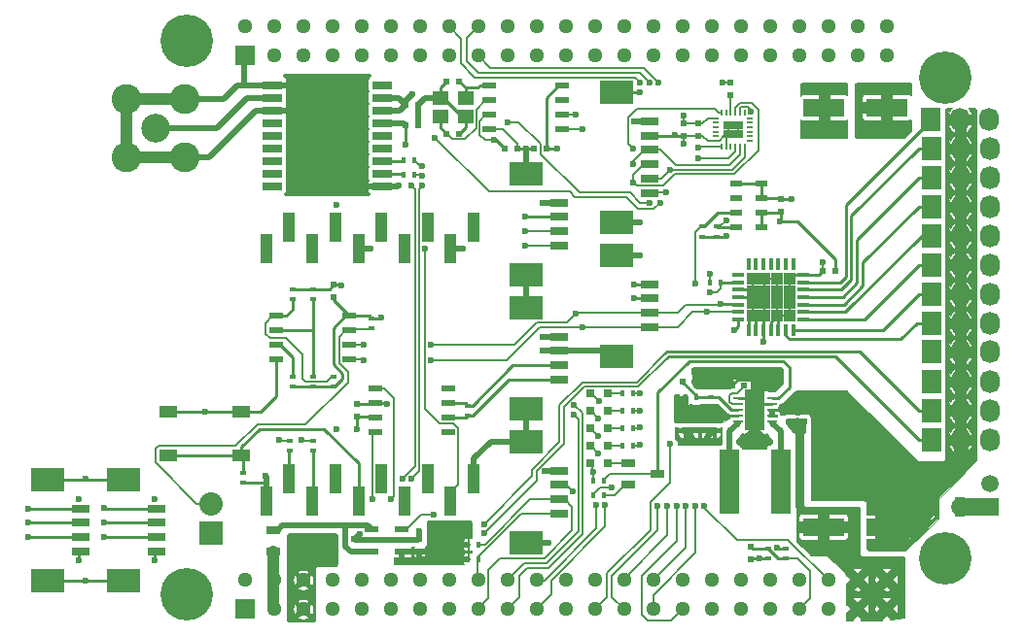
<source format=gtl>
%TF.GenerationSoftware,KiCad,Pcbnew,no-vcs-found-product*%
%TF.CreationDate,2015-07-24T02:24:40+02:00*%
%TF.JobID,robocape,726F626F636170652E6B696361645F70,rev?*%
%TF.FileFunction,Copper,L1,Top,Signal*%
%FSLAX46Y46*%
G04 Gerber Fmt 4.6, Leading zero omitted, Abs format (unit mm)*
G04 Created by KiCad (PCBNEW no-vcs-found-product) date Fre 24 Jul 2015 02:24:40 CEST*
%MOMM*%
G01*
G04 APERTURE LIST*
%ADD10C,0.100000*%
%ADD11R,0.990600X2.540000*%
%ADD12R,0.550000X0.200000*%
%ADD13R,0.200000X0.550000*%
%ADD14R,0.875000X0.800000*%
%ADD15R,1.600000X0.800000*%
%ADD16R,3.000000X2.100000*%
%ADD17R,0.500000X0.600000*%
%ADD18R,0.600000X0.500000*%
%ADD19R,3.599180X1.600200*%
%ADD20R,1.727200X2.032000*%
%ADD21O,1.727200X2.032000*%
%ADD22R,1.500000X1.500000*%
%ADD23C,1.500000*%
%ADD24R,0.797560X0.797560*%
%ADD25R,1.300000X0.700000*%
%ADD26R,0.900000X1.700000*%
%ADD27C,2.500000*%
%ADD28C,2.600000*%
%ADD29R,2.032000X2.032000*%
%ADD30O,2.032000X2.032000*%
%ADD31R,1.700000X5.700000*%
%ADD32R,1.200000X0.800000*%
%ADD33R,0.600000X0.400000*%
%ADD34R,0.400000X0.600000*%
%ADD35R,1.600000X1.000000*%
%ADD36R,1.143000X0.508000*%
%ADD37R,0.370000X1.000000*%
%ADD38R,1.000000X0.370000*%
%ADD39R,1.062500X1.062500*%
%ADD40R,1.220000X0.620000*%
%ADD41R,1.800000X0.700000*%
%ADD42R,1.800000X0.800000*%
%ADD43R,1.100000X0.600000*%
%ADD44R,1.400000X1.150000*%
%ADD45C,4.572000*%
%ADD46R,1.651000X1.651000*%
%ADD47C,1.300480*%
%ADD48R,0.850000X0.280000*%
%ADD49R,1.700000X3.550000*%
%ADD50C,0.600000*%
%ADD51C,0.250000*%
%ADD52C,0.150000*%
%ADD53C,0.500000*%
%ADD54C,0.200000*%
%ADD55C,0.254000*%
%ADD56C,1.000000*%
%ADD57C,2.000000*%
%ADD58C,1.250000*%
%ADD59C,0.400000*%
%ADD60C,1.500000*%
%ADD61C,0.300000*%
G04 APERTURE END LIST*
D10*
D11*
X95250000Y-81788000D03*
X97256600Y-79883000D03*
X99263200Y-81788000D03*
X101320600Y-79883000D03*
X103276400Y-81788000D03*
X105283000Y-79883000D03*
X107289600Y-81788000D03*
X109296200Y-79883000D03*
X111302800Y-81788000D03*
X113309400Y-79883000D03*
X113309400Y-57912000D03*
X111302800Y-59817000D03*
X109296200Y-57912000D03*
X107289600Y-59817000D03*
X105283000Y-57912000D03*
X103276400Y-59817000D03*
X101269800Y-57912000D03*
X99263200Y-59817000D03*
X97256600Y-57912000D03*
X95250000Y-59817000D03*
D12*
X137390000Y-50403000D03*
X137390000Y-50003000D03*
X137390000Y-49603000D03*
X137390000Y-49203000D03*
X137390000Y-48803000D03*
X137390000Y-48403000D03*
D13*
X136890000Y-47903000D03*
X136490000Y-47903000D03*
X136090000Y-47903000D03*
X135690000Y-47903000D03*
X135290000Y-47903000D03*
X134890000Y-47903000D03*
D12*
X134390000Y-48403000D03*
X134390000Y-48803000D03*
X134390000Y-49203000D03*
X134390000Y-49603000D03*
X134390000Y-50003000D03*
X134390000Y-50403000D03*
D13*
X134890000Y-50903000D03*
X135290000Y-50903000D03*
X135690000Y-50903000D03*
X136090000Y-50903000D03*
X136490000Y-50903000D03*
X136890000Y-50903000D03*
D14*
X135455000Y-49003000D03*
X135455000Y-49803000D03*
X136325000Y-49003000D03*
X136325000Y-49803000D03*
D15*
X120756000Y-59533000D03*
X120756000Y-58283000D03*
X120756000Y-57033000D03*
X120756000Y-55783000D03*
D16*
X117856000Y-53233000D03*
X117856000Y-62083000D03*
D17*
X108585000Y-86190000D03*
X108585000Y-85090000D03*
X102870000Y-86190000D03*
X102870000Y-85090000D03*
X142113000Y-73745000D03*
X142113000Y-74845000D03*
X140843000Y-73745000D03*
X140843000Y-74845000D03*
D18*
X119676000Y-51054000D03*
X118576000Y-51054000D03*
D17*
X101092000Y-64050000D03*
X101092000Y-62950000D03*
D18*
X116036000Y-51054000D03*
X117136000Y-51054000D03*
X110956000Y-49784000D03*
X112056000Y-49784000D03*
X112056000Y-45212000D03*
X110956000Y-45212000D03*
D17*
X103124000Y-74464000D03*
X103124000Y-73364000D03*
D18*
X136821000Y-71755000D03*
X135721000Y-71755000D03*
X131530000Y-71374000D03*
X132630000Y-71374000D03*
D17*
X134239000Y-74507000D03*
X134239000Y-75607000D03*
X132969000Y-74507000D03*
X132969000Y-75607000D03*
X131699000Y-74507000D03*
X131699000Y-75607000D03*
D18*
X107400000Y-47244000D03*
X108500000Y-47244000D03*
D17*
X131572000Y-48853000D03*
X131572000Y-49953000D03*
X132842000Y-48853000D03*
X132842000Y-49953000D03*
D18*
X107400000Y-49022000D03*
X108500000Y-49022000D03*
D17*
X135636000Y-46397000D03*
X135636000Y-45297000D03*
X140081000Y-56557000D03*
X140081000Y-55457000D03*
X137414000Y-85810000D03*
X137414000Y-86910000D03*
D19*
X149308820Y-84074000D03*
X143807180Y-84074000D03*
X149308820Y-47498000D03*
X143807180Y-47498000D03*
D20*
X153162000Y-76454000D03*
D21*
X155702000Y-76454000D03*
X158242000Y-76454000D03*
D20*
X153162000Y-73900000D03*
D21*
X155702000Y-73900000D03*
X158242000Y-73900000D03*
D20*
X153160000Y-71374000D03*
D21*
X155700000Y-71374000D03*
X158240000Y-71374000D03*
D15*
X128630000Y-66645000D03*
X128630000Y-65395000D03*
X128630000Y-64145000D03*
X128630000Y-62895000D03*
D16*
X125730000Y-60345000D03*
X125730000Y-69195000D03*
D20*
X153162000Y-68800000D03*
D21*
X155702000Y-68800000D03*
X158242000Y-68800000D03*
D20*
X153162000Y-66294000D03*
D21*
X155702000Y-66294000D03*
X158242000Y-66294000D03*
D20*
X153162000Y-63754000D03*
D21*
X155702000Y-63754000D03*
X158242000Y-63754000D03*
D15*
X120756000Y-71217000D03*
X120756000Y-69967000D03*
X120756000Y-68717000D03*
X120756000Y-67467000D03*
D16*
X117856000Y-64917000D03*
X117856000Y-73767000D03*
D20*
X153162000Y-61200000D03*
D21*
X155702000Y-61200000D03*
X158242000Y-61200000D03*
D20*
X153162000Y-58674000D03*
D21*
X155702000Y-58674000D03*
X158242000Y-58674000D03*
D20*
X153162000Y-56134000D03*
D21*
X155702000Y-56134000D03*
X158242000Y-56134000D03*
D20*
X153162000Y-53594000D03*
D21*
X155702000Y-53594000D03*
X158242000Y-53594000D03*
D20*
X153162000Y-51054000D03*
D21*
X155702000Y-51054000D03*
X158242000Y-51054000D03*
D20*
X153120000Y-48514000D03*
D21*
X155660000Y-48514000D03*
X158200000Y-48514000D03*
D22*
X158242000Y-82280000D03*
D23*
X158242000Y-80280000D03*
D15*
X120756000Y-82901000D03*
X120756000Y-81651000D03*
X120756000Y-80401000D03*
X120756000Y-79151000D03*
D16*
X117856000Y-76601000D03*
X117856000Y-85451000D03*
D15*
X128630000Y-54941000D03*
X128630000Y-53691000D03*
X128630000Y-52441000D03*
X128630000Y-51191000D03*
X128630000Y-49941000D03*
X128630000Y-48691000D03*
D16*
X125730000Y-46141000D03*
X125730000Y-57491000D03*
D15*
X79100000Y-86203000D03*
X79100000Y-84953000D03*
X79100000Y-83703000D03*
X79100000Y-82453000D03*
D16*
X76200000Y-79903000D03*
X76200000Y-88753000D03*
D15*
X85704000Y-86203000D03*
X85704000Y-84953000D03*
X85704000Y-83703000D03*
X85704000Y-82453000D03*
D16*
X82804000Y-79903000D03*
X82804000Y-88753000D03*
D24*
X123456700Y-78486000D03*
X124955300Y-78486000D03*
X123456700Y-76962000D03*
X124955300Y-76962000D03*
X123456700Y-75438000D03*
X124955300Y-75438000D03*
X123456700Y-73914000D03*
X124955300Y-73914000D03*
X123456700Y-72390000D03*
X124955300Y-72390000D03*
D25*
X95885000Y-86228000D03*
X95885000Y-84328000D03*
D26*
X155628000Y-82296000D03*
X152728000Y-82296000D03*
D27*
X85598000Y-49276000D03*
D28*
X83058000Y-46736000D03*
X83058000Y-51816000D03*
X88138000Y-51816000D03*
X88138000Y-46736000D03*
D29*
X90424000Y-84582000D03*
D30*
X90424000Y-82042000D03*
D31*
X140045000Y-80137000D03*
X135545000Y-80137000D03*
D32*
X129346000Y-79436000D03*
X126746000Y-80386000D03*
X126746000Y-78486000D03*
D33*
X104394000Y-65844000D03*
X104394000Y-66744000D03*
X133223000Y-58743000D03*
X133223000Y-57843000D03*
X134493000Y-58743000D03*
X134493000Y-57843000D03*
X101092000Y-71824000D03*
X101092000Y-70924000D03*
X99314000Y-71824000D03*
X99314000Y-70924000D03*
X97536000Y-71824000D03*
X97536000Y-70924000D03*
X97536000Y-64204000D03*
X97536000Y-63304000D03*
X99314000Y-64204000D03*
X99314000Y-63304000D03*
X93218000Y-80206000D03*
X93218000Y-79306000D03*
D34*
X133916000Y-62738000D03*
X134816000Y-62738000D03*
D33*
X97282000Y-76512000D03*
X97282000Y-77412000D03*
X99314000Y-76512000D03*
X99314000Y-77412000D03*
D34*
X131757000Y-72771000D03*
X132657000Y-72771000D03*
D33*
X133985000Y-72713000D03*
X133985000Y-71813000D03*
D34*
X123756000Y-80010000D03*
X124656000Y-80010000D03*
X124656000Y-81280000D03*
X123756000Y-81280000D03*
X108146000Y-53340000D03*
X107246000Y-53340000D03*
X108146000Y-52070000D03*
X107246000Y-52070000D03*
X127196000Y-76962000D03*
X126296000Y-76962000D03*
X127196000Y-75438000D03*
X126296000Y-75438000D03*
X127196000Y-73914000D03*
X126296000Y-73914000D03*
X127196000Y-72390000D03*
X126296000Y-72390000D03*
X112834000Y-86868000D03*
X113734000Y-86868000D03*
X112834000Y-85598000D03*
X113734000Y-85598000D03*
D33*
X140462000Y-85910000D03*
X140462000Y-86810000D03*
X138938000Y-85910000D03*
X138938000Y-86810000D03*
D35*
X86716000Y-74046000D03*
X93116000Y-74046000D03*
X93116000Y-77846000D03*
X86716000Y-77846000D03*
D36*
X102489000Y-65659000D03*
X102489000Y-66929000D03*
X102489000Y-68199000D03*
X102489000Y-69469000D03*
X96139000Y-69469000D03*
X96139000Y-68199000D03*
X96139000Y-66929000D03*
X96139000Y-65659000D03*
X121031000Y-45593000D03*
X121031000Y-46863000D03*
X121031000Y-48133000D03*
X121031000Y-49403000D03*
X114681000Y-49403000D03*
X114681000Y-48133000D03*
X114681000Y-46863000D03*
X114681000Y-45593000D03*
D37*
X137242000Y-66858000D03*
X137892000Y-66858000D03*
X138542000Y-66858000D03*
X139192000Y-66858000D03*
X139842000Y-66858000D03*
X140492000Y-66858000D03*
X141142000Y-66858000D03*
D38*
X142042000Y-65958000D03*
X142042000Y-65308000D03*
X142042000Y-64658000D03*
X142042000Y-64008000D03*
X142042000Y-63358000D03*
X142042000Y-62708000D03*
X142042000Y-62058000D03*
D37*
X141142000Y-61158000D03*
X140492000Y-61158000D03*
X139842000Y-61158000D03*
X139192000Y-61158000D03*
X138542000Y-61158000D03*
X137892000Y-61158000D03*
X137242000Y-61158000D03*
D38*
X136342000Y-62058000D03*
X136342000Y-62708000D03*
X136342000Y-63358000D03*
X136342000Y-64008000D03*
X136342000Y-64658000D03*
X136342000Y-65308000D03*
X136342000Y-65958000D03*
D39*
X140785750Y-62414250D03*
X139723250Y-62414250D03*
X138660750Y-62414250D03*
X137598250Y-62414250D03*
X140785750Y-63476750D03*
X139723250Y-63476750D03*
X138660750Y-63476750D03*
X137598250Y-63476750D03*
X140785750Y-64539250D03*
X139723250Y-64539250D03*
X138660750Y-64539250D03*
X137598250Y-64539250D03*
X140785750Y-65601750D03*
X139723250Y-65601750D03*
X138660750Y-65601750D03*
X137598250Y-65601750D03*
D36*
X111125000Y-72009000D03*
X111125000Y-73279000D03*
X111125000Y-74549000D03*
X111125000Y-75819000D03*
X104775000Y-75819000D03*
X104775000Y-74549000D03*
X104775000Y-73279000D03*
X104775000Y-72009000D03*
D40*
X104441000Y-84267000D03*
X104441000Y-85217000D03*
X107061000Y-84267000D03*
X104441000Y-86167000D03*
X107061000Y-85217000D03*
X107061000Y-86167000D03*
D41*
X105384000Y-54356000D03*
D42*
X105384000Y-53256000D03*
X105384000Y-52156000D03*
X105384000Y-51056000D03*
X105384000Y-49956000D03*
X105384000Y-48856000D03*
X105384000Y-47756000D03*
X105384000Y-46656000D03*
X105384000Y-45556000D03*
X95784000Y-45556000D03*
X95784000Y-46656000D03*
X95784000Y-47756000D03*
X95784000Y-48856000D03*
X95784000Y-49956000D03*
X95784000Y-51056000D03*
X95784000Y-52156000D03*
X95784000Y-53256000D03*
D41*
X95784000Y-54356000D03*
D43*
X138387000Y-55382000D03*
X138387000Y-54132000D03*
X138387000Y-56632000D03*
X138387000Y-57882000D03*
X136187000Y-57882000D03*
X136187000Y-56632000D03*
X136187000Y-54132000D03*
X136187000Y-55382000D03*
D44*
X110406000Y-46698000D03*
X112606000Y-46698000D03*
X112606000Y-48298000D03*
X110406000Y-48298000D03*
D33*
X112776000Y-73464000D03*
X112776000Y-74364000D03*
D18*
X144822000Y-61722000D03*
X143722000Y-61722000D03*
D45*
X154340000Y-86785000D03*
X88300000Y-89960000D03*
X88300000Y-41700000D03*
X154340000Y-44875000D03*
D46*
X93380000Y-91230000D03*
D47*
X93380000Y-88690000D03*
X95920000Y-91230000D03*
X95920000Y-88690000D03*
X98460000Y-91230000D03*
X98460000Y-88690000D03*
X101000000Y-91230000D03*
X101000000Y-88690000D03*
X103540000Y-91230000D03*
X103540000Y-88690000D03*
X106080000Y-91230000D03*
X106080000Y-88690000D03*
X108620000Y-91230000D03*
X108620000Y-88690000D03*
X111160000Y-91230000D03*
X111160000Y-88690000D03*
X113700000Y-91230000D03*
X113700000Y-88690000D03*
X116240000Y-91230000D03*
X116240000Y-88690000D03*
X118780000Y-91230000D03*
X118780000Y-88690000D03*
X121320000Y-91230000D03*
X121320000Y-88690000D03*
X123860000Y-91230000D03*
X123860000Y-88690000D03*
X126400000Y-91230000D03*
X126400000Y-88690000D03*
X128940000Y-91230000D03*
X128940000Y-88690000D03*
X131480000Y-91230000D03*
X131480000Y-88690000D03*
X134020000Y-91230000D03*
X134020000Y-88690000D03*
X136560000Y-91230000D03*
X136560000Y-88690000D03*
X139100000Y-91230000D03*
X139100000Y-88690000D03*
X141640000Y-91230000D03*
X141640000Y-88690000D03*
X144180000Y-91230000D03*
X144180000Y-88690000D03*
X146720000Y-91230000D03*
X146720000Y-88690000D03*
X149260000Y-91230000D03*
X149260000Y-88690000D03*
D46*
X93380000Y-42970000D03*
D47*
X93380000Y-40430000D03*
X95920000Y-42970000D03*
X95920000Y-40430000D03*
X98460000Y-42970000D03*
X98460000Y-40430000D03*
X101000000Y-42970000D03*
X101000000Y-40430000D03*
X103540000Y-42970000D03*
X103540000Y-40430000D03*
X106080000Y-42970000D03*
X106080000Y-40430000D03*
X108620000Y-42970000D03*
X108620000Y-40430000D03*
X111160000Y-42970000D03*
X111160000Y-40430000D03*
X113700000Y-42970000D03*
X113700000Y-40430000D03*
X116240000Y-42970000D03*
X116240000Y-40430000D03*
X118780000Y-42970000D03*
X118780000Y-40430000D03*
X121320000Y-42970000D03*
X121320000Y-40430000D03*
X123860000Y-42970000D03*
X123860000Y-40430000D03*
X126400000Y-42970000D03*
X126400000Y-40430000D03*
X128940000Y-42970000D03*
X128940000Y-40430000D03*
X131480000Y-42970000D03*
X131480000Y-40430000D03*
X134020000Y-42970000D03*
X134020000Y-40430000D03*
X136560000Y-42970000D03*
X136560000Y-40430000D03*
X139100000Y-42970000D03*
X139100000Y-40430000D03*
X141640000Y-42970000D03*
X141640000Y-40430000D03*
X144180000Y-42970000D03*
X144180000Y-40430000D03*
X146720000Y-42970000D03*
X146720000Y-40430000D03*
X149260000Y-42970000D03*
X149260000Y-40430000D03*
D48*
X139275000Y-74850000D03*
X139275000Y-74350000D03*
X139275000Y-73850000D03*
X139275000Y-73350000D03*
X139275000Y-72850000D03*
X136325000Y-73350000D03*
X136325000Y-72850000D03*
X136325000Y-73850000D03*
X136325000Y-74350000D03*
X136325000Y-74850000D03*
D49*
X137800000Y-73850000D03*
D50*
X107350000Y-50699998D03*
X101350000Y-56000000D03*
X101350000Y-75500000D03*
X115100000Y-50300000D03*
X121919521Y-80985756D03*
X141000000Y-55450000D03*
X125300000Y-80650000D03*
X105774990Y-73300000D03*
X135000000Y-45325020D03*
X127800000Y-46150013D03*
X85550000Y-81602998D03*
X85550000Y-86950000D03*
X78950000Y-86950000D03*
X78950000Y-81602998D03*
X127799998Y-57500000D03*
X127825010Y-60350000D03*
X138500000Y-67900000D03*
X143700000Y-61000000D03*
X143800000Y-49300008D03*
X143800000Y-45800000D03*
X141600000Y-75500000D03*
X143800000Y-82600000D03*
X143800000Y-85700000D03*
X137875736Y-70500000D03*
X138900000Y-70500000D03*
X139900000Y-70500000D03*
X133650000Y-76600000D03*
X132300000Y-76600000D03*
X108500000Y-48099994D03*
X106800000Y-54300000D03*
X101800000Y-63000000D03*
X138164930Y-86810000D03*
X137800000Y-76700000D03*
X138400000Y-76100000D03*
X137200000Y-76100000D03*
X138699996Y-76900000D03*
X136800000Y-76899992D03*
X108600000Y-84400000D03*
X103381638Y-84647010D03*
X89953317Y-74046000D03*
X127300000Y-64100000D03*
X117800000Y-57000000D03*
X119300000Y-68700000D03*
X130800004Y-49900000D03*
X117854818Y-51054000D03*
X117856000Y-63499484D03*
X117856000Y-75185151D03*
X119800000Y-85400000D03*
X131600000Y-50600000D03*
X127800000Y-76900000D03*
X127800000Y-75400000D03*
X127800000Y-73900000D03*
X127800000Y-72400000D03*
X79502000Y-88773000D03*
X79502000Y-79883000D03*
X132900004Y-50950000D03*
X124182842Y-77611513D03*
X120550000Y-51050000D03*
X105300000Y-65800000D03*
X135300000Y-58700000D03*
X119500000Y-79200000D03*
X127300000Y-62900000D03*
X133900000Y-62000000D03*
X136000000Y-66900000D03*
X137440002Y-47852998D03*
X140000000Y-57400000D03*
X131600000Y-48200000D03*
X109800000Y-84000000D03*
X103150000Y-75551002D03*
X95200000Y-79600000D03*
X108000000Y-46300000D03*
X143600000Y-72500000D03*
X141700000Y-72500000D03*
X145500000Y-72500000D03*
X139720593Y-85879407D03*
X149300000Y-49100000D03*
X149300000Y-45900000D03*
X146900000Y-47500000D03*
X149300000Y-82600000D03*
X151900000Y-84000000D03*
X149308820Y-85427820D03*
X123700000Y-79285378D03*
X132400000Y-73800000D03*
X133600000Y-73800004D03*
X131300000Y-73800000D03*
X127300000Y-48700000D03*
X119300000Y-55800000D03*
X119300000Y-67500000D03*
X123950000Y-82150000D03*
X117800000Y-59500000D03*
X124750000Y-82150000D03*
X117800000Y-58250000D03*
X114200000Y-84599994D03*
X114200000Y-83800000D03*
X128650000Y-55791044D03*
X116250000Y-48750000D03*
X132650000Y-62800000D03*
X133650000Y-65300000D03*
X109600000Y-69500000D03*
X103750000Y-69500000D03*
X122050000Y-74250000D03*
X122800000Y-66650000D03*
X122800000Y-49400000D03*
X103750000Y-68200000D03*
X109600000Y-68200000D03*
X122050000Y-73400000D03*
X134800000Y-64650000D03*
X135300000Y-57300000D03*
X122200000Y-65500000D03*
X122200000Y-48100000D03*
X129550000Y-55800000D03*
X109950000Y-50100000D03*
X130100000Y-54900000D03*
X133409990Y-82200000D03*
X130400000Y-52900000D03*
X132600000Y-82200000D03*
X127200000Y-54050000D03*
X131800000Y-82200000D03*
X127200000Y-52450000D03*
X131000000Y-82200000D03*
X74500000Y-84900000D03*
X74500000Y-83700000D03*
X74500000Y-82500000D03*
X81100000Y-84900000D03*
X81100000Y-83700000D03*
X81100020Y-82400000D03*
X127800000Y-45350000D03*
X124150000Y-76100000D03*
X128600000Y-45350000D03*
X124181873Y-74562061D03*
X129400000Y-45350000D03*
X124193526Y-73054744D03*
X133900000Y-63600000D03*
X130400000Y-76800000D03*
X96350000Y-76500000D03*
X98350000Y-76500000D03*
X108850000Y-53450000D03*
X107150000Y-79850000D03*
X107913840Y-54286160D03*
X108850000Y-52600000D03*
X107900013Y-79850000D03*
X108863808Y-54286192D03*
X109800000Y-82950000D03*
X104500000Y-81600000D03*
X106100000Y-81600000D03*
X127200000Y-51050000D03*
X129349987Y-82200000D03*
X132900000Y-51900000D03*
X130200000Y-82200000D03*
X109088819Y-59800000D03*
X104300000Y-59800000D03*
X112350000Y-59800000D03*
D51*
X107400000Y-50649998D02*
X107350000Y-50699998D01*
X107400000Y-49022000D02*
X107400000Y-50649998D01*
D52*
X114681000Y-48133000D02*
X114363500Y-48133000D01*
X114300000Y-50300000D02*
X115100000Y-50300000D01*
X114363500Y-48133000D02*
X113838010Y-48658490D01*
X113838010Y-48658490D02*
X113838010Y-49838010D01*
X113838010Y-49838010D02*
X114300000Y-50300000D01*
D51*
X115232000Y-50300000D02*
X115100000Y-50300000D01*
X115986000Y-51054000D02*
X115232000Y-50300000D01*
X116036000Y-51054000D02*
X115986000Y-51054000D01*
X115990000Y-51100000D02*
X116036000Y-51054000D01*
D53*
X105384000Y-48856000D02*
X107234000Y-48856000D01*
X107234000Y-48856000D02*
X107400000Y-49022000D01*
D52*
X120756000Y-80401000D02*
X121334765Y-80401000D01*
X121334765Y-80401000D02*
X121919521Y-80985756D01*
D53*
X120756000Y-68717000D02*
X119317000Y-68717000D01*
X119317000Y-68717000D02*
X119300000Y-68700000D01*
X120756000Y-68717000D02*
X125252000Y-68717000D01*
X125252000Y-68717000D02*
X125730000Y-69195000D01*
D51*
X140993000Y-55457000D02*
X141000000Y-55450000D01*
X140081000Y-55457000D02*
X140993000Y-55457000D01*
D52*
X123756000Y-81180000D02*
X124286000Y-80650000D01*
X124286000Y-80650000D02*
X125300000Y-80650000D01*
X135290000Y-50903000D02*
X135290000Y-49968000D01*
X134390000Y-50403000D02*
X134393000Y-50400000D01*
X134393000Y-50400000D02*
X134700000Y-50400000D01*
X134700000Y-50400000D02*
X135100000Y-50000000D01*
X135100000Y-50000000D02*
X135300000Y-50000000D01*
D51*
X104775000Y-73279000D02*
X105753990Y-73279000D01*
X105753990Y-73279000D02*
X105774990Y-73300000D01*
D52*
X135636000Y-45297000D02*
X135028020Y-45297000D01*
X135028020Y-45297000D02*
X135000000Y-45325020D01*
D51*
X127790987Y-46141000D02*
X127800000Y-46150013D01*
X125730000Y-46141000D02*
X127790987Y-46141000D01*
D52*
X123756000Y-81280000D02*
X123756000Y-81180000D01*
D53*
X104441000Y-85217000D02*
X107061000Y-85217000D01*
D51*
X85550000Y-86950000D02*
X85550000Y-86357000D01*
X85550000Y-86357000D02*
X85704000Y-86203000D01*
X78950000Y-86950000D02*
X78950000Y-86353000D01*
X78950000Y-86353000D02*
X79100000Y-86203000D01*
D53*
X125730000Y-57491000D02*
X127790998Y-57491000D01*
X127790998Y-57491000D02*
X127799998Y-57500000D01*
X125730000Y-60345000D02*
X127820010Y-60345000D01*
X127820010Y-60345000D02*
X127825010Y-60350000D01*
D54*
X127738000Y-76962000D02*
X127800000Y-76900000D01*
X127196000Y-76962000D02*
X127738000Y-76962000D01*
D53*
X117856000Y-85451000D02*
X119749000Y-85451000D01*
X119749000Y-85451000D02*
X119800000Y-85400000D01*
X117856000Y-76601000D02*
X117856000Y-73767000D01*
X117856000Y-53233000D02*
X117856000Y-51055182D01*
X117856000Y-51055182D02*
X117854818Y-51054000D01*
X117856000Y-62083000D02*
X117856000Y-64917000D01*
X113309400Y-79883000D02*
X113309400Y-78113000D01*
X113309400Y-78113000D02*
X114821400Y-76601000D01*
X114821400Y-76601000D02*
X117856000Y-76601000D01*
D51*
X138542000Y-66858000D02*
X138542000Y-67858000D01*
X138542000Y-67858000D02*
X138500000Y-67900000D01*
D52*
X143722000Y-61722000D02*
X143722000Y-61022000D01*
X143722000Y-61022000D02*
X143700000Y-61000000D01*
D53*
X143807180Y-49292828D02*
X143800000Y-49300008D01*
X143807180Y-47498000D02*
X143807180Y-49292828D01*
X143807180Y-45807180D02*
X143800000Y-45800000D01*
X143807180Y-47498000D02*
X143807180Y-45807180D01*
X143800000Y-82600000D02*
X141900000Y-82600000D01*
X141900000Y-82600000D02*
X141600000Y-82300000D01*
X141600000Y-82300000D02*
X141600000Y-75500000D01*
X142113000Y-74845000D02*
X142000000Y-74958000D01*
X142000000Y-74958000D02*
X142000000Y-75800000D01*
X142000000Y-75800000D02*
X141900000Y-75800000D01*
X141900000Y-75800000D02*
X141600000Y-75500000D01*
X141600000Y-75675736D02*
X141600000Y-75500000D01*
X141600000Y-74900000D02*
X141600000Y-75232855D01*
X141600000Y-75232855D02*
X141600000Y-75675736D01*
X140945000Y-74845000D02*
X141332855Y-75232855D01*
X141332855Y-75232855D02*
X141600000Y-75232855D01*
X140843000Y-74845000D02*
X140945000Y-74845000D01*
X140843000Y-74845000D02*
X140843000Y-75143000D01*
X140843000Y-75143000D02*
X141375736Y-75675736D01*
X141375736Y-75675736D02*
X141600000Y-75675736D01*
X141500000Y-74800000D02*
X141600000Y-74900000D01*
X143807180Y-82607180D02*
X143800000Y-82600000D01*
X143807180Y-84074000D02*
X143807180Y-82607180D01*
X143807180Y-85692820D02*
X143800000Y-85700000D01*
X143807180Y-84074000D02*
X143807180Y-85692820D01*
X139402696Y-71997304D02*
X139402696Y-70997304D01*
X139402696Y-70997304D02*
X139900000Y-70500000D01*
X138402696Y-71997304D02*
X139402696Y-71997304D01*
X137800000Y-73850000D02*
X137800000Y-73039998D01*
X138402696Y-72437302D02*
X138402696Y-71997304D01*
X137800000Y-73039998D02*
X138402696Y-72437302D01*
D51*
X137800000Y-72925000D02*
X137800000Y-72800000D01*
X137800000Y-72800000D02*
X139900000Y-70700000D01*
X139900000Y-70700000D02*
X139900000Y-70500000D01*
X137800000Y-72925000D02*
X137800000Y-71700000D01*
X137800000Y-71700000D02*
X138900000Y-70600000D01*
X138900000Y-70600000D02*
X138900000Y-70500000D01*
X137800000Y-73850000D02*
X137800000Y-70575736D01*
X137800000Y-70575736D02*
X137875736Y-70500000D01*
X137800000Y-73850000D02*
X137800000Y-72925000D01*
X139275000Y-73350000D02*
X138300000Y-73350000D01*
X138300000Y-73350000D02*
X137800000Y-73850000D01*
X136325000Y-72850000D02*
X137375000Y-72850000D01*
X137375000Y-72850000D02*
X137800000Y-73275000D01*
X137800000Y-73275000D02*
X137800000Y-73850000D01*
D53*
X134239000Y-75661000D02*
X133650000Y-76250000D01*
X133650000Y-76250000D02*
X133650000Y-76600000D01*
X134239000Y-75607000D02*
X134239000Y-75661000D01*
X131699000Y-75674000D02*
X132300000Y-76275000D01*
X132300000Y-76275000D02*
X132300000Y-76600000D01*
X131699000Y-75607000D02*
X131699000Y-75674000D01*
D51*
X136326005Y-71199995D02*
X137700001Y-71199995D01*
X137700001Y-71199995D02*
X138000000Y-71499994D01*
X135771000Y-71755000D02*
X136326005Y-71199995D01*
X138000000Y-70500000D02*
X138000000Y-71499994D01*
D53*
X137875736Y-70500000D02*
X138000000Y-70500000D01*
X137675736Y-70700000D02*
X137875736Y-70500000D01*
X135867292Y-70700000D02*
X137675736Y-70700000D01*
X135636000Y-71120000D02*
X136056000Y-70700000D01*
X136056000Y-70700000D02*
X137675736Y-70700000D01*
X135828292Y-70739000D02*
X135867292Y-70700000D01*
D51*
X137795000Y-71704994D02*
X138000000Y-71499994D01*
X137795000Y-74041000D02*
X137795000Y-71704994D01*
X137414000Y-72297002D02*
X137571001Y-72280165D01*
X137414000Y-72517000D02*
X137414000Y-72297002D01*
D53*
X108500000Y-49022000D02*
X108500000Y-48099994D01*
D51*
X110406000Y-46698000D02*
X110698000Y-46698000D01*
X110698000Y-46698000D02*
X112298000Y-48298000D01*
X112298000Y-48298000D02*
X112606000Y-48298000D01*
D53*
X105384000Y-54356000D02*
X106744000Y-54356000D01*
X106744000Y-54356000D02*
X106800000Y-54300000D01*
D51*
X101092000Y-62950000D02*
X101750000Y-62950000D01*
X101750000Y-62950000D02*
X101800000Y-63000000D01*
X96139000Y-69469000D02*
X96139000Y-72661000D01*
X96139000Y-72661000D02*
X94754000Y-74046000D01*
X94754000Y-74046000D02*
X93116000Y-74046000D01*
D53*
X131699000Y-75607000D02*
X132969000Y-75607000D01*
X132969000Y-75607000D02*
X134239000Y-75607000D01*
D51*
X138164930Y-86810000D02*
X137514000Y-86810000D01*
X138938000Y-86810000D02*
X138164930Y-86810000D01*
X137514000Y-86810000D02*
X137414000Y-86910000D01*
X137795000Y-76695000D02*
X137800000Y-76700000D01*
X137795000Y-74041000D02*
X137795000Y-76695000D01*
X137799994Y-76900006D02*
X137800000Y-76900000D01*
X137800000Y-76900000D02*
X137800000Y-76700000D01*
D53*
X137795000Y-75495000D02*
X138400000Y-76100000D01*
X137795000Y-75275125D02*
X137795000Y-75495000D01*
X137795000Y-75505000D02*
X137200000Y-76100000D01*
X137795000Y-75275125D02*
X137795000Y-75505000D01*
D51*
X135721000Y-71755000D02*
X135771000Y-71755000D01*
D53*
X108585000Y-85090000D02*
X108585000Y-84415000D01*
X108585000Y-84415000D02*
X108600000Y-84400000D01*
X102870000Y-85090000D02*
X102938648Y-85090000D01*
X102938648Y-85090000D02*
X103381638Y-84647010D01*
X104441000Y-85217000D02*
X102997000Y-85217000D01*
X102997000Y-85217000D02*
X102870000Y-85090000D01*
X107061000Y-85217000D02*
X108458000Y-85217000D01*
X108458000Y-85217000D02*
X108585000Y-85090000D01*
D52*
X140785750Y-65601750D02*
X140785750Y-62414250D01*
X140785750Y-65601750D02*
X140785750Y-63476750D01*
X140785750Y-65601750D02*
X140785750Y-64539250D01*
X139723250Y-64539250D02*
X139723250Y-65601750D01*
X140785750Y-65601750D02*
X139723250Y-65601750D01*
X139723250Y-62414250D02*
X139723250Y-64539250D01*
X139723250Y-62414250D02*
X139723250Y-63476750D01*
X138660750Y-62414250D02*
X139723250Y-62414250D01*
X138660750Y-64539250D02*
X138660750Y-62414250D01*
X138660750Y-64539250D02*
X138660750Y-63476750D01*
X138660750Y-65601750D02*
X138660750Y-64539250D01*
X137598250Y-65601750D02*
X138660750Y-65601750D01*
X137598250Y-64539250D02*
X137598250Y-65601750D01*
X137598250Y-63476750D02*
X137598250Y-64539250D01*
X137598250Y-62414250D02*
X137598250Y-63476750D01*
D51*
X136342000Y-64008000D02*
X137067000Y-64008000D01*
X137067000Y-64008000D02*
X137598250Y-63476750D01*
X136342000Y-63358000D02*
X137479500Y-63358000D01*
X137479500Y-63358000D02*
X137598250Y-63476750D01*
X142042000Y-62058000D02*
X141142000Y-62058000D01*
X141142000Y-62058000D02*
X140785750Y-62414250D01*
X139842000Y-66858000D02*
X139842000Y-65720500D01*
X139842000Y-65720500D02*
X139723250Y-65601750D01*
X139192000Y-66858000D02*
X139192000Y-66133000D01*
X139192000Y-66133000D02*
X139723250Y-65601750D01*
X138542000Y-66858000D02*
X138542000Y-65720500D01*
X138542000Y-65720500D02*
X138660750Y-65601750D01*
X137892000Y-66858000D02*
X137892000Y-65895500D01*
X137892000Y-65895500D02*
X137598250Y-65601750D01*
X137242000Y-66858000D02*
X137242000Y-65958000D01*
X137242000Y-65958000D02*
X137598250Y-65601750D01*
D55*
X86716000Y-74046000D02*
X89953317Y-74046000D01*
D51*
X93116000Y-74046000D02*
X89953317Y-74046000D01*
X128630000Y-64145000D02*
X127345000Y-64145000D01*
X127345000Y-64145000D02*
X127300000Y-64100000D01*
X120756000Y-57033000D02*
X117833000Y-57033000D01*
X117833000Y-57033000D02*
X117800000Y-57000000D01*
X130759004Y-49941000D02*
X130800004Y-49900000D01*
X128630000Y-49941000D02*
X130759004Y-49941000D01*
X131572000Y-49953000D02*
X130853004Y-49953000D01*
X130853004Y-49953000D02*
X130800004Y-49900000D01*
X118576000Y-51054000D02*
X117854818Y-51054000D01*
X117136000Y-51054000D02*
X117854818Y-51054000D01*
X117856000Y-62083000D02*
X117856000Y-63499484D01*
X117856000Y-64917000D02*
X117856000Y-63499484D01*
X117856000Y-75185151D02*
X117856000Y-76601000D01*
X117856000Y-73767000D02*
X117856000Y-75185151D01*
D52*
X131572000Y-49953000D02*
X131572000Y-50572000D01*
X131572000Y-50572000D02*
X131600000Y-50600000D01*
D54*
X127196000Y-75438000D02*
X127762000Y-75438000D01*
X127762000Y-75438000D02*
X127800000Y-75400000D01*
X127196000Y-73914000D02*
X127786000Y-73914000D01*
X127786000Y-73914000D02*
X127800000Y-73900000D01*
X127196000Y-72390000D02*
X127790000Y-72390000D01*
X127790000Y-72390000D02*
X127800000Y-72400000D01*
D52*
X136325000Y-49803000D02*
X136325000Y-49003000D01*
X135455000Y-49003000D02*
X136325000Y-49003000D01*
X136325000Y-49803000D02*
X135455000Y-49803000D01*
X135455000Y-49003000D02*
X135455000Y-49803000D01*
X135290000Y-49968000D02*
X135455000Y-49803000D01*
D51*
X136187000Y-54132000D02*
X138387000Y-54132000D01*
X138387000Y-55382000D02*
X138387000Y-54132000D01*
X138387000Y-55382000D02*
X140006000Y-55382000D01*
X140006000Y-55382000D02*
X140081000Y-55457000D01*
D52*
X131572000Y-49953000D02*
X132842000Y-49953000D01*
X132842000Y-49953000D02*
X133242000Y-49953000D01*
X133242000Y-49953000D02*
X133692000Y-50403000D01*
X133692000Y-50403000D02*
X134390000Y-50403000D01*
D51*
X142042000Y-62058000D02*
X143386000Y-62058000D01*
X143386000Y-62058000D02*
X143722000Y-61722000D01*
X97536000Y-63304000D02*
X100738000Y-63304000D01*
X100738000Y-63304000D02*
X101092000Y-62950000D01*
X97536000Y-63304000D02*
X99314000Y-63304000D01*
X103124000Y-73364000D02*
X104690000Y-73364000D01*
X104690000Y-73364000D02*
X104775000Y-73279000D01*
D52*
X114681000Y-49403000D02*
X115885000Y-49403000D01*
X115885000Y-49403000D02*
X117136000Y-50654000D01*
X117136000Y-50654000D02*
X117136000Y-51054000D01*
X95784000Y-47756000D02*
X96834000Y-47756000D01*
X96834000Y-47756000D02*
X103434000Y-54356000D01*
X103434000Y-54356000D02*
X105384000Y-54356000D01*
D51*
X112606000Y-48298000D02*
X112606000Y-49234000D01*
X112606000Y-49234000D02*
X112056000Y-49784000D01*
X110406000Y-46698000D02*
X110406000Y-45762000D01*
X110406000Y-45762000D02*
X110956000Y-45212000D01*
D53*
X110406000Y-46698000D02*
X109046000Y-46698000D01*
X109046000Y-46698000D02*
X108500000Y-47244000D01*
X108500000Y-47244000D02*
X108500000Y-49022000D01*
D56*
X83058000Y-51816000D02*
X88138000Y-51816000D01*
X83058000Y-46736000D02*
X83058000Y-51816000D01*
X88138000Y-46736000D02*
X83058000Y-46736000D01*
D53*
X93362193Y-45556000D02*
X92747000Y-45556000D01*
X95784000Y-45556000D02*
X93362193Y-45556000D01*
X93362193Y-45556000D02*
X93345000Y-45538807D01*
X93345000Y-45538807D02*
X93345000Y-42926000D01*
X95784000Y-47756000D02*
X94357000Y-47756000D01*
X94357000Y-47756000D02*
X90297000Y-51816000D01*
X90297000Y-51816000D02*
X88138000Y-51816000D01*
X92747000Y-45556000D02*
X91567000Y-46736000D01*
X91567000Y-46736000D02*
X88138000Y-46736000D01*
D55*
X79502000Y-88773000D02*
X82784000Y-88773000D01*
X82784000Y-88773000D02*
X82804000Y-88753000D01*
X76670000Y-88773000D02*
X79502000Y-88773000D01*
X76200000Y-88753000D02*
X76650000Y-88753000D01*
X76650000Y-88753000D02*
X76670000Y-88773000D01*
X82804000Y-79903000D02*
X79522000Y-79903000D01*
X79522000Y-79903000D02*
X79502000Y-79883000D01*
X76200000Y-79903000D02*
X79482000Y-79903000D01*
X79482000Y-79903000D02*
X79502000Y-79883000D01*
X82804000Y-88703000D02*
X82804000Y-88753000D01*
D53*
X137795000Y-74041000D02*
X137795000Y-75275125D01*
X133985000Y-71813000D02*
X135663000Y-71813000D01*
X135663000Y-71813000D02*
X135721000Y-71755000D01*
X132630000Y-71670000D02*
X132773000Y-71813000D01*
X132773000Y-71813000D02*
X133985000Y-71813000D01*
X132630000Y-71374000D02*
X132630000Y-71670000D01*
X135828292Y-70739000D02*
X132588000Y-70739000D01*
X135636000Y-71120000D02*
X135636000Y-70931292D01*
X135636000Y-70931292D02*
X135828292Y-70739000D01*
X133684000Y-71120000D02*
X135636000Y-71120000D01*
X132630000Y-71374000D02*
X133430000Y-71374000D01*
X133430000Y-71374000D02*
X133684000Y-71120000D01*
X137725214Y-72611212D02*
X137645001Y-72611212D01*
X133985000Y-71113000D02*
X134105000Y-70993000D01*
X132588000Y-70739000D02*
X132588000Y-71071078D01*
X132588000Y-71071078D02*
X132588000Y-71332000D01*
X133865000Y-70993000D02*
X132666078Y-70993000D01*
X132666078Y-70993000D02*
X132588000Y-71071078D01*
X133985000Y-71813000D02*
X133985000Y-71113000D01*
X133985000Y-71113000D02*
X133865000Y-70993000D01*
X132630000Y-71374000D02*
X135763000Y-71374000D01*
X135763000Y-71374000D02*
X135763000Y-71713000D01*
X135763000Y-71713000D02*
X135721000Y-71755000D01*
X132588000Y-71332000D02*
X132630000Y-71374000D01*
D51*
X137795000Y-74041000D02*
X137795000Y-72905998D01*
X137795000Y-72905998D02*
X138183998Y-72517000D01*
X137795000Y-74041000D02*
X137795000Y-72898000D01*
X137795000Y-74041000D02*
X137795000Y-75057000D01*
X138145000Y-73541000D02*
X137795000Y-73891000D01*
X137795000Y-73891000D02*
X137795000Y-74041000D01*
D52*
X132947004Y-50903000D02*
X132900004Y-50950000D01*
X134890000Y-50903000D02*
X132947004Y-50903000D01*
X123456700Y-76962000D02*
X123533329Y-76962000D01*
X123533329Y-76962000D02*
X124182842Y-77611513D01*
D51*
X119676000Y-51054000D02*
X120546000Y-51054000D01*
X120546000Y-51054000D02*
X120550000Y-51050000D01*
X119676000Y-51054000D02*
X119676000Y-46630500D01*
X119676000Y-46630500D02*
X120713500Y-45593000D01*
X120713500Y-45593000D02*
X121031000Y-45593000D01*
D53*
X120756000Y-79151000D02*
X119549000Y-79151000D01*
X119549000Y-79151000D02*
X119500000Y-79200000D01*
D51*
X144822000Y-61722000D02*
X144822000Y-60722000D01*
X144822000Y-60722000D02*
X141500000Y-57400000D01*
X141500000Y-57400000D02*
X140000000Y-57400000D01*
X104394000Y-65844000D02*
X105256000Y-65844000D01*
X105256000Y-65844000D02*
X105300000Y-65800000D01*
X101092000Y-71824000D02*
X101192000Y-71824000D01*
X101192000Y-71824000D02*
X101900000Y-71116000D01*
X101900000Y-71116000D02*
X101900000Y-70700000D01*
X101900000Y-70700000D02*
X101100000Y-69900000D01*
X101100000Y-69900000D02*
X101100000Y-66730500D01*
X101100000Y-66730500D02*
X102171500Y-65659000D01*
X102171500Y-65659000D02*
X102489000Y-65659000D01*
X134493000Y-58743000D02*
X135257000Y-58743000D01*
X135257000Y-58743000D02*
X135300000Y-58700000D01*
X128630000Y-62895000D02*
X127305000Y-62895000D01*
X127305000Y-62895000D02*
X127300000Y-62900000D01*
D52*
X133916000Y-62738000D02*
X133916000Y-62016000D01*
X133916000Y-62016000D02*
X133900000Y-62000000D01*
D51*
X136342000Y-65958000D02*
X136342000Y-66558000D01*
X136342000Y-66558000D02*
X136000000Y-66900000D01*
D52*
X136490000Y-47903000D02*
X136490000Y-47522998D01*
X136490000Y-47522998D02*
X136609999Y-47402999D01*
X136609999Y-47402999D02*
X137170001Y-47402999D01*
X137170001Y-47402999D02*
X137440002Y-47673000D01*
X137440002Y-47673000D02*
X137440002Y-47852998D01*
D51*
X140081000Y-56557000D02*
X140081000Y-57319000D01*
X140081000Y-57319000D02*
X140000000Y-57400000D01*
D52*
X131572000Y-48853000D02*
X131572000Y-48228000D01*
X131572000Y-48228000D02*
X131600000Y-48200000D01*
X112834000Y-85598000D02*
X111398000Y-85598000D01*
X111398000Y-85598000D02*
X109800000Y-84000000D01*
X132842000Y-48853000D02*
X133242000Y-48853000D01*
X133242000Y-48853000D02*
X133692000Y-48403000D01*
X133692000Y-48403000D02*
X134390000Y-48403000D01*
X131572000Y-48853000D02*
X132842000Y-48853000D01*
D51*
X133223000Y-58743000D02*
X134493000Y-58743000D01*
X138387000Y-56632000D02*
X140006000Y-56632000D01*
X140006000Y-56632000D02*
X140081000Y-56557000D01*
X138387000Y-56632000D02*
X138387000Y-57882000D01*
X102489000Y-65659000D02*
X104209000Y-65659000D01*
X104209000Y-65659000D02*
X104394000Y-65844000D01*
X101092000Y-64050000D02*
X101092000Y-64262000D01*
X101092000Y-64262000D02*
X102489000Y-65659000D01*
X99314000Y-71824000D02*
X101092000Y-71824000D01*
X97536000Y-71824000D02*
X99314000Y-71824000D01*
D53*
X108712000Y-86868000D02*
X111056742Y-86868000D01*
X111056742Y-86868000D02*
X112834000Y-86868000D01*
X107079000Y-86995000D02*
X110929742Y-86995000D01*
X110929742Y-86995000D02*
X111056742Y-86868000D01*
X107061000Y-86167000D02*
X107061000Y-86977000D01*
X107061000Y-86977000D02*
X107079000Y-86995000D01*
X108585000Y-86741000D02*
X108712000Y-86868000D01*
X108585000Y-86190000D02*
X108585000Y-86741000D01*
X110152000Y-86190000D02*
X110744000Y-85598000D01*
X110744000Y-85598000D02*
X112834000Y-85598000D01*
X108585000Y-86190000D02*
X110152000Y-86190000D01*
X107061000Y-86167000D02*
X108562000Y-86167000D01*
X108562000Y-86167000D02*
X108585000Y-86190000D01*
D52*
X110956000Y-49784000D02*
X111006000Y-49784000D01*
X111481001Y-50259001D02*
X112536001Y-50259001D01*
X111006000Y-49784000D02*
X111481001Y-50259001D01*
X112536001Y-50259001D02*
X113538000Y-49257002D01*
X113538000Y-49257002D02*
X113538000Y-47688500D01*
X113538000Y-47688500D02*
X114363500Y-46863000D01*
X114363500Y-46863000D02*
X114681000Y-46863000D01*
D51*
X110406000Y-48298000D02*
X110406000Y-49234000D01*
X110406000Y-49234000D02*
X110956000Y-49784000D01*
X114681000Y-45593000D02*
X113859500Y-45593000D01*
X113859500Y-45593000D02*
X113690500Y-45762000D01*
X113690500Y-45762000D02*
X112606000Y-45762000D01*
X112606000Y-46698000D02*
X112606000Y-45762000D01*
X112606000Y-45762000D02*
X112056000Y-45212000D01*
X103124000Y-74464000D02*
X103124000Y-75525002D01*
X103124000Y-75525002D02*
X103150000Y-75551002D01*
D53*
X95250000Y-81788000D02*
X95250000Y-80176315D01*
X95250000Y-80176315D02*
X95250000Y-79650000D01*
D51*
X93218000Y-80206000D02*
X95220315Y-80206000D01*
X95220315Y-80206000D02*
X95250000Y-80176315D01*
D53*
X95250000Y-79650000D02*
X95200000Y-79600000D01*
X107400000Y-47244000D02*
X107400000Y-46900000D01*
X107400000Y-46900000D02*
X108000000Y-46300000D01*
D51*
X103124000Y-74464000D02*
X104690000Y-74464000D01*
X104690000Y-74464000D02*
X104775000Y-74549000D01*
D53*
X105384000Y-47756000D02*
X106888000Y-47756000D01*
X106888000Y-47756000D02*
X107400000Y-47244000D01*
X105384000Y-46656000D02*
X106812000Y-46656000D01*
X106812000Y-46656000D02*
X107400000Y-47244000D01*
D56*
X95885000Y-88646000D02*
X95885000Y-86228000D01*
X95885000Y-88646000D02*
X95885000Y-91186000D01*
D53*
X96078000Y-88453000D02*
X95885000Y-88646000D01*
X140843000Y-73745000D02*
X140093000Y-73745000D01*
D52*
X142355000Y-73745000D02*
X143600000Y-72500000D01*
X140843000Y-73745000D02*
X142355000Y-73745000D01*
X141700000Y-72838000D02*
X141700000Y-72500000D01*
X140843000Y-73695000D02*
X141700000Y-72838000D01*
X140843000Y-73745000D02*
X140843000Y-73695000D01*
D53*
X144255000Y-73745000D02*
X145500000Y-72500000D01*
X142113000Y-73745000D02*
X144255000Y-73745000D01*
D52*
X149308820Y-85427820D02*
X149308820Y-85091950D01*
D57*
X149308820Y-84074000D02*
X149308820Y-85091950D01*
D58*
X153300000Y-80300000D02*
X152728000Y-80872000D01*
X152728000Y-80872000D02*
X152728000Y-82296000D01*
X154122000Y-80300000D02*
X153300000Y-80300000D01*
X155702000Y-76454000D02*
X155702000Y-78720000D01*
X155702000Y-78720000D02*
X154122000Y-80300000D01*
D51*
X140462000Y-85910000D02*
X139751186Y-85910000D01*
X139751186Y-85910000D02*
X139720593Y-85879407D01*
D56*
X155702000Y-76454000D02*
X155702000Y-48514000D01*
D52*
X149308820Y-47498000D02*
X149308820Y-49091180D01*
X149308820Y-49091180D02*
X149300000Y-49100000D01*
X149308820Y-47498000D02*
X149308820Y-45908820D01*
X149308820Y-45908820D02*
X149300000Y-45900000D01*
X149308820Y-47498000D02*
X146902000Y-47498000D01*
X146902000Y-47498000D02*
X146900000Y-47500000D01*
X149308820Y-84074000D02*
X149308820Y-82608820D01*
D57*
X149604000Y-82296000D02*
X149300000Y-82600000D01*
X152728000Y-82296000D02*
X149604000Y-82296000D01*
D52*
X149308820Y-82608820D02*
X149300000Y-82600000D01*
X151826000Y-84074000D02*
X151900000Y-84000000D01*
X149308820Y-84074000D02*
X151826000Y-84074000D01*
D56*
X140843000Y-73745000D02*
X140343000Y-73745000D01*
X142113000Y-73745000D02*
X142823002Y-73745000D01*
X142823002Y-73745000D02*
X143063001Y-73984999D01*
X140843000Y-73745000D02*
X142113000Y-73745000D01*
D53*
X149308820Y-84074000D02*
X149308820Y-84538820D01*
X149308820Y-84074000D02*
X149308820Y-83776820D01*
X149308820Y-84074000D02*
X149308820Y-82773900D01*
X149308820Y-82773900D02*
X149211920Y-82677000D01*
X149308820Y-84074000D02*
X149098000Y-84074000D01*
X152273000Y-81280000D02*
X151511000Y-81280000D01*
X152728000Y-81735000D02*
X152273000Y-81280000D01*
X152728000Y-82296000D02*
X152728000Y-81735000D01*
D57*
X149308820Y-84074000D02*
X150950000Y-84074000D01*
X150950000Y-84074000D02*
X152728000Y-82296000D01*
X149308820Y-84074000D02*
X149308820Y-82273900D01*
D56*
X149308820Y-82273900D02*
X149225000Y-82190080D01*
D53*
X140843000Y-73745000D02*
X140843000Y-73660000D01*
D51*
X140843000Y-73745000D02*
X140801000Y-73745000D01*
D53*
X140843000Y-73745000D02*
X140843000Y-73533000D01*
D51*
X140843000Y-73745000D02*
X140843000Y-73195000D01*
X140843000Y-73195000D02*
X140800000Y-73152000D01*
D54*
X136325000Y-73350000D02*
X135809998Y-73350000D01*
X135809998Y-73350000D02*
X135600000Y-73140002D01*
X135600000Y-73140002D02*
X135600000Y-72600000D01*
X135600000Y-72600000D02*
X135825000Y-72375000D01*
X135825000Y-72375000D02*
X136225000Y-72375000D01*
X136225000Y-72375000D02*
X136821000Y-71779000D01*
X136821000Y-71779000D02*
X136821000Y-71755000D01*
D51*
X136325000Y-73850000D02*
X135750000Y-73850000D01*
X135750000Y-73850000D02*
X134613000Y-72713000D01*
X134613000Y-72713000D02*
X133985000Y-72713000D01*
X132657000Y-72771000D02*
X132728000Y-72700000D01*
X132728000Y-72700000D02*
X133972000Y-72700000D01*
X133972000Y-72700000D02*
X133985000Y-72713000D01*
X132657000Y-72771000D02*
X132657000Y-72557000D01*
X132657000Y-72557000D02*
X131530000Y-71430000D01*
X131530000Y-71430000D02*
X131530000Y-71374000D01*
D54*
X123456700Y-78486000D02*
X123650000Y-78679300D01*
X123650000Y-78679300D02*
X123650000Y-79235378D01*
X123650000Y-79235378D02*
X123700000Y-79285378D01*
X123700000Y-79954000D02*
X123700000Y-79285378D01*
D52*
X123456700Y-78486000D02*
X123528094Y-78486000D01*
D51*
X136325000Y-74350000D02*
X134396000Y-74350000D01*
X134396000Y-74350000D02*
X134239000Y-74507000D01*
D52*
X132969000Y-74369000D02*
X132400000Y-73800000D01*
X132969000Y-74457000D02*
X132969000Y-74369000D01*
X133600000Y-73826000D02*
X133600000Y-73800004D01*
X132969000Y-74457000D02*
X133600000Y-73826000D01*
X132969000Y-74507000D02*
X132969000Y-74457000D01*
X131442000Y-73800000D02*
X131300000Y-73800000D01*
X131699000Y-74057000D02*
X131442000Y-73800000D01*
X131699000Y-74507000D02*
X131699000Y-74057000D01*
D51*
X135095127Y-74541000D02*
X134993182Y-74541000D01*
X134993182Y-74541000D02*
X134273000Y-74541000D01*
D59*
X131699000Y-74507000D02*
X131049000Y-74507000D01*
X131049000Y-74507000D02*
X131000000Y-74556000D01*
X131000000Y-74556000D02*
X131000000Y-74800000D01*
X134734182Y-74800000D02*
X134993182Y-74541000D01*
X131000000Y-74800000D02*
X134734182Y-74800000D01*
D53*
X131757000Y-72771000D02*
X131757000Y-73571000D01*
X131757000Y-73571000D02*
X131800000Y-73614000D01*
X131800000Y-73614000D02*
X131800000Y-73800000D01*
X131800000Y-73800000D02*
X132100000Y-74100000D01*
X132100000Y-74100000D02*
X134700000Y-74100000D01*
X134700000Y-74100000D02*
X134700000Y-74145873D01*
X134700000Y-74145873D02*
X135095127Y-74541000D01*
X131300000Y-74300000D02*
X131492000Y-74300000D01*
X131492000Y-74300000D02*
X131699000Y-74507000D01*
X131300000Y-73200000D02*
X131300000Y-74300000D01*
X131729000Y-72771000D02*
X131300000Y-73200000D01*
X131757000Y-72771000D02*
X131729000Y-72771000D01*
D51*
X134273000Y-74541000D02*
X134239000Y-74507000D01*
D53*
X131699000Y-74507000D02*
X134239000Y-74507000D01*
X131699000Y-74507000D02*
X132969000Y-74507000D01*
X128630000Y-48691000D02*
X127309000Y-48691000D01*
X127309000Y-48691000D02*
X127300000Y-48700000D01*
X120756000Y-55783000D02*
X119317000Y-55783000D01*
X119317000Y-55783000D02*
X119300000Y-55800000D01*
X120756000Y-67467000D02*
X119333000Y-67467000D01*
X119333000Y-67467000D02*
X119300000Y-67500000D01*
D54*
X123756000Y-80010000D02*
X123700000Y-79954000D01*
D53*
X102870000Y-86190000D02*
X104418000Y-86190000D01*
X104418000Y-86190000D02*
X104441000Y-86167000D01*
X96647000Y-83947000D02*
X102343009Y-83947000D01*
X102343009Y-83947000D02*
X104121000Y-83947000D01*
X102870000Y-86190000D02*
X102609998Y-86190000D01*
X102169999Y-85750001D02*
X102169999Y-84120010D01*
X102609998Y-86190000D02*
X102169999Y-85750001D01*
X102169999Y-84120010D02*
X102343009Y-83947000D01*
X95885000Y-84328000D02*
X96266000Y-84328000D01*
X96266000Y-84328000D02*
X96647000Y-83947000D01*
X104121000Y-83947000D02*
X104441000Y-84267000D01*
D52*
X135690000Y-47903000D02*
X135690000Y-46451000D01*
X135690000Y-46451000D02*
X135636000Y-46397000D01*
X140462000Y-86810000D02*
X141510000Y-86810000D01*
X141510000Y-86810000D02*
X142600000Y-87900000D01*
X142600000Y-87900000D02*
X142600000Y-90270000D01*
X142600000Y-90270000D02*
X141640000Y-91230000D01*
D51*
X138938000Y-85910000D02*
X137514000Y-85910000D01*
X137514000Y-85910000D02*
X137414000Y-85810000D01*
X140462000Y-86810000D02*
X139838000Y-86810000D01*
X139838000Y-86810000D02*
X138938000Y-85910000D01*
D52*
X118780000Y-88690000D02*
X118790000Y-88700000D01*
X118790000Y-88700000D02*
X119450000Y-88700000D01*
X119450000Y-88700000D02*
X123950000Y-84200000D01*
X123950000Y-84200000D02*
X123950000Y-82150000D01*
X120756000Y-59533000D02*
X117833000Y-59533000D01*
X117833000Y-59533000D02*
X117800000Y-59500000D01*
X118780000Y-91230000D02*
X120050000Y-89960000D01*
X120050000Y-89960000D02*
X120050000Y-88700000D01*
X120050000Y-88700000D02*
X124750000Y-84000000D01*
X124750000Y-84000000D02*
X124750000Y-82150000D01*
X117833000Y-58283000D02*
X117800000Y-58250000D01*
X120756000Y-58283000D02*
X117833000Y-58283000D01*
X130135035Y-69335675D02*
X127633781Y-71766219D01*
D51*
X153162000Y-76454000D02*
X152048400Y-76454000D01*
X152048400Y-76454000D02*
X144794390Y-69199990D01*
X144794390Y-69199990D02*
X130270720Y-69199990D01*
X130270720Y-69199990D02*
X130135035Y-69335675D01*
D52*
X127633781Y-71766219D02*
X122933781Y-71766219D01*
X122933781Y-71766219D02*
X121150000Y-73550000D01*
X121150000Y-73550000D02*
X121150000Y-76800000D01*
X121150000Y-76800000D02*
X118800000Y-79150000D01*
X118800000Y-79999994D02*
X114200000Y-84599994D01*
X118800000Y-79150000D02*
X118800000Y-79999994D01*
D51*
X153162000Y-73900000D02*
X152048400Y-73900000D01*
X152048400Y-73900000D02*
X146948380Y-68799980D01*
X146948380Y-68799980D02*
X130105031Y-68799980D01*
X130105031Y-68799980D02*
X129990386Y-68914625D01*
D52*
X129990386Y-68914625D02*
X127525722Y-71450000D01*
X127525722Y-71450000D02*
X122769860Y-71450000D01*
X122769860Y-71450000D02*
X120799991Y-73419869D01*
X120799991Y-73419869D02*
X120799991Y-76650009D01*
X120799991Y-76650009D02*
X118400000Y-79050000D01*
X118400000Y-79050000D02*
X118400000Y-79600000D01*
X118400000Y-79600000D02*
X114200000Y-83800000D01*
X116250000Y-48750000D02*
X117227002Y-48750000D01*
X117227002Y-48750000D02*
X119150000Y-50672998D01*
X119150000Y-50672998D02*
X119150000Y-51533000D01*
X119150000Y-51533000D02*
X122517000Y-54900000D01*
X122517000Y-54900000D02*
X126900000Y-54900000D01*
X126900000Y-54900000D02*
X127791044Y-55791044D01*
X127791044Y-55791044D02*
X128650000Y-55791044D01*
X116240000Y-88690000D02*
X117680000Y-87250000D01*
X117680000Y-87250000D02*
X119650000Y-87250000D01*
X119650000Y-87250000D02*
X122450000Y-84450000D01*
X122450000Y-84450000D02*
X122450000Y-74650000D01*
X122450000Y-74650000D02*
X122050000Y-74250000D01*
X132650000Y-58316000D02*
X132650000Y-62800000D01*
X133123000Y-57843000D02*
X132650000Y-58316000D01*
X133223000Y-57843000D02*
X133123000Y-57843000D01*
X133650000Y-65300000D02*
X136334000Y-65300000D01*
X136334000Y-65300000D02*
X136342000Y-65308000D01*
X122800000Y-66650000D02*
X128625000Y-66650000D01*
X128625000Y-66650000D02*
X128630000Y-66645000D01*
X116200000Y-69500000D02*
X119050000Y-66650000D01*
X119050000Y-66650000D02*
X122800000Y-66650000D01*
X109600000Y-69500000D02*
X116200000Y-69500000D01*
X102489000Y-69469000D02*
X103719000Y-69469000D01*
X103719000Y-69469000D02*
X103750000Y-69500000D01*
X136342000Y-65308000D02*
X132392000Y-65308000D01*
X132392000Y-65308000D02*
X131055000Y-66645000D01*
X131055000Y-66645000D02*
X128630000Y-66645000D01*
X121031000Y-49403000D02*
X122797000Y-49403000D01*
X122797000Y-49403000D02*
X122800000Y-49400000D01*
D51*
X136187000Y-56632000D02*
X134568000Y-56632000D01*
X134568000Y-56632000D02*
X133357000Y-57843000D01*
X133357000Y-57843000D02*
X133223000Y-57843000D01*
D52*
X116240000Y-91230000D02*
X117250000Y-90220000D01*
X117250000Y-90220000D02*
X117250000Y-88350000D01*
X122750000Y-84700000D02*
X122750000Y-74100000D01*
X117250000Y-88350000D02*
X118000000Y-87600000D01*
X118000000Y-87600000D02*
X119850000Y-87600000D01*
X119850000Y-87600000D02*
X122750000Y-84700000D01*
X122750000Y-74100000D02*
X122050000Y-73400000D01*
X128630000Y-65395000D02*
X122305000Y-65395000D01*
X122305000Y-65395000D02*
X122200000Y-65500000D01*
X122200000Y-65500000D02*
X121450000Y-66250000D01*
X121450000Y-66250000D02*
X118850000Y-66250000D01*
X118850000Y-66250000D02*
X116900000Y-68200000D01*
X116900000Y-68200000D02*
X109600000Y-68200000D01*
X103750000Y-68200000D02*
X102490000Y-68200000D01*
X102490000Y-68200000D02*
X102489000Y-68199000D01*
X136342000Y-64658000D02*
X131792000Y-64658000D01*
X131792000Y-64658000D02*
X131055000Y-65395000D01*
X131055000Y-65395000D02*
X128630000Y-65395000D01*
X136342000Y-64658000D02*
X134808000Y-64658000D01*
X136250000Y-64650000D02*
X134800000Y-64650000D01*
X136300000Y-64700000D02*
X136250000Y-64650000D01*
X134808000Y-64658000D02*
X134800000Y-64650000D01*
X134493000Y-57843000D02*
X134757000Y-57843000D01*
X134757000Y-57843000D02*
X135300000Y-57300000D01*
X128635000Y-65400000D02*
X128630000Y-65395000D01*
X121031000Y-48133000D02*
X122167000Y-48133000D01*
X122167000Y-48133000D02*
X122200000Y-48100000D01*
D51*
X136187000Y-57882000D02*
X134532000Y-57882000D01*
X134532000Y-57882000D02*
X134493000Y-57843000D01*
D52*
X109950000Y-50100000D02*
X114650000Y-54800000D01*
X126600000Y-55300000D02*
X127649999Y-56349999D01*
X114650000Y-54800000D02*
X121650000Y-54800000D01*
X121650000Y-54800000D02*
X122150000Y-55300000D01*
X122150000Y-55300000D02*
X126600000Y-55300000D01*
X129000001Y-56349999D02*
X129550000Y-55800000D01*
X127649999Y-56349999D02*
X129000001Y-56349999D01*
D51*
X140492000Y-66858000D02*
X140492000Y-67388002D01*
X140492000Y-67388002D02*
X140803998Y-67700000D01*
X150500000Y-67700000D02*
X151906000Y-66294000D01*
X140803998Y-67700000D02*
X150500000Y-67700000D01*
X151906000Y-66294000D02*
X153162000Y-66294000D01*
X141142000Y-66858000D02*
X148942000Y-66858000D01*
X148942000Y-66858000D02*
X152046000Y-63754000D01*
X152046000Y-63754000D02*
X153162000Y-63754000D01*
X112776000Y-74364000D02*
X113236000Y-74364000D01*
X113236000Y-74364000D02*
X116383000Y-71217000D01*
X116383000Y-71217000D02*
X120756000Y-71217000D01*
X111125000Y-74549000D02*
X112591000Y-74549000D01*
X112591000Y-74549000D02*
X112776000Y-74364000D01*
X112776000Y-73464000D02*
X113236000Y-73464000D01*
X113236000Y-73464000D02*
X116733000Y-69967000D01*
X116733000Y-69967000D02*
X120756000Y-69967000D01*
X111125000Y-73279000D02*
X112591000Y-73279000D01*
X112591000Y-73279000D02*
X112776000Y-73464000D01*
X142042000Y-65958000D02*
X147342000Y-65958000D01*
X147342000Y-65958000D02*
X152086000Y-61214000D01*
X152086000Y-61214000D02*
X153162000Y-61214000D01*
X142042000Y-65308000D02*
X145692000Y-65308000D01*
X145692000Y-65308000D02*
X152326000Y-58674000D01*
X152326000Y-58674000D02*
X153162000Y-58674000D01*
X153162000Y-56134000D02*
X152066000Y-56134000D01*
X152066000Y-56134000D02*
X147200000Y-61000000D01*
X147200000Y-61000000D02*
X147200000Y-63000000D01*
X147200000Y-63000000D02*
X145542000Y-64658000D01*
X145542000Y-64658000D02*
X142042000Y-64658000D01*
X142042000Y-64008000D02*
X145453398Y-64008000D01*
X145453398Y-64008000D02*
X146700000Y-62761398D01*
X146700000Y-62761398D02*
X146700000Y-59000000D01*
X146700000Y-59000000D02*
X152106000Y-53594000D01*
X152106000Y-53594000D02*
X153162000Y-53594000D01*
X142042000Y-63358000D02*
X145342000Y-63358000D01*
X146200000Y-56900000D02*
X152046000Y-51054000D01*
X145342000Y-63358000D02*
X146200000Y-62500000D01*
X146200000Y-62500000D02*
X146200000Y-56900000D01*
X152046000Y-51054000D02*
X153162000Y-51054000D01*
X142042000Y-62708000D02*
X145192000Y-62708000D01*
X145192000Y-62708000D02*
X145700000Y-62200000D01*
X145700000Y-62200000D02*
X145700000Y-56000000D01*
X145700000Y-56000000D02*
X153162000Y-48538000D01*
X153162000Y-48538000D02*
X153162000Y-48514000D01*
D60*
X158242000Y-82280000D02*
X155644000Y-82280000D01*
X155644000Y-82280000D02*
X155628000Y-82296000D01*
D52*
X113665000Y-88646000D02*
X113665000Y-86937000D01*
X113665000Y-86937000D02*
X113734000Y-86868000D01*
X113734000Y-86868000D02*
X113734000Y-86617998D01*
X113734000Y-86617998D02*
X117450998Y-82901000D01*
X117450998Y-82901000D02*
X120756000Y-82901000D01*
X113665000Y-91186000D02*
X114600000Y-90251000D01*
X114600000Y-90251000D02*
X114600000Y-87800000D01*
X114600000Y-87800000D02*
X115600000Y-86800000D01*
X115600000Y-86800000D02*
X119462002Y-86800000D01*
X121900000Y-84362002D02*
X121900000Y-82300000D01*
X119462002Y-86800000D02*
X121900000Y-84362002D01*
X121900000Y-82300000D02*
X121251000Y-81651000D01*
X121251000Y-81651000D02*
X120756000Y-81651000D01*
X113734000Y-85598000D02*
X114302000Y-85598000D01*
X114302000Y-85598000D02*
X118249000Y-81651000D01*
X118249000Y-81651000D02*
X120756000Y-81651000D01*
X130100000Y-54900000D02*
X128671000Y-54900000D01*
X128671000Y-54900000D02*
X128630000Y-54941000D01*
X144180000Y-88690000D02*
X140690000Y-85200000D01*
X140690000Y-85200000D02*
X136250000Y-85200000D01*
X136250000Y-85200000D02*
X133409990Y-82359990D01*
X133409990Y-82359990D02*
X133409990Y-82200000D01*
X130400000Y-52900000D02*
X129609000Y-53691000D01*
X128940000Y-91230000D02*
X128940000Y-89985358D01*
X128940000Y-89985358D02*
X132600000Y-86325358D01*
X132600000Y-86325358D02*
X132600000Y-82200000D01*
X128630000Y-53691000D02*
X129609000Y-53691000D01*
X135800000Y-52900000D02*
X136890000Y-51810000D01*
X130400000Y-52900000D02*
X135800000Y-52900000D01*
X136890000Y-51810000D02*
X136890000Y-50903000D01*
X127200000Y-53350000D02*
X127200000Y-53438548D01*
X127200000Y-53438548D02*
X127200000Y-54000000D01*
X127200000Y-54050000D02*
X127200000Y-53438548D01*
X128940000Y-88690000D02*
X131800000Y-85830000D01*
X131800000Y-85830000D02*
X131800000Y-82200000D01*
X128630000Y-52441000D02*
X128109000Y-52441000D01*
X128109000Y-52441000D02*
X127200000Y-53350000D01*
X130800000Y-53300000D02*
X136000000Y-53300000D01*
X136090000Y-47478000D02*
X136090000Y-47903000D01*
X127200000Y-54000000D02*
X127516000Y-54316000D01*
X129784000Y-54316000D02*
X130800000Y-53300000D01*
X127516000Y-54316000D02*
X129784000Y-54316000D01*
X136000000Y-53300000D02*
X138100000Y-51200000D01*
X138100000Y-51200000D02*
X138100000Y-47700000D01*
X138100000Y-47700000D02*
X137500000Y-47100000D01*
X137500000Y-47100000D02*
X136468000Y-47100000D01*
X136468000Y-47100000D02*
X136090000Y-47478000D01*
X128940000Y-88690000D02*
X128940000Y-88560000D01*
X128630000Y-51191000D02*
X129591000Y-51191000D01*
X129591000Y-51191000D02*
X130900000Y-52500000D01*
X130900000Y-52500000D02*
X135600000Y-52500000D01*
X135600000Y-52500000D02*
X136490000Y-51610000D01*
X136490000Y-51610000D02*
X136490000Y-50903000D01*
X127200000Y-52450000D02*
X127150000Y-52500000D01*
X127150000Y-52500000D02*
X127150000Y-52271000D01*
X128230000Y-51191000D02*
X128630000Y-51191000D01*
X127150000Y-52271000D02*
X128230000Y-51191000D01*
X131480000Y-91230000D02*
X130510000Y-92200000D01*
X130510000Y-92200000D02*
X128450000Y-92200000D01*
X128450000Y-92200000D02*
X127950000Y-91700000D01*
X127950000Y-91700000D02*
X127950000Y-88300000D01*
X127950000Y-88300000D02*
X131000000Y-85250000D01*
X131000000Y-85250000D02*
X131000000Y-82200000D01*
D51*
X79100000Y-84953000D02*
X74553000Y-84953000D01*
X74553000Y-84953000D02*
X74500000Y-84900000D01*
X79100000Y-83703000D02*
X74503000Y-83703000D01*
X74503000Y-83703000D02*
X74500000Y-83700000D01*
X74500000Y-82500000D02*
X79053000Y-82500000D01*
X79053000Y-82500000D02*
X79100000Y-82453000D01*
X85704000Y-84953000D02*
X81153000Y-84953000D01*
X81153000Y-84953000D02*
X81100000Y-84900000D01*
X85704000Y-83703000D02*
X81103000Y-83703000D01*
X81103000Y-83703000D02*
X81100000Y-83700000D01*
X85704000Y-82453000D02*
X81153020Y-82453000D01*
X81153020Y-82453000D02*
X81100020Y-82400000D01*
D54*
X126746000Y-78486000D02*
X124955300Y-78486000D01*
X124955300Y-76962000D02*
X126296000Y-76962000D01*
D52*
X111160000Y-40430000D02*
X112200000Y-41470000D01*
X113400000Y-44850000D02*
X127400000Y-44850000D01*
X112200000Y-41470000D02*
X112200000Y-43650000D01*
X112200000Y-43650000D02*
X113400000Y-44850000D01*
X127400000Y-44850000D02*
X127800000Y-45250000D01*
X127800000Y-45250000D02*
X127800000Y-45350000D01*
X123456700Y-75438000D02*
X123488000Y-75438000D01*
X123488000Y-75438000D02*
X124150000Y-76100000D01*
D54*
X124955300Y-75438000D02*
X126296000Y-75438000D01*
D52*
X113700000Y-40430000D02*
X112700000Y-41430000D01*
X112700000Y-41430000D02*
X112700000Y-43450000D01*
X112700000Y-43450000D02*
X113700000Y-44450000D01*
X113700000Y-44450000D02*
X127750000Y-44450000D01*
X128600000Y-45300000D02*
X128600000Y-45350000D01*
X127750000Y-44450000D02*
X128600000Y-45300000D01*
X123456700Y-73914000D02*
X123533812Y-73914000D01*
X123533812Y-73914000D02*
X124181873Y-74562061D01*
D54*
X124955300Y-73914000D02*
X126296000Y-73914000D01*
D52*
X113700000Y-42970000D02*
X114780000Y-44050000D01*
X114780000Y-44050000D02*
X128150000Y-44050000D01*
X128150000Y-44050000D02*
X129400000Y-45300000D01*
X129400000Y-45300000D02*
X129400000Y-45350000D01*
X123456700Y-72390000D02*
X123528782Y-72390000D01*
X123528782Y-72390000D02*
X124193526Y-73054744D01*
D54*
X124955300Y-72390000D02*
X126296000Y-72390000D01*
D53*
X85598000Y-49276000D02*
X90932000Y-49276000D01*
X90932000Y-49276000D02*
X93552000Y-46656000D01*
X93552000Y-46656000D02*
X95784000Y-46656000D01*
D52*
X104394000Y-66744000D02*
X104338000Y-66800000D01*
X104338000Y-66800000D02*
X102618000Y-66800000D01*
X102618000Y-66800000D02*
X102489000Y-66929000D01*
X90424000Y-82042000D02*
X90400000Y-82018000D01*
X90400000Y-82018000D02*
X89218000Y-82018000D01*
X94500000Y-75100000D02*
X98694988Y-75100000D01*
X89218000Y-82018000D02*
X85600000Y-78400000D01*
X101600000Y-69800000D02*
X101600000Y-67500500D01*
X85600000Y-78400000D02*
X85600000Y-77256998D01*
X101600000Y-67500500D02*
X102171500Y-66929000D01*
X85600000Y-77256998D02*
X85856998Y-77000000D01*
X92600000Y-77000000D02*
X94500000Y-75100000D01*
X102171500Y-66929000D02*
X102489000Y-66929000D01*
X85856998Y-77000000D02*
X92600000Y-77000000D01*
X98694988Y-75100000D02*
X102350010Y-71444978D01*
X102350010Y-71444978D02*
X102350010Y-70550010D01*
X102350010Y-70550010D02*
X101600000Y-69800000D01*
D54*
X139300000Y-75000000D02*
X139300000Y-74875000D01*
X139300000Y-74875000D02*
X139275000Y-74850000D01*
D53*
X140045000Y-75745000D02*
X139300000Y-75000000D01*
X140045000Y-80137000D02*
X140045000Y-75745000D01*
X140045000Y-80137000D02*
X140000000Y-80092000D01*
D54*
X136325000Y-74994898D02*
X136325000Y-74850000D01*
D53*
X135545000Y-80137000D02*
X135600000Y-80082000D01*
X135600000Y-80082000D02*
X135600000Y-75719898D01*
X135600000Y-75719898D02*
X136325000Y-74994898D01*
D51*
X139275000Y-72850000D02*
X139850000Y-72850000D01*
X139850000Y-72850000D02*
X140825000Y-71875000D01*
X140825000Y-71875000D02*
X140825000Y-70150000D01*
X140825000Y-70150000D02*
X140275000Y-69600000D01*
X129350000Y-79432000D02*
X129346000Y-79436000D01*
X140275000Y-69600000D02*
X132100000Y-69600000D01*
X132100000Y-69600000D02*
X129350000Y-72350000D01*
X129350000Y-72350000D02*
X129350000Y-79432000D01*
D52*
X129346000Y-79436000D02*
X125130000Y-79436000D01*
X125130000Y-79436000D02*
X124656000Y-79910000D01*
X124656000Y-79910000D02*
X124656000Y-80010000D01*
D54*
X124656000Y-81280000D02*
X125620000Y-81280000D01*
X125620000Y-81280000D02*
X126514000Y-80386000D01*
X126514000Y-80386000D02*
X126746000Y-80386000D01*
D51*
X96139000Y-65659000D02*
X96960500Y-65659000D01*
X97536000Y-65083500D02*
X97536000Y-64204000D01*
X96960500Y-65659000D02*
X97536000Y-65083500D01*
D52*
X101092000Y-70924000D02*
X100976000Y-70924000D01*
X100976000Y-70924000D02*
X100501001Y-71398999D01*
X100501001Y-71398999D02*
X98698999Y-71398999D01*
X98698999Y-71398999D02*
X98400000Y-71100000D01*
X98400000Y-71100000D02*
X98400000Y-69000000D01*
X98400000Y-69000000D02*
X97000000Y-67600000D01*
X97000000Y-67600000D02*
X95579498Y-67600000D01*
X95200000Y-67220502D02*
X95200000Y-66280500D01*
X95579498Y-67600000D02*
X95200000Y-67220502D01*
X95200000Y-66280500D02*
X95821500Y-65659000D01*
X95821500Y-65659000D02*
X96139000Y-65659000D01*
D51*
X99314000Y-66929000D02*
X99314000Y-70924000D01*
X96139000Y-66929000D02*
X99314000Y-66929000D01*
X99314000Y-66929000D02*
X99314000Y-64204000D01*
X97536000Y-70924000D02*
X97536000Y-69278500D01*
X97536000Y-69278500D02*
X96456500Y-68199000D01*
X96456500Y-68199000D02*
X96139000Y-68199000D01*
X93116000Y-77846000D02*
X93116000Y-77096000D01*
X93116000Y-77096000D02*
X94712000Y-75500000D01*
X94712000Y-75500000D02*
X100300000Y-75500000D01*
X100300000Y-75500000D02*
X103276400Y-78476400D01*
X103276400Y-78476400D02*
X103276400Y-81788000D01*
D55*
X86716000Y-77846000D02*
X93116000Y-77846000D01*
X93218000Y-79306000D02*
X93218000Y-77948000D01*
X93218000Y-77948000D02*
X93116000Y-77846000D01*
D52*
X134816000Y-63234000D02*
X134450000Y-63600000D01*
X134816000Y-62738000D02*
X134816000Y-63234000D01*
X134450000Y-63600000D02*
X133900000Y-63600000D01*
X123860000Y-91230000D02*
X123870000Y-91230000D01*
X130400000Y-80200000D02*
X130400000Y-76800000D01*
X123870000Y-91230000D02*
X124900000Y-90200000D01*
X124900000Y-90200000D02*
X124900000Y-88105124D01*
X124900000Y-88105124D02*
X128700000Y-84305124D01*
X128700000Y-84305124D02*
X128700000Y-81900000D01*
X128700000Y-81900000D02*
X130400000Y-80200000D01*
D51*
X134816000Y-62738000D02*
X136312000Y-62738000D01*
X136312000Y-62738000D02*
X136342000Y-62708000D01*
D52*
X97282000Y-76512000D02*
X96362000Y-76512000D01*
X96362000Y-76512000D02*
X96350000Y-76500000D01*
D51*
X97256600Y-79883000D02*
X97256600Y-77437400D01*
X97256600Y-77437400D02*
X97282000Y-77412000D01*
D52*
X99314000Y-76512000D02*
X98362000Y-76512000D01*
X98362000Y-76512000D02*
X98350000Y-76500000D01*
D51*
X99314000Y-77412000D02*
X99314000Y-81737200D01*
X99314000Y-81737200D02*
X99263200Y-81788000D01*
D52*
X108146000Y-53340000D02*
X108740000Y-53340000D01*
X108740000Y-53340000D02*
X108850000Y-53450000D01*
X108213839Y-78786161D02*
X107150000Y-79850000D01*
X107913840Y-54286160D02*
X108213839Y-54586159D01*
X108213839Y-54586159D02*
X108213839Y-78786161D01*
D51*
X105384000Y-53256000D02*
X107162000Y-53256000D01*
X107162000Y-53256000D02*
X107246000Y-53340000D01*
D52*
X108146000Y-52070000D02*
X108146000Y-52096000D01*
X108146000Y-52096000D02*
X108650000Y-52600000D01*
X108650000Y-52600000D02*
X108850000Y-52600000D01*
X108563809Y-79186204D02*
X107900013Y-79850000D01*
X108563809Y-54586191D02*
X108563809Y-79186204D01*
X108863808Y-54286192D02*
X108563809Y-54586191D01*
D51*
X105384000Y-52156000D02*
X107160000Y-52156000D01*
X107160000Y-52156000D02*
X107246000Y-52070000D01*
D52*
X107061000Y-84267000D02*
X107433000Y-84267000D01*
X107433000Y-84267000D02*
X108750000Y-82950000D01*
X108750000Y-82950000D02*
X109800000Y-82950000D01*
X104775000Y-75819000D02*
X104744000Y-75850000D01*
X104744000Y-75850000D02*
X104550000Y-75850000D01*
X104550000Y-75850000D02*
X104500000Y-75900000D01*
X104500000Y-75900000D02*
X104500000Y-81600000D01*
X104775000Y-72009000D02*
X105509000Y-72009000D01*
X105509000Y-72009000D02*
X106350000Y-72850000D01*
X106350000Y-72850000D02*
X106350000Y-81350000D01*
X106350000Y-81350000D02*
X106100000Y-81600000D01*
X126400000Y-91230000D02*
X125350000Y-90180000D01*
X125350000Y-90180000D02*
X125350000Y-88350000D01*
X125350000Y-88350000D02*
X129350000Y-84350000D01*
X129350000Y-82200013D02*
X129349987Y-82200000D01*
X129350000Y-84350000D02*
X129350000Y-82200013D01*
X127200000Y-51050000D02*
X126774999Y-50624999D01*
X127550000Y-47600000D02*
X134337000Y-47600000D01*
X126774999Y-50624999D02*
X126774999Y-48375001D01*
X126774999Y-48375001D02*
X127550000Y-47600000D01*
X134337000Y-47600000D02*
X134640000Y-47903000D01*
X134640000Y-47903000D02*
X134890000Y-47903000D01*
X135518000Y-51900000D02*
X132900000Y-51900000D01*
X136090000Y-50903000D02*
X136090000Y-51328000D01*
X136090000Y-51328000D02*
X135518000Y-51900000D01*
X126400000Y-88690000D02*
X126400000Y-88600000D01*
X126400000Y-88600000D02*
X130200000Y-84800000D01*
X130200000Y-84800000D02*
X130200000Y-82200000D01*
X111302800Y-81788000D02*
X111302800Y-81013300D01*
X111302800Y-81013300D02*
X111948100Y-80368000D01*
X111948100Y-75411598D02*
X111564503Y-75028001D01*
X111948100Y-80368000D02*
X111948100Y-75411598D01*
X111564503Y-75028001D02*
X110373499Y-75028001D01*
X110373499Y-75028001D02*
X109074999Y-73729501D01*
X109074999Y-73729501D02*
X109074999Y-59813820D01*
X109074999Y-59813820D02*
X109088819Y-59800000D01*
X128770000Y-40430000D02*
X128940000Y-40430000D01*
D53*
X104300000Y-59800000D02*
X103293400Y-59800000D01*
X103293400Y-59800000D02*
X103276400Y-59817000D01*
X112350000Y-59800000D02*
X111319800Y-59800000D01*
X111319800Y-59800000D02*
X111302800Y-59817000D01*
D10*
G36*
X154918701Y-47558299D02*
X154667719Y-47903129D01*
X154670715Y-48064000D01*
X155228200Y-48064000D01*
X155228200Y-48044000D01*
X156091800Y-48044000D01*
X156091800Y-48064000D01*
X156649285Y-48064000D01*
X156652281Y-47903129D01*
X156401299Y-47558299D01*
X156392347Y-47550000D01*
X156895077Y-47550000D01*
X156957027Y-47562322D01*
X157005373Y-47594626D01*
X157037677Y-47642972D01*
X157050000Y-47704922D01*
X157050000Y-78212234D01*
X157037677Y-78274184D01*
X157002584Y-78326704D01*
X153823224Y-81506066D01*
X153820489Y-81510158D01*
X153817006Y-81513642D01*
X153773651Y-81578527D01*
X153773650Y-81578527D01*
X153773650Y-81578528D01*
X153769277Y-81589086D01*
X153766185Y-81596551D01*
X153766185Y-81596552D01*
X153750961Y-81673089D01*
X153750961Y-81678011D01*
X153750000Y-81682843D01*
X153750000Y-83312331D01*
X153744293Y-83354978D01*
X153728877Y-83391534D01*
X153702323Y-83425391D01*
X151026820Y-86033552D01*
X150974807Y-86067592D01*
X150913802Y-86079525D01*
X147704922Y-86079525D01*
X147642972Y-86067202D01*
X147594626Y-86034898D01*
X147562322Y-85986552D01*
X147550000Y-85924602D01*
X147550000Y-85124100D01*
X148796320Y-85124100D01*
X148858820Y-85061600D01*
X148858820Y-84474050D01*
X149758820Y-84474050D01*
X149758820Y-85061600D01*
X149821320Y-85124100D01*
X151158138Y-85124100D01*
X151250024Y-85086040D01*
X151320350Y-85015714D01*
X151358410Y-84923828D01*
X151358410Y-84536550D01*
X151295910Y-84474050D01*
X149758820Y-84474050D01*
X148858820Y-84474050D01*
X148858820Y-84474050D01*
X148838820Y-84474050D01*
X148838820Y-83673950D01*
X148858820Y-83673950D01*
X148858820Y-83086400D01*
X149758820Y-83086400D01*
X149758820Y-83673950D01*
X151295910Y-83673950D01*
X151358410Y-83611450D01*
X151358410Y-83224172D01*
X151320350Y-83132286D01*
X151250024Y-83061960D01*
X151158138Y-83023900D01*
X149821320Y-83023900D01*
X149758820Y-83086400D01*
X148858820Y-83086400D01*
X148858820Y-83086400D01*
X148796320Y-83023900D01*
X147550000Y-83023900D01*
X147550000Y-82783500D01*
X152028000Y-82783500D01*
X152028000Y-83195728D01*
X152066060Y-83287614D01*
X152136386Y-83357940D01*
X152228272Y-83396000D01*
X152440500Y-83396000D01*
X152503000Y-83333500D01*
X152503000Y-82721000D01*
X152953000Y-82721000D01*
X152953000Y-83333500D01*
X153015500Y-83396000D01*
X153227728Y-83396000D01*
X153319614Y-83357940D01*
X153389940Y-83287614D01*
X153428000Y-83195728D01*
X153428000Y-82783500D01*
X153365500Y-82721000D01*
X152953000Y-82721000D01*
X152503000Y-82721000D01*
X152503000Y-82721000D01*
X152090500Y-82721000D01*
X152028000Y-82783500D01*
X147550000Y-82783500D01*
X147550000Y-82000000D01*
X147549039Y-81995168D01*
X147549039Y-81990245D01*
X147533815Y-81913709D01*
X147533815Y-81913708D01*
X147530722Y-81906243D01*
X147526350Y-81895685D01*
X147526349Y-81895684D01*
X147482995Y-81830802D01*
X147482995Y-81830801D01*
X147469199Y-81817005D01*
X147469197Y-81817004D01*
X147404316Y-81773651D01*
X147404315Y-81773650D01*
X147393757Y-81769277D01*
X147386292Y-81766185D01*
X147386291Y-81766185D01*
X147309754Y-81750961D01*
X147304831Y-81750961D01*
X147300000Y-81750000D01*
X142804922Y-81750000D01*
X142742972Y-81737677D01*
X142694626Y-81705373D01*
X142662322Y-81657027D01*
X142650000Y-81595077D01*
X142650000Y-81396272D01*
X152028000Y-81396272D01*
X152028000Y-81808500D01*
X152090500Y-81871000D01*
X152503000Y-81871000D01*
X152503000Y-81258500D01*
X152953000Y-81258500D01*
X152953000Y-81871000D01*
X153365500Y-81871000D01*
X153428000Y-81808500D01*
X153428000Y-81396272D01*
X153389940Y-81304386D01*
X153319614Y-81234060D01*
X153227728Y-81196000D01*
X153015500Y-81196000D01*
X152953000Y-81258500D01*
X152503000Y-81258500D01*
X152503000Y-81258500D01*
X152440500Y-81196000D01*
X152228272Y-81196000D01*
X152136386Y-81234060D01*
X152066060Y-81304386D01*
X152028000Y-81396272D01*
X142650000Y-81396272D01*
X142650000Y-74500000D01*
X142649039Y-74495168D01*
X142649039Y-74490245D01*
X142633815Y-74413709D01*
X142633815Y-74413708D01*
X142630722Y-74406243D01*
X142626350Y-74395685D01*
X142626349Y-74395684D01*
X142582995Y-74330802D01*
X142582995Y-74330801D01*
X142569199Y-74317005D01*
X142569197Y-74317004D01*
X142536266Y-74295000D01*
X142563002Y-74295000D01*
X142563002Y-74198552D01*
X142574940Y-74186614D01*
X142613000Y-74094728D01*
X142613000Y-73957500D01*
X142550500Y-73895000D01*
X142238000Y-73895000D01*
X142238000Y-74045000D01*
X141988000Y-74045000D01*
X141988000Y-73895000D01*
X141675500Y-73895000D01*
X141613000Y-73957500D01*
X141613000Y-74094728D01*
X141651060Y-74186614D01*
X141662998Y-74198552D01*
X141662998Y-74250000D01*
X141293002Y-74250000D01*
X141293002Y-74198552D01*
X141304940Y-74186614D01*
X141343000Y-74094728D01*
X141343000Y-73957500D01*
X141280500Y-73895000D01*
X140968000Y-73895000D01*
X140968000Y-74045000D01*
X140718000Y-74045000D01*
X140718000Y-73895000D01*
X140405500Y-73895000D01*
X140343000Y-73957500D01*
X140343000Y-74094728D01*
X140381060Y-74186614D01*
X140392998Y-74198552D01*
X140392998Y-74250000D01*
X140082843Y-74250000D01*
X140079607Y-74250643D01*
X140076317Y-74250428D01*
X140024553Y-74257243D01*
X140018361Y-74259344D01*
X140011945Y-74260621D01*
X139963709Y-74280601D01*
X139958272Y-74284233D01*
X139952405Y-74287127D01*
X139950000Y-74288972D01*
X139950000Y-73899998D01*
X139700000Y-73899998D01*
X139700000Y-73920000D01*
X139487500Y-73920000D01*
X139487500Y-74280000D01*
X139700000Y-74280000D01*
X139700000Y-74420000D01*
X139487500Y-74420000D01*
X139487500Y-74450000D01*
X139104922Y-74450000D01*
X139062500Y-74441561D01*
X139062500Y-74420000D01*
X139016517Y-74420000D01*
X138994626Y-74405373D01*
X138962322Y-74357027D01*
X138950000Y-74295077D01*
X138950000Y-74280000D01*
X139062500Y-74280000D01*
X139062500Y-73920000D01*
X138950000Y-73920000D01*
X138950000Y-73904922D01*
X138962322Y-73842972D01*
X138994626Y-73794626D01*
X139016515Y-73780000D01*
X139062500Y-73780000D01*
X139062500Y-73758438D01*
X139104922Y-73750000D01*
X139487500Y-73750000D01*
X139487500Y-73780000D01*
X139887500Y-73780000D01*
X139950000Y-73717500D01*
X139950000Y-73660272D01*
X139925888Y-73602061D01*
X139935188Y-73588284D01*
X139945317Y-73537776D01*
X140096727Y-73395272D01*
X140343000Y-73395272D01*
X140343000Y-73532500D01*
X140405500Y-73595000D01*
X140718000Y-73595000D01*
X140718000Y-73257500D01*
X140968000Y-73257500D01*
X140968000Y-73595000D01*
X141280500Y-73595000D01*
X141343000Y-73532500D01*
X141343000Y-73395272D01*
X141613000Y-73395272D01*
X141613000Y-73532500D01*
X141675500Y-73595000D01*
X141988000Y-73595000D01*
X141988000Y-73257500D01*
X142238000Y-73257500D01*
X142238000Y-73595000D01*
X142550500Y-73595000D01*
X142613000Y-73532500D01*
X142613000Y-73395272D01*
X142574940Y-73303386D01*
X142504614Y-73233060D01*
X142412728Y-73195000D01*
X142300500Y-73195000D01*
X142238000Y-73257500D01*
X141988000Y-73257500D01*
X141988000Y-73257500D01*
X141925500Y-73195000D01*
X141813272Y-73195000D01*
X141721386Y-73233060D01*
X141651060Y-73303386D01*
X141613000Y-73395272D01*
X141343000Y-73395272D01*
X141343000Y-73395272D01*
X141304940Y-73303386D01*
X141234614Y-73233060D01*
X141142728Y-73195000D01*
X141030500Y-73195000D01*
X140968000Y-73257500D01*
X140718000Y-73257500D01*
X140718000Y-73257500D01*
X140655500Y-73195000D01*
X140543272Y-73195000D01*
X140451386Y-73233060D01*
X140381060Y-73303386D01*
X140343000Y-73395272D01*
X140096727Y-73395272D01*
X141373061Y-72194015D01*
X141424351Y-72161405D01*
X141484050Y-72150000D01*
X145713881Y-72150000D01*
X145755867Y-72155527D01*
X145791940Y-72170469D01*
X145825545Y-72196255D01*
X151906066Y-78276777D01*
X151908808Y-78278609D01*
X151910983Y-78281089D01*
X151952405Y-78312873D01*
X151958272Y-78315766D01*
X151963709Y-78319399D01*
X152011945Y-78339379D01*
X152018361Y-78340655D01*
X152024553Y-78342757D01*
X152076317Y-78349572D01*
X152079607Y-78349356D01*
X152082843Y-78350000D01*
X154100000Y-78350000D01*
X154104831Y-78349039D01*
X154109754Y-78349039D01*
X154186291Y-78333815D01*
X154186292Y-78333815D01*
X154193757Y-78330722D01*
X154204315Y-78326350D01*
X154204315Y-78326349D01*
X154204316Y-78326349D01*
X154269197Y-78282995D01*
X154269199Y-78282995D01*
X154282995Y-78269199D01*
X154282995Y-78269197D01*
X154326349Y-78204316D01*
X154326349Y-78204315D01*
X154326350Y-78204315D01*
X154330722Y-78193757D01*
X154333815Y-78186292D01*
X154333815Y-78186291D01*
X154349039Y-78109755D01*
X154349039Y-78104831D01*
X154350000Y-78100000D01*
X154350000Y-77064871D01*
X154709719Y-77064871D01*
X154960701Y-77409701D01*
X155114940Y-77552690D01*
X155270200Y-77564711D01*
X155270200Y-76904000D01*
X156133800Y-76904000D01*
X156133800Y-77564711D01*
X156289060Y-77552690D01*
X156443299Y-77409701D01*
X156694281Y-77064871D01*
X156691285Y-76904000D01*
X156133800Y-76904000D01*
X155270200Y-76904000D01*
X155270200Y-76904000D01*
X154712715Y-76904000D01*
X154709719Y-77064871D01*
X154350000Y-77064871D01*
X154350000Y-75843129D01*
X154709719Y-75843129D01*
X154712715Y-76004000D01*
X155270200Y-76004000D01*
X156133800Y-76004000D01*
X156691285Y-76004000D01*
X156694281Y-75843129D01*
X156443299Y-75498299D01*
X156289060Y-75355310D01*
X156133800Y-75343289D01*
X156133800Y-76004000D01*
X155270200Y-76004000D01*
X155270200Y-76004000D01*
X155270200Y-75343289D01*
X155114940Y-75355310D01*
X154960701Y-75498299D01*
X154709719Y-75843129D01*
X154350000Y-75843129D01*
X154350000Y-74510871D01*
X154709719Y-74510871D01*
X154960701Y-74855701D01*
X155114940Y-74998690D01*
X155270200Y-75010711D01*
X155270200Y-74350000D01*
X156133800Y-74350000D01*
X156133800Y-75010711D01*
X156289060Y-74998690D01*
X156443299Y-74855701D01*
X156694281Y-74510871D01*
X156691285Y-74350000D01*
X156133800Y-74350000D01*
X155270200Y-74350000D01*
X155270200Y-74350000D01*
X154712715Y-74350000D01*
X154709719Y-74510871D01*
X154350000Y-74510871D01*
X154350000Y-73289129D01*
X154709719Y-73289129D01*
X154712715Y-73450000D01*
X155270200Y-73450000D01*
X156133800Y-73450000D01*
X156691285Y-73450000D01*
X156694281Y-73289129D01*
X156443299Y-72944299D01*
X156289060Y-72801310D01*
X156133800Y-72789289D01*
X156133800Y-73450000D01*
X155270200Y-73450000D01*
X155270200Y-73450000D01*
X155270200Y-72789289D01*
X155114940Y-72801310D01*
X154960701Y-72944299D01*
X154709719Y-73289129D01*
X154350000Y-73289129D01*
X154350000Y-71984871D01*
X154707719Y-71984871D01*
X154958701Y-72329701D01*
X155112940Y-72472690D01*
X155268200Y-72484711D01*
X155268200Y-71824000D01*
X156131800Y-71824000D01*
X156131800Y-72484711D01*
X156287060Y-72472690D01*
X156441299Y-72329701D01*
X156692281Y-71984871D01*
X156689285Y-71824000D01*
X156131800Y-71824000D01*
X155268200Y-71824000D01*
X155268200Y-71824000D01*
X154710715Y-71824000D01*
X154707719Y-71984871D01*
X154350000Y-71984871D01*
X154350000Y-70763129D01*
X154707719Y-70763129D01*
X154710715Y-70924000D01*
X155268200Y-70924000D01*
X156131800Y-70924000D01*
X156689285Y-70924000D01*
X156692281Y-70763129D01*
X156441299Y-70418299D01*
X156287060Y-70275310D01*
X156131800Y-70263289D01*
X156131800Y-70924000D01*
X155268200Y-70924000D01*
X155268200Y-70924000D01*
X155268200Y-70263289D01*
X155112940Y-70275310D01*
X154958701Y-70418299D01*
X154707719Y-70763129D01*
X154350000Y-70763129D01*
X154350000Y-69410871D01*
X154709719Y-69410871D01*
X154960701Y-69755701D01*
X155114940Y-69898690D01*
X155270200Y-69910711D01*
X155270200Y-69250000D01*
X156133800Y-69250000D01*
X156133800Y-69910711D01*
X156289060Y-69898690D01*
X156443299Y-69755701D01*
X156694281Y-69410871D01*
X156691285Y-69250000D01*
X156133800Y-69250000D01*
X155270200Y-69250000D01*
X155270200Y-69250000D01*
X154712715Y-69250000D01*
X154709719Y-69410871D01*
X154350000Y-69410871D01*
X154350000Y-68189129D01*
X154709719Y-68189129D01*
X154712715Y-68350000D01*
X155270200Y-68350000D01*
X156133800Y-68350000D01*
X156691285Y-68350000D01*
X156694281Y-68189129D01*
X156443299Y-67844299D01*
X156289060Y-67701310D01*
X156133800Y-67689289D01*
X156133800Y-68350000D01*
X155270200Y-68350000D01*
X155270200Y-68350000D01*
X155270200Y-67689289D01*
X155114940Y-67701310D01*
X154960701Y-67844299D01*
X154709719Y-68189129D01*
X154350000Y-68189129D01*
X154350000Y-66904871D01*
X154709719Y-66904871D01*
X154960701Y-67249701D01*
X155114940Y-67392690D01*
X155270200Y-67404711D01*
X155270200Y-66744000D01*
X156133800Y-66744000D01*
X156133800Y-67404711D01*
X156289060Y-67392690D01*
X156443299Y-67249701D01*
X156694281Y-66904871D01*
X156691285Y-66744000D01*
X156133800Y-66744000D01*
X155270200Y-66744000D01*
X155270200Y-66744000D01*
X154712715Y-66744000D01*
X154709719Y-66904871D01*
X154350000Y-66904871D01*
X154350000Y-65683129D01*
X154709719Y-65683129D01*
X154712715Y-65844000D01*
X155270200Y-65844000D01*
X156133800Y-65844000D01*
X156691285Y-65844000D01*
X156694281Y-65683129D01*
X156443299Y-65338299D01*
X156289060Y-65195310D01*
X156133800Y-65183289D01*
X156133800Y-65844000D01*
X155270200Y-65844000D01*
X155270200Y-65844000D01*
X155270200Y-65183289D01*
X155114940Y-65195310D01*
X154960701Y-65338299D01*
X154709719Y-65683129D01*
X154350000Y-65683129D01*
X154350000Y-64364871D01*
X154709719Y-64364871D01*
X154960701Y-64709701D01*
X155114940Y-64852690D01*
X155270200Y-64864711D01*
X155270200Y-64204000D01*
X156133800Y-64204000D01*
X156133800Y-64864711D01*
X156289060Y-64852690D01*
X156443299Y-64709701D01*
X156694281Y-64364871D01*
X156691285Y-64204000D01*
X156133800Y-64204000D01*
X155270200Y-64204000D01*
X155270200Y-64204000D01*
X154712715Y-64204000D01*
X154709719Y-64364871D01*
X154350000Y-64364871D01*
X154350000Y-63143129D01*
X154709719Y-63143129D01*
X154712715Y-63304000D01*
X155270200Y-63304000D01*
X156133800Y-63304000D01*
X156691285Y-63304000D01*
X156694281Y-63143129D01*
X156443299Y-62798299D01*
X156289060Y-62655310D01*
X156133800Y-62643289D01*
X156133800Y-63304000D01*
X155270200Y-63304000D01*
X155270200Y-63304000D01*
X155270200Y-62643289D01*
X155114940Y-62655310D01*
X154960701Y-62798299D01*
X154709719Y-63143129D01*
X154350000Y-63143129D01*
X154350000Y-61810871D01*
X154709719Y-61810871D01*
X154960701Y-62155701D01*
X155114940Y-62298690D01*
X155270200Y-62310711D01*
X155270200Y-61650000D01*
X156133800Y-61650000D01*
X156133800Y-62310711D01*
X156289060Y-62298690D01*
X156443299Y-62155701D01*
X156694281Y-61810871D01*
X156691285Y-61650000D01*
X156133800Y-61650000D01*
X155270200Y-61650000D01*
X155270200Y-61650000D01*
X154712715Y-61650000D01*
X154709719Y-61810871D01*
X154350000Y-61810871D01*
X154350000Y-60589129D01*
X154709719Y-60589129D01*
X154712715Y-60750000D01*
X155270200Y-60750000D01*
X156133800Y-60750000D01*
X156691285Y-60750000D01*
X156694281Y-60589129D01*
X156443299Y-60244299D01*
X156289060Y-60101310D01*
X156133800Y-60089289D01*
X156133800Y-60750000D01*
X155270200Y-60750000D01*
X155270200Y-60750000D01*
X155270200Y-60089289D01*
X155114940Y-60101310D01*
X154960701Y-60244299D01*
X154709719Y-60589129D01*
X154350000Y-60589129D01*
X154350000Y-59284871D01*
X154709719Y-59284871D01*
X154960701Y-59629701D01*
X155114940Y-59772690D01*
X155270200Y-59784711D01*
X155270200Y-59124000D01*
X156133800Y-59124000D01*
X156133800Y-59784711D01*
X156289060Y-59772690D01*
X156443299Y-59629701D01*
X156694281Y-59284871D01*
X156691285Y-59124000D01*
X156133800Y-59124000D01*
X155270200Y-59124000D01*
X155270200Y-59124000D01*
X154712715Y-59124000D01*
X154709719Y-59284871D01*
X154350000Y-59284871D01*
X154350000Y-58063129D01*
X154709719Y-58063129D01*
X154712715Y-58224000D01*
X155270200Y-58224000D01*
X156133800Y-58224000D01*
X156691285Y-58224000D01*
X156694281Y-58063129D01*
X156443299Y-57718299D01*
X156289060Y-57575310D01*
X156133800Y-57563289D01*
X156133800Y-58224000D01*
X155270200Y-58224000D01*
X155270200Y-58224000D01*
X155270200Y-57563289D01*
X155114940Y-57575310D01*
X154960701Y-57718299D01*
X154709719Y-58063129D01*
X154350000Y-58063129D01*
X154350000Y-56744871D01*
X154709719Y-56744871D01*
X154960701Y-57089701D01*
X155114940Y-57232690D01*
X155270200Y-57244711D01*
X155270200Y-56584000D01*
X156133800Y-56584000D01*
X156133800Y-57244711D01*
X156289060Y-57232690D01*
X156443299Y-57089701D01*
X156694281Y-56744871D01*
X156691285Y-56584000D01*
X156133800Y-56584000D01*
X155270200Y-56584000D01*
X155270200Y-56584000D01*
X154712715Y-56584000D01*
X154709719Y-56744871D01*
X154350000Y-56744871D01*
X154350000Y-55523129D01*
X154709719Y-55523129D01*
X154712715Y-55684000D01*
X155270200Y-55684000D01*
X156133800Y-55684000D01*
X156691285Y-55684000D01*
X156694281Y-55523129D01*
X156443299Y-55178299D01*
X156289060Y-55035310D01*
X156133800Y-55023289D01*
X156133800Y-55684000D01*
X155270200Y-55684000D01*
X155270200Y-55684000D01*
X155270200Y-55023289D01*
X155114940Y-55035310D01*
X154960701Y-55178299D01*
X154709719Y-55523129D01*
X154350000Y-55523129D01*
X154350000Y-54204871D01*
X154709719Y-54204871D01*
X154960701Y-54549701D01*
X155114940Y-54692690D01*
X155270200Y-54704711D01*
X155270200Y-54044000D01*
X156133800Y-54044000D01*
X156133800Y-54704711D01*
X156289060Y-54692690D01*
X156443299Y-54549701D01*
X156694281Y-54204871D01*
X156691285Y-54044000D01*
X156133800Y-54044000D01*
X155270200Y-54044000D01*
X155270200Y-54044000D01*
X154712715Y-54044000D01*
X154709719Y-54204871D01*
X154350000Y-54204871D01*
X154350000Y-52983129D01*
X154709719Y-52983129D01*
X154712715Y-53144000D01*
X155270200Y-53144000D01*
X156133800Y-53144000D01*
X156691285Y-53144000D01*
X156694281Y-52983129D01*
X156443299Y-52638299D01*
X156289060Y-52495310D01*
X156133800Y-52483289D01*
X156133800Y-53144000D01*
X155270200Y-53144000D01*
X155270200Y-53144000D01*
X155270200Y-52483289D01*
X155114940Y-52495310D01*
X154960701Y-52638299D01*
X154709719Y-52983129D01*
X154350000Y-52983129D01*
X154350000Y-51664871D01*
X154709719Y-51664871D01*
X154960701Y-52009701D01*
X155114940Y-52152690D01*
X155270200Y-52164711D01*
X155270200Y-51504000D01*
X156133800Y-51504000D01*
X156133800Y-52164711D01*
X156289060Y-52152690D01*
X156443299Y-52009701D01*
X156694281Y-51664871D01*
X156691285Y-51504000D01*
X156133800Y-51504000D01*
X155270200Y-51504000D01*
X155270200Y-51504000D01*
X154712715Y-51504000D01*
X154709719Y-51664871D01*
X154350000Y-51664871D01*
X154350000Y-50443129D01*
X154709719Y-50443129D01*
X154712715Y-50604000D01*
X155270200Y-50604000D01*
X156133800Y-50604000D01*
X156691285Y-50604000D01*
X156694281Y-50443129D01*
X156443299Y-50098299D01*
X156289060Y-49955310D01*
X156133800Y-49943289D01*
X156133800Y-50604000D01*
X155270200Y-50604000D01*
X155270200Y-50604000D01*
X155270200Y-49943289D01*
X155114940Y-49955310D01*
X154960701Y-50098299D01*
X154709719Y-50443129D01*
X154350000Y-50443129D01*
X154350000Y-49124871D01*
X154667719Y-49124871D01*
X154918701Y-49469701D01*
X155072940Y-49612690D01*
X155228200Y-49624711D01*
X155228200Y-48964000D01*
X156091800Y-48964000D01*
X156091800Y-49624711D01*
X156247060Y-49612690D01*
X156401299Y-49469701D01*
X156652281Y-49124871D01*
X156649285Y-48964000D01*
X156091800Y-48964000D01*
X155228200Y-48964000D01*
X155228200Y-48964000D01*
X154670715Y-48964000D01*
X154667719Y-49124871D01*
X154350000Y-49124871D01*
X154350000Y-47704922D01*
X154362322Y-47642972D01*
X154394626Y-47594626D01*
X154442972Y-47562322D01*
X154504922Y-47550000D01*
X154927653Y-47550000D01*
X154918701Y-47558299D01*
X154918701Y-47558299D01*
G37*
X154918701Y-47558299D02*
X154667719Y-47903129D01*
X154670715Y-48064000D01*
X155228200Y-48064000D01*
X155228200Y-48044000D01*
X156091800Y-48044000D01*
X156091800Y-48064000D01*
X156649285Y-48064000D01*
X156652281Y-47903129D01*
X156401299Y-47558299D01*
X156392347Y-47550000D01*
X156895077Y-47550000D01*
X156957027Y-47562322D01*
X157005373Y-47594626D01*
X157037677Y-47642972D01*
X157050000Y-47704922D01*
X157050000Y-78212234D01*
X157037677Y-78274184D01*
X157002584Y-78326704D01*
X153823224Y-81506066D01*
X153820489Y-81510158D01*
X153817006Y-81513642D01*
X153773651Y-81578527D01*
X153773650Y-81578527D01*
X153773650Y-81578528D01*
X153769277Y-81589086D01*
X153766185Y-81596551D01*
X153766185Y-81596552D01*
X153750961Y-81673089D01*
X153750961Y-81678011D01*
X153750000Y-81682843D01*
X153750000Y-83312331D01*
X153744293Y-83354978D01*
X153728877Y-83391534D01*
X153702323Y-83425391D01*
X151026820Y-86033552D01*
X150974807Y-86067592D01*
X150913802Y-86079525D01*
X147704922Y-86079525D01*
X147642972Y-86067202D01*
X147594626Y-86034898D01*
X147562322Y-85986552D01*
X147550000Y-85924602D01*
X147550000Y-85124100D01*
X148796320Y-85124100D01*
X148858820Y-85061600D01*
X148858820Y-84474050D01*
X149758820Y-84474050D01*
X149758820Y-85061600D01*
X149821320Y-85124100D01*
X151158138Y-85124100D01*
X151250024Y-85086040D01*
X151320350Y-85015714D01*
X151358410Y-84923828D01*
X151358410Y-84536550D01*
X151295910Y-84474050D01*
X149758820Y-84474050D01*
X148858820Y-84474050D01*
X148858820Y-84474050D01*
X148838820Y-84474050D01*
X148838820Y-83673950D01*
X148858820Y-83673950D01*
X148858820Y-83086400D01*
X149758820Y-83086400D01*
X149758820Y-83673950D01*
X151295910Y-83673950D01*
X151358410Y-83611450D01*
X151358410Y-83224172D01*
X151320350Y-83132286D01*
X151250024Y-83061960D01*
X151158138Y-83023900D01*
X149821320Y-83023900D01*
X149758820Y-83086400D01*
X148858820Y-83086400D01*
X148858820Y-83086400D01*
X148796320Y-83023900D01*
X147550000Y-83023900D01*
X147550000Y-82783500D01*
X152028000Y-82783500D01*
X152028000Y-83195728D01*
X152066060Y-83287614D01*
X152136386Y-83357940D01*
X152228272Y-83396000D01*
X152440500Y-83396000D01*
X152503000Y-83333500D01*
X152503000Y-82721000D01*
X152953000Y-82721000D01*
X152953000Y-83333500D01*
X153015500Y-83396000D01*
X153227728Y-83396000D01*
X153319614Y-83357940D01*
X153389940Y-83287614D01*
X153428000Y-83195728D01*
X153428000Y-82783500D01*
X153365500Y-82721000D01*
X152953000Y-82721000D01*
X152503000Y-82721000D01*
X152503000Y-82721000D01*
X152090500Y-82721000D01*
X152028000Y-82783500D01*
X147550000Y-82783500D01*
X147550000Y-82000000D01*
X147549039Y-81995168D01*
X147549039Y-81990245D01*
X147533815Y-81913709D01*
X147533815Y-81913708D01*
X147530722Y-81906243D01*
X147526350Y-81895685D01*
X147526349Y-81895684D01*
X147482995Y-81830802D01*
X147482995Y-81830801D01*
X147469199Y-81817005D01*
X147469197Y-81817004D01*
X147404316Y-81773651D01*
X147404315Y-81773650D01*
X147393757Y-81769277D01*
X147386292Y-81766185D01*
X147386291Y-81766185D01*
X147309754Y-81750961D01*
X147304831Y-81750961D01*
X147300000Y-81750000D01*
X142804922Y-81750000D01*
X142742972Y-81737677D01*
X142694626Y-81705373D01*
X142662322Y-81657027D01*
X142650000Y-81595077D01*
X142650000Y-81396272D01*
X152028000Y-81396272D01*
X152028000Y-81808500D01*
X152090500Y-81871000D01*
X152503000Y-81871000D01*
X152503000Y-81258500D01*
X152953000Y-81258500D01*
X152953000Y-81871000D01*
X153365500Y-81871000D01*
X153428000Y-81808500D01*
X153428000Y-81396272D01*
X153389940Y-81304386D01*
X153319614Y-81234060D01*
X153227728Y-81196000D01*
X153015500Y-81196000D01*
X152953000Y-81258500D01*
X152503000Y-81258500D01*
X152503000Y-81258500D01*
X152440500Y-81196000D01*
X152228272Y-81196000D01*
X152136386Y-81234060D01*
X152066060Y-81304386D01*
X152028000Y-81396272D01*
X142650000Y-81396272D01*
X142650000Y-74500000D01*
X142649039Y-74495168D01*
X142649039Y-74490245D01*
X142633815Y-74413709D01*
X142633815Y-74413708D01*
X142630722Y-74406243D01*
X142626350Y-74395685D01*
X142626349Y-74395684D01*
X142582995Y-74330802D01*
X142582995Y-74330801D01*
X142569199Y-74317005D01*
X142569197Y-74317004D01*
X142536266Y-74295000D01*
X142563002Y-74295000D01*
X142563002Y-74198552D01*
X142574940Y-74186614D01*
X142613000Y-74094728D01*
X142613000Y-73957500D01*
X142550500Y-73895000D01*
X142238000Y-73895000D01*
X142238000Y-74045000D01*
X141988000Y-74045000D01*
X141988000Y-73895000D01*
X141675500Y-73895000D01*
X141613000Y-73957500D01*
X141613000Y-74094728D01*
X141651060Y-74186614D01*
X141662998Y-74198552D01*
X141662998Y-74250000D01*
X141293002Y-74250000D01*
X141293002Y-74198552D01*
X141304940Y-74186614D01*
X141343000Y-74094728D01*
X141343000Y-73957500D01*
X141280500Y-73895000D01*
X140968000Y-73895000D01*
X140968000Y-74045000D01*
X140718000Y-74045000D01*
X140718000Y-73895000D01*
X140405500Y-73895000D01*
X140343000Y-73957500D01*
X140343000Y-74094728D01*
X140381060Y-74186614D01*
X140392998Y-74198552D01*
X140392998Y-74250000D01*
X140082843Y-74250000D01*
X140079607Y-74250643D01*
X140076317Y-74250428D01*
X140024553Y-74257243D01*
X140018361Y-74259344D01*
X140011945Y-74260621D01*
X139963709Y-74280601D01*
X139958272Y-74284233D01*
X139952405Y-74287127D01*
X139950000Y-74288972D01*
X139950000Y-73899998D01*
X139700000Y-73899998D01*
X139700000Y-73920000D01*
X139487500Y-73920000D01*
X139487500Y-74280000D01*
X139700000Y-74280000D01*
X139700000Y-74420000D01*
X139487500Y-74420000D01*
X139487500Y-74450000D01*
X139104922Y-74450000D01*
X139062500Y-74441561D01*
X139062500Y-74420000D01*
X139016517Y-74420000D01*
X138994626Y-74405373D01*
X138962322Y-74357027D01*
X138950000Y-74295077D01*
X138950000Y-74280000D01*
X139062500Y-74280000D01*
X139062500Y-73920000D01*
X138950000Y-73920000D01*
X138950000Y-73904922D01*
X138962322Y-73842972D01*
X138994626Y-73794626D01*
X139016515Y-73780000D01*
X139062500Y-73780000D01*
X139062500Y-73758438D01*
X139104922Y-73750000D01*
X139487500Y-73750000D01*
X139487500Y-73780000D01*
X139887500Y-73780000D01*
X139950000Y-73717500D01*
X139950000Y-73660272D01*
X139925888Y-73602061D01*
X139935188Y-73588284D01*
X139945317Y-73537776D01*
X140096727Y-73395272D01*
X140343000Y-73395272D01*
X140343000Y-73532500D01*
X140405500Y-73595000D01*
X140718000Y-73595000D01*
X140718000Y-73257500D01*
X140968000Y-73257500D01*
X140968000Y-73595000D01*
X141280500Y-73595000D01*
X141343000Y-73532500D01*
X141343000Y-73395272D01*
X141613000Y-73395272D01*
X141613000Y-73532500D01*
X141675500Y-73595000D01*
X141988000Y-73595000D01*
X141988000Y-73257500D01*
X142238000Y-73257500D01*
X142238000Y-73595000D01*
X142550500Y-73595000D01*
X142613000Y-73532500D01*
X142613000Y-73395272D01*
X142574940Y-73303386D01*
X142504614Y-73233060D01*
X142412728Y-73195000D01*
X142300500Y-73195000D01*
X142238000Y-73257500D01*
X141988000Y-73257500D01*
X141988000Y-73257500D01*
X141925500Y-73195000D01*
X141813272Y-73195000D01*
X141721386Y-73233060D01*
X141651060Y-73303386D01*
X141613000Y-73395272D01*
X141343000Y-73395272D01*
X141343000Y-73395272D01*
X141304940Y-73303386D01*
X141234614Y-73233060D01*
X141142728Y-73195000D01*
X141030500Y-73195000D01*
X140968000Y-73257500D01*
X140718000Y-73257500D01*
X140718000Y-73257500D01*
X140655500Y-73195000D01*
X140543272Y-73195000D01*
X140451386Y-73233060D01*
X140381060Y-73303386D01*
X140343000Y-73395272D01*
X140096727Y-73395272D01*
X141373061Y-72194015D01*
X141424351Y-72161405D01*
X141484050Y-72150000D01*
X145713881Y-72150000D01*
X145755867Y-72155527D01*
X145791940Y-72170469D01*
X145825545Y-72196255D01*
X151906066Y-78276777D01*
X151908808Y-78278609D01*
X151910983Y-78281089D01*
X151952405Y-78312873D01*
X151958272Y-78315766D01*
X151963709Y-78319399D01*
X152011945Y-78339379D01*
X152018361Y-78340655D01*
X152024553Y-78342757D01*
X152076317Y-78349572D01*
X152079607Y-78349356D01*
X152082843Y-78350000D01*
X154100000Y-78350000D01*
X154104831Y-78349039D01*
X154109754Y-78349039D01*
X154186291Y-78333815D01*
X154186292Y-78333815D01*
X154193757Y-78330722D01*
X154204315Y-78326350D01*
X154204315Y-78326349D01*
X154204316Y-78326349D01*
X154269197Y-78282995D01*
X154269199Y-78282995D01*
X154282995Y-78269199D01*
X154282995Y-78269197D01*
X154326349Y-78204316D01*
X154326349Y-78204315D01*
X154326350Y-78204315D01*
X154330722Y-78193757D01*
X154333815Y-78186292D01*
X154333815Y-78186291D01*
X154349039Y-78109755D01*
X154349039Y-78104831D01*
X154350000Y-78100000D01*
X154350000Y-77064871D01*
X154709719Y-77064871D01*
X154960701Y-77409701D01*
X155114940Y-77552690D01*
X155270200Y-77564711D01*
X155270200Y-76904000D01*
X156133800Y-76904000D01*
X156133800Y-77564711D01*
X156289060Y-77552690D01*
X156443299Y-77409701D01*
X156694281Y-77064871D01*
X156691285Y-76904000D01*
X156133800Y-76904000D01*
X155270200Y-76904000D01*
X155270200Y-76904000D01*
X154712715Y-76904000D01*
X154709719Y-77064871D01*
X154350000Y-77064871D01*
X154350000Y-75843129D01*
X154709719Y-75843129D01*
X154712715Y-76004000D01*
X155270200Y-76004000D01*
X156133800Y-76004000D01*
X156691285Y-76004000D01*
X156694281Y-75843129D01*
X156443299Y-75498299D01*
X156289060Y-75355310D01*
X156133800Y-75343289D01*
X156133800Y-76004000D01*
X155270200Y-76004000D01*
X155270200Y-76004000D01*
X155270200Y-75343289D01*
X155114940Y-75355310D01*
X154960701Y-75498299D01*
X154709719Y-75843129D01*
X154350000Y-75843129D01*
X154350000Y-74510871D01*
X154709719Y-74510871D01*
X154960701Y-74855701D01*
X155114940Y-74998690D01*
X155270200Y-75010711D01*
X155270200Y-74350000D01*
X156133800Y-74350000D01*
X156133800Y-75010711D01*
X156289060Y-74998690D01*
X156443299Y-74855701D01*
X156694281Y-74510871D01*
X156691285Y-74350000D01*
X156133800Y-74350000D01*
X155270200Y-74350000D01*
X155270200Y-74350000D01*
X154712715Y-74350000D01*
X154709719Y-74510871D01*
X154350000Y-74510871D01*
X154350000Y-73289129D01*
X154709719Y-73289129D01*
X154712715Y-73450000D01*
X155270200Y-73450000D01*
X156133800Y-73450000D01*
X156691285Y-73450000D01*
X156694281Y-73289129D01*
X156443299Y-72944299D01*
X156289060Y-72801310D01*
X156133800Y-72789289D01*
X156133800Y-73450000D01*
X155270200Y-73450000D01*
X155270200Y-73450000D01*
X155270200Y-72789289D01*
X155114940Y-72801310D01*
X154960701Y-72944299D01*
X154709719Y-73289129D01*
X154350000Y-73289129D01*
X154350000Y-71984871D01*
X154707719Y-71984871D01*
X154958701Y-72329701D01*
X155112940Y-72472690D01*
X155268200Y-72484711D01*
X155268200Y-71824000D01*
X156131800Y-71824000D01*
X156131800Y-72484711D01*
X156287060Y-72472690D01*
X156441299Y-72329701D01*
X156692281Y-71984871D01*
X156689285Y-71824000D01*
X156131800Y-71824000D01*
X155268200Y-71824000D01*
X155268200Y-71824000D01*
X154710715Y-71824000D01*
X154707719Y-71984871D01*
X154350000Y-71984871D01*
X154350000Y-70763129D01*
X154707719Y-70763129D01*
X154710715Y-70924000D01*
X155268200Y-70924000D01*
X156131800Y-70924000D01*
X156689285Y-70924000D01*
X156692281Y-70763129D01*
X156441299Y-70418299D01*
X156287060Y-70275310D01*
X156131800Y-70263289D01*
X156131800Y-70924000D01*
X155268200Y-70924000D01*
X155268200Y-70924000D01*
X155268200Y-70263289D01*
X155112940Y-70275310D01*
X154958701Y-70418299D01*
X154707719Y-70763129D01*
X154350000Y-70763129D01*
X154350000Y-69410871D01*
X154709719Y-69410871D01*
X154960701Y-69755701D01*
X155114940Y-69898690D01*
X155270200Y-69910711D01*
X155270200Y-69250000D01*
X156133800Y-69250000D01*
X156133800Y-69910711D01*
X156289060Y-69898690D01*
X156443299Y-69755701D01*
X156694281Y-69410871D01*
X156691285Y-69250000D01*
X156133800Y-69250000D01*
X155270200Y-69250000D01*
X155270200Y-69250000D01*
X154712715Y-69250000D01*
X154709719Y-69410871D01*
X154350000Y-69410871D01*
X154350000Y-68189129D01*
X154709719Y-68189129D01*
X154712715Y-68350000D01*
X155270200Y-68350000D01*
X156133800Y-68350000D01*
X156691285Y-68350000D01*
X156694281Y-68189129D01*
X156443299Y-67844299D01*
X156289060Y-67701310D01*
X156133800Y-67689289D01*
X156133800Y-68350000D01*
X155270200Y-68350000D01*
X155270200Y-68350000D01*
X155270200Y-67689289D01*
X155114940Y-67701310D01*
X154960701Y-67844299D01*
X154709719Y-68189129D01*
X154350000Y-68189129D01*
X154350000Y-66904871D01*
X154709719Y-66904871D01*
X154960701Y-67249701D01*
X155114940Y-67392690D01*
X155270200Y-67404711D01*
X155270200Y-66744000D01*
X156133800Y-66744000D01*
X156133800Y-67404711D01*
X156289060Y-67392690D01*
X156443299Y-67249701D01*
X156694281Y-66904871D01*
X156691285Y-66744000D01*
X156133800Y-66744000D01*
X155270200Y-66744000D01*
X155270200Y-66744000D01*
X154712715Y-66744000D01*
X154709719Y-66904871D01*
X154350000Y-66904871D01*
X154350000Y-65683129D01*
X154709719Y-65683129D01*
X154712715Y-65844000D01*
X155270200Y-65844000D01*
X156133800Y-65844000D01*
X156691285Y-65844000D01*
X156694281Y-65683129D01*
X156443299Y-65338299D01*
X156289060Y-65195310D01*
X156133800Y-65183289D01*
X156133800Y-65844000D01*
X155270200Y-65844000D01*
X155270200Y-65844000D01*
X155270200Y-65183289D01*
X155114940Y-65195310D01*
X154960701Y-65338299D01*
X154709719Y-65683129D01*
X154350000Y-65683129D01*
X154350000Y-64364871D01*
X154709719Y-64364871D01*
X154960701Y-64709701D01*
X155114940Y-64852690D01*
X155270200Y-64864711D01*
X155270200Y-64204000D01*
X156133800Y-64204000D01*
X156133800Y-64864711D01*
X156289060Y-64852690D01*
X156443299Y-64709701D01*
X156694281Y-64364871D01*
X156691285Y-64204000D01*
X156133800Y-64204000D01*
X155270200Y-64204000D01*
X155270200Y-64204000D01*
X154712715Y-64204000D01*
X154709719Y-64364871D01*
X154350000Y-64364871D01*
X154350000Y-63143129D01*
X154709719Y-63143129D01*
X154712715Y-63304000D01*
X155270200Y-63304000D01*
X156133800Y-63304000D01*
X156691285Y-63304000D01*
X156694281Y-63143129D01*
X156443299Y-62798299D01*
X156289060Y-62655310D01*
X156133800Y-62643289D01*
X156133800Y-63304000D01*
X155270200Y-63304000D01*
X155270200Y-63304000D01*
X155270200Y-62643289D01*
X155114940Y-62655310D01*
X154960701Y-62798299D01*
X154709719Y-63143129D01*
X154350000Y-63143129D01*
X154350000Y-61810871D01*
X154709719Y-61810871D01*
X154960701Y-62155701D01*
X155114940Y-62298690D01*
X155270200Y-62310711D01*
X155270200Y-61650000D01*
X156133800Y-61650000D01*
X156133800Y-62310711D01*
X156289060Y-62298690D01*
X156443299Y-62155701D01*
X156694281Y-61810871D01*
X156691285Y-61650000D01*
X156133800Y-61650000D01*
X155270200Y-61650000D01*
X155270200Y-61650000D01*
X154712715Y-61650000D01*
X154709719Y-61810871D01*
X154350000Y-61810871D01*
X154350000Y-60589129D01*
X154709719Y-60589129D01*
X154712715Y-60750000D01*
X155270200Y-60750000D01*
X156133800Y-60750000D01*
X156691285Y-60750000D01*
X156694281Y-60589129D01*
X156443299Y-60244299D01*
X156289060Y-60101310D01*
X156133800Y-60089289D01*
X156133800Y-60750000D01*
X155270200Y-60750000D01*
X155270200Y-60750000D01*
X155270200Y-60089289D01*
X155114940Y-60101310D01*
X154960701Y-60244299D01*
X154709719Y-60589129D01*
X154350000Y-60589129D01*
X154350000Y-59284871D01*
X154709719Y-59284871D01*
X154960701Y-59629701D01*
X155114940Y-59772690D01*
X155270200Y-59784711D01*
X155270200Y-59124000D01*
X156133800Y-59124000D01*
X156133800Y-59784711D01*
X156289060Y-59772690D01*
X156443299Y-59629701D01*
X156694281Y-59284871D01*
X156691285Y-59124000D01*
X156133800Y-59124000D01*
X155270200Y-59124000D01*
X155270200Y-59124000D01*
X154712715Y-59124000D01*
X154709719Y-59284871D01*
X154350000Y-59284871D01*
X154350000Y-58063129D01*
X154709719Y-58063129D01*
X154712715Y-58224000D01*
X155270200Y-58224000D01*
X156133800Y-58224000D01*
X156691285Y-58224000D01*
X156694281Y-58063129D01*
X156443299Y-57718299D01*
X156289060Y-57575310D01*
X156133800Y-57563289D01*
X156133800Y-58224000D01*
X155270200Y-58224000D01*
X155270200Y-58224000D01*
X155270200Y-57563289D01*
X155114940Y-57575310D01*
X154960701Y-57718299D01*
X154709719Y-58063129D01*
X154350000Y-58063129D01*
X154350000Y-56744871D01*
X154709719Y-56744871D01*
X154960701Y-57089701D01*
X155114940Y-57232690D01*
X155270200Y-57244711D01*
X155270200Y-56584000D01*
X156133800Y-56584000D01*
X156133800Y-57244711D01*
X156289060Y-57232690D01*
X156443299Y-57089701D01*
X156694281Y-56744871D01*
X156691285Y-56584000D01*
X156133800Y-56584000D01*
X155270200Y-56584000D01*
X155270200Y-56584000D01*
X154712715Y-56584000D01*
X154709719Y-56744871D01*
X154350000Y-56744871D01*
X154350000Y-55523129D01*
X154709719Y-55523129D01*
X154712715Y-55684000D01*
X155270200Y-55684000D01*
X156133800Y-55684000D01*
X156691285Y-55684000D01*
X156694281Y-55523129D01*
X156443299Y-55178299D01*
X156289060Y-55035310D01*
X156133800Y-55023289D01*
X156133800Y-55684000D01*
X155270200Y-55684000D01*
X155270200Y-55684000D01*
X155270200Y-55023289D01*
X155114940Y-55035310D01*
X154960701Y-55178299D01*
X154709719Y-55523129D01*
X154350000Y-55523129D01*
X154350000Y-54204871D01*
X154709719Y-54204871D01*
X154960701Y-54549701D01*
X155114940Y-54692690D01*
X155270200Y-54704711D01*
X155270200Y-54044000D01*
X156133800Y-54044000D01*
X156133800Y-54704711D01*
X156289060Y-54692690D01*
X156443299Y-54549701D01*
X156694281Y-54204871D01*
X156691285Y-54044000D01*
X156133800Y-54044000D01*
X155270200Y-54044000D01*
X155270200Y-54044000D01*
X154712715Y-54044000D01*
X154709719Y-54204871D01*
X154350000Y-54204871D01*
X154350000Y-52983129D01*
X154709719Y-52983129D01*
X154712715Y-53144000D01*
X155270200Y-53144000D01*
X156133800Y-53144000D01*
X156691285Y-53144000D01*
X156694281Y-52983129D01*
X156443299Y-52638299D01*
X156289060Y-52495310D01*
X156133800Y-52483289D01*
X156133800Y-53144000D01*
X155270200Y-53144000D01*
X155270200Y-53144000D01*
X155270200Y-52483289D01*
X155114940Y-52495310D01*
X154960701Y-52638299D01*
X154709719Y-52983129D01*
X154350000Y-52983129D01*
X154350000Y-51664871D01*
X154709719Y-51664871D01*
X154960701Y-52009701D01*
X155114940Y-52152690D01*
X155270200Y-52164711D01*
X155270200Y-51504000D01*
X156133800Y-51504000D01*
X156133800Y-52164711D01*
X156289060Y-52152690D01*
X156443299Y-52009701D01*
X156694281Y-51664871D01*
X156691285Y-51504000D01*
X156133800Y-51504000D01*
X155270200Y-51504000D01*
X155270200Y-51504000D01*
X154712715Y-51504000D01*
X154709719Y-51664871D01*
X154350000Y-51664871D01*
X154350000Y-50443129D01*
X154709719Y-50443129D01*
X154712715Y-50604000D01*
X155270200Y-50604000D01*
X156133800Y-50604000D01*
X156691285Y-50604000D01*
X156694281Y-50443129D01*
X156443299Y-50098299D01*
X156289060Y-49955310D01*
X156133800Y-49943289D01*
X156133800Y-50604000D01*
X155270200Y-50604000D01*
X155270200Y-50604000D01*
X155270200Y-49943289D01*
X155114940Y-49955310D01*
X154960701Y-50098299D01*
X154709719Y-50443129D01*
X154350000Y-50443129D01*
X154350000Y-49124871D01*
X154667719Y-49124871D01*
X154918701Y-49469701D01*
X155072940Y-49612690D01*
X155228200Y-49624711D01*
X155228200Y-48964000D01*
X156091800Y-48964000D01*
X156091800Y-49624711D01*
X156247060Y-49612690D01*
X156401299Y-49469701D01*
X156652281Y-49124871D01*
X156649285Y-48964000D01*
X156091800Y-48964000D01*
X155228200Y-48964000D01*
X155228200Y-48964000D01*
X154670715Y-48964000D01*
X154667719Y-49124871D01*
X154350000Y-49124871D01*
X154350000Y-47704922D01*
X154362322Y-47642972D01*
X154394626Y-47594626D01*
X154442972Y-47562322D01*
X154504922Y-47550000D01*
X154927653Y-47550000D01*
X154918701Y-47558299D01*
G36*
X109690118Y-83499904D02*
X109908922Y-83500095D01*
X109935774Y-83489000D01*
X112952077Y-83489000D01*
X113014027Y-83501322D01*
X113062373Y-83533626D01*
X113094677Y-83581972D01*
X113107000Y-83643922D01*
X113107000Y-85057639D01*
X113083728Y-85048000D01*
X112946500Y-85048000D01*
X112884000Y-85110500D01*
X112884000Y-85548000D01*
X112904000Y-85548000D01*
X112904000Y-85648000D01*
X112884000Y-85648000D01*
X112884000Y-86085500D01*
X112946500Y-86148000D01*
X113083728Y-86148000D01*
X113107000Y-86138361D01*
X113107000Y-86327639D01*
X113083728Y-86318000D01*
X112946500Y-86318000D01*
X112884000Y-86380500D01*
X112884000Y-86818000D01*
X112904000Y-86818000D01*
X112904000Y-86918000D01*
X112884000Y-86918000D01*
X112884000Y-86938000D01*
X112784000Y-86938000D01*
X112784000Y-86918000D01*
X112446500Y-86918000D01*
X112384000Y-86980500D01*
X112384000Y-87217728D01*
X112422060Y-87309614D01*
X112438446Y-87326000D01*
X106503922Y-87326000D01*
X106441972Y-87313677D01*
X106393626Y-87281373D01*
X106361322Y-87233027D01*
X106349000Y-87171077D01*
X106349000Y-86705348D01*
X106401272Y-86727000D01*
X106948500Y-86727000D01*
X107011000Y-86664500D01*
X107011000Y-86217000D01*
X107111000Y-86217000D01*
X107111000Y-86664500D01*
X107173500Y-86727000D01*
X107720728Y-86727000D01*
X107812614Y-86688940D01*
X107882940Y-86618614D01*
X107921000Y-86526728D01*
X107921000Y-86302500D01*
X108085000Y-86302500D01*
X108085000Y-86539728D01*
X108123060Y-86631614D01*
X108193386Y-86701940D01*
X108285272Y-86740000D01*
X108472500Y-86740000D01*
X108535000Y-86677500D01*
X108535000Y-86240000D01*
X108635000Y-86240000D01*
X108635000Y-86677500D01*
X108697500Y-86740000D01*
X108884728Y-86740000D01*
X108976614Y-86701940D01*
X109046940Y-86631614D01*
X109085000Y-86539728D01*
X109085000Y-86518272D01*
X112384000Y-86518272D01*
X112384000Y-86755500D01*
X112446500Y-86818000D01*
X112784000Y-86818000D01*
X112784000Y-86380500D01*
X112721500Y-86318000D01*
X112584272Y-86318000D01*
X112492386Y-86356060D01*
X112422060Y-86426386D01*
X112384000Y-86518272D01*
X109085000Y-86518272D01*
X109085000Y-86302500D01*
X109022500Y-86240000D01*
X108635000Y-86240000D01*
X108535000Y-86240000D01*
X108535000Y-86240000D01*
X108147500Y-86240000D01*
X108085000Y-86302500D01*
X107921000Y-86302500D01*
X107921000Y-86279500D01*
X107858500Y-86217000D01*
X107111000Y-86217000D01*
X107011000Y-86217000D01*
X107011000Y-86217000D01*
X106991000Y-86217000D01*
X106991000Y-86117000D01*
X107011000Y-86117000D01*
X107011000Y-86097000D01*
X107111000Y-86097000D01*
X107111000Y-86117000D01*
X107858500Y-86117000D01*
X107921000Y-86054500D01*
X107921000Y-85807272D01*
X107907633Y-85775000D01*
X108112036Y-85775000D01*
X108085000Y-85840272D01*
X108085000Y-86077500D01*
X108147500Y-86140000D01*
X108535000Y-86140000D01*
X108535000Y-86120000D01*
X108635000Y-86120000D01*
X108635000Y-86140000D01*
X109022500Y-86140000D01*
X109085000Y-86077500D01*
X109085000Y-85840272D01*
X109055449Y-85768928D01*
X109106291Y-85758815D01*
X109106292Y-85758815D01*
X109113757Y-85755722D01*
X109124315Y-85751350D01*
X109124315Y-85751349D01*
X109124316Y-85751349D01*
X109185448Y-85710500D01*
X112384000Y-85710500D01*
X112384000Y-85947728D01*
X112422060Y-86039614D01*
X112492386Y-86109940D01*
X112584272Y-86148000D01*
X112721500Y-86148000D01*
X112784000Y-86085500D01*
X112784000Y-85648000D01*
X112446500Y-85648000D01*
X112384000Y-85710500D01*
X109185448Y-85710500D01*
X109189197Y-85707995D01*
X109189199Y-85707995D01*
X109202995Y-85694199D01*
X109202995Y-85694197D01*
X109246349Y-85629316D01*
X109246349Y-85629315D01*
X109246350Y-85629315D01*
X109250722Y-85618757D01*
X109253815Y-85611292D01*
X109253815Y-85611291D01*
X109269039Y-85534755D01*
X109269039Y-85529831D01*
X109270000Y-85525000D01*
X109270000Y-85248272D01*
X112384000Y-85248272D01*
X112384000Y-85485500D01*
X112446500Y-85548000D01*
X112784000Y-85548000D01*
X112784000Y-85110500D01*
X112721500Y-85048000D01*
X112584272Y-85048000D01*
X112492386Y-85086060D01*
X112422060Y-85156386D01*
X112384000Y-85248272D01*
X109270000Y-85248272D01*
X109270000Y-83643922D01*
X109282322Y-83581972D01*
X109314626Y-83533626D01*
X109362972Y-83501322D01*
X109424922Y-83489000D01*
X109663858Y-83489000D01*
X109690118Y-83499904D01*
X109690118Y-83499904D01*
G37*
X109690118Y-83499904D02*
X109908922Y-83500095D01*
X109935774Y-83489000D01*
X112952077Y-83489000D01*
X113014027Y-83501322D01*
X113062373Y-83533626D01*
X113094677Y-83581972D01*
X113107000Y-83643922D01*
X113107000Y-85057639D01*
X113083728Y-85048000D01*
X112946500Y-85048000D01*
X112884000Y-85110500D01*
X112884000Y-85548000D01*
X112904000Y-85548000D01*
X112904000Y-85648000D01*
X112884000Y-85648000D01*
X112884000Y-86085500D01*
X112946500Y-86148000D01*
X113083728Y-86148000D01*
X113107000Y-86138361D01*
X113107000Y-86327639D01*
X113083728Y-86318000D01*
X112946500Y-86318000D01*
X112884000Y-86380500D01*
X112884000Y-86818000D01*
X112904000Y-86818000D01*
X112904000Y-86918000D01*
X112884000Y-86918000D01*
X112884000Y-86938000D01*
X112784000Y-86938000D01*
X112784000Y-86918000D01*
X112446500Y-86918000D01*
X112384000Y-86980500D01*
X112384000Y-87217728D01*
X112422060Y-87309614D01*
X112438446Y-87326000D01*
X106503922Y-87326000D01*
X106441972Y-87313677D01*
X106393626Y-87281373D01*
X106361322Y-87233027D01*
X106349000Y-87171077D01*
X106349000Y-86705348D01*
X106401272Y-86727000D01*
X106948500Y-86727000D01*
X107011000Y-86664500D01*
X107011000Y-86217000D01*
X107111000Y-86217000D01*
X107111000Y-86664500D01*
X107173500Y-86727000D01*
X107720728Y-86727000D01*
X107812614Y-86688940D01*
X107882940Y-86618614D01*
X107921000Y-86526728D01*
X107921000Y-86302500D01*
X108085000Y-86302500D01*
X108085000Y-86539728D01*
X108123060Y-86631614D01*
X108193386Y-86701940D01*
X108285272Y-86740000D01*
X108472500Y-86740000D01*
X108535000Y-86677500D01*
X108535000Y-86240000D01*
X108635000Y-86240000D01*
X108635000Y-86677500D01*
X108697500Y-86740000D01*
X108884728Y-86740000D01*
X108976614Y-86701940D01*
X109046940Y-86631614D01*
X109085000Y-86539728D01*
X109085000Y-86518272D01*
X112384000Y-86518272D01*
X112384000Y-86755500D01*
X112446500Y-86818000D01*
X112784000Y-86818000D01*
X112784000Y-86380500D01*
X112721500Y-86318000D01*
X112584272Y-86318000D01*
X112492386Y-86356060D01*
X112422060Y-86426386D01*
X112384000Y-86518272D01*
X109085000Y-86518272D01*
X109085000Y-86302500D01*
X109022500Y-86240000D01*
X108635000Y-86240000D01*
X108535000Y-86240000D01*
X108535000Y-86240000D01*
X108147500Y-86240000D01*
X108085000Y-86302500D01*
X107921000Y-86302500D01*
X107921000Y-86279500D01*
X107858500Y-86217000D01*
X107111000Y-86217000D01*
X107011000Y-86217000D01*
X107011000Y-86217000D01*
X106991000Y-86217000D01*
X106991000Y-86117000D01*
X107011000Y-86117000D01*
X107011000Y-86097000D01*
X107111000Y-86097000D01*
X107111000Y-86117000D01*
X107858500Y-86117000D01*
X107921000Y-86054500D01*
X107921000Y-85807272D01*
X107907633Y-85775000D01*
X108112036Y-85775000D01*
X108085000Y-85840272D01*
X108085000Y-86077500D01*
X108147500Y-86140000D01*
X108535000Y-86140000D01*
X108535000Y-86120000D01*
X108635000Y-86120000D01*
X108635000Y-86140000D01*
X109022500Y-86140000D01*
X109085000Y-86077500D01*
X109085000Y-85840272D01*
X109055449Y-85768928D01*
X109106291Y-85758815D01*
X109106292Y-85758815D01*
X109113757Y-85755722D01*
X109124315Y-85751350D01*
X109124315Y-85751349D01*
X109124316Y-85751349D01*
X109185448Y-85710500D01*
X112384000Y-85710500D01*
X112384000Y-85947728D01*
X112422060Y-86039614D01*
X112492386Y-86109940D01*
X112584272Y-86148000D01*
X112721500Y-86148000D01*
X112784000Y-86085500D01*
X112784000Y-85648000D01*
X112446500Y-85648000D01*
X112384000Y-85710500D01*
X109185448Y-85710500D01*
X109189197Y-85707995D01*
X109189199Y-85707995D01*
X109202995Y-85694199D01*
X109202995Y-85694197D01*
X109246349Y-85629316D01*
X109246349Y-85629315D01*
X109246350Y-85629315D01*
X109250722Y-85618757D01*
X109253815Y-85611292D01*
X109253815Y-85611291D01*
X109269039Y-85534755D01*
X109269039Y-85529831D01*
X109270000Y-85525000D01*
X109270000Y-85248272D01*
X112384000Y-85248272D01*
X112384000Y-85485500D01*
X112446500Y-85548000D01*
X112784000Y-85548000D01*
X112784000Y-85110500D01*
X112721500Y-85048000D01*
X112584272Y-85048000D01*
X112492386Y-85086060D01*
X112422060Y-85156386D01*
X112384000Y-85248272D01*
X109270000Y-85248272D01*
X109270000Y-83643922D01*
X109282322Y-83581972D01*
X109314626Y-83533626D01*
X109362972Y-83501322D01*
X109424922Y-83489000D01*
X109663858Y-83489000D01*
X109690118Y-83499904D01*
G36*
X101330027Y-84644322D02*
X101378373Y-84676626D01*
X101410677Y-84724972D01*
X101423000Y-84786922D01*
X101423000Y-87298077D01*
X101410677Y-87360027D01*
X101378373Y-87408373D01*
X101330027Y-87440677D01*
X101268077Y-87453000D01*
X99768000Y-87453000D01*
X99763168Y-87453961D01*
X99758245Y-87453961D01*
X99681709Y-87469185D01*
X99681708Y-87469185D01*
X99674243Y-87472277D01*
X99663685Y-87476650D01*
X99663684Y-87476650D01*
X99663684Y-87476651D01*
X99598802Y-87520004D01*
X99585004Y-87533802D01*
X99541651Y-87598684D01*
X99541650Y-87598684D01*
X99541650Y-87598685D01*
X99537277Y-87609243D01*
X99534185Y-87616708D01*
X99534185Y-87616709D01*
X99518961Y-87693246D01*
X99518961Y-87698168D01*
X99518000Y-87703000D01*
X99518000Y-92124077D01*
X99505677Y-92186027D01*
X99473373Y-92234373D01*
X99425027Y-92266677D01*
X99363077Y-92279000D01*
X97232922Y-92279000D01*
X97170972Y-92266677D01*
X97122626Y-92234373D01*
X97090322Y-92186027D01*
X97078000Y-92124077D01*
X97078000Y-91959499D01*
X98013344Y-91959499D01*
X98095252Y-92072293D01*
X98445348Y-92147760D01*
X98797675Y-92083507D01*
X98824748Y-92072293D01*
X98906656Y-91959499D01*
X98460000Y-91512843D01*
X98013344Y-91959499D01*
X97078000Y-91959499D01*
X97078000Y-91215348D01*
X97542240Y-91215348D01*
X97606493Y-91567675D01*
X97617707Y-91594748D01*
X97730501Y-91676656D01*
X98177157Y-91230000D01*
X98742843Y-91230000D01*
X99189499Y-91676656D01*
X99302293Y-91594748D01*
X99377760Y-91244652D01*
X99313507Y-90892325D01*
X99302293Y-90865252D01*
X99189499Y-90783344D01*
X98742843Y-91230000D01*
X98177157Y-91230000D01*
X98177157Y-91230000D01*
X97730501Y-90783344D01*
X97617707Y-90865252D01*
X97542240Y-91215348D01*
X97078000Y-91215348D01*
X97078000Y-90500501D01*
X98013344Y-90500501D01*
X98460000Y-90947157D01*
X98906656Y-90500501D01*
X98824748Y-90387707D01*
X98474652Y-90312240D01*
X98122325Y-90376493D01*
X98095252Y-90387707D01*
X98013344Y-90500501D01*
X97078000Y-90500501D01*
X97078000Y-89419499D01*
X98013344Y-89419499D01*
X98095252Y-89532293D01*
X98445348Y-89607760D01*
X98797675Y-89543507D01*
X98824748Y-89532293D01*
X98906656Y-89419499D01*
X98460000Y-88972843D01*
X98013344Y-89419499D01*
X97078000Y-89419499D01*
X97078000Y-88675348D01*
X97542240Y-88675348D01*
X97606493Y-89027675D01*
X97617707Y-89054748D01*
X97730501Y-89136656D01*
X98177157Y-88690000D01*
X98742843Y-88690000D01*
X99189499Y-89136656D01*
X99302293Y-89054748D01*
X99377760Y-88704652D01*
X99313507Y-88352325D01*
X99302293Y-88325252D01*
X99189499Y-88243344D01*
X98742843Y-88690000D01*
X98177157Y-88690000D01*
X98177157Y-88690000D01*
X97730501Y-88243344D01*
X97617707Y-88325252D01*
X97542240Y-88675348D01*
X97078000Y-88675348D01*
X97078000Y-87960501D01*
X98013344Y-87960501D01*
X98460000Y-88407157D01*
X98906656Y-87960501D01*
X98824748Y-87847707D01*
X98474652Y-87772240D01*
X98122325Y-87836493D01*
X98095252Y-87847707D01*
X98013344Y-87960501D01*
X97078000Y-87960501D01*
X97078000Y-84786922D01*
X97090322Y-84724972D01*
X97122626Y-84676626D01*
X97170972Y-84644322D01*
X97232922Y-84632000D01*
X101268077Y-84632000D01*
X101330027Y-84644322D01*
X101330027Y-84644322D01*
G37*
X101330027Y-84644322D02*
X101378373Y-84676626D01*
X101410677Y-84724972D01*
X101423000Y-84786922D01*
X101423000Y-87298077D01*
X101410677Y-87360027D01*
X101378373Y-87408373D01*
X101330027Y-87440677D01*
X101268077Y-87453000D01*
X99768000Y-87453000D01*
X99763168Y-87453961D01*
X99758245Y-87453961D01*
X99681709Y-87469185D01*
X99681708Y-87469185D01*
X99674243Y-87472277D01*
X99663685Y-87476650D01*
X99663684Y-87476650D01*
X99663684Y-87476651D01*
X99598802Y-87520004D01*
X99585004Y-87533802D01*
X99541651Y-87598684D01*
X99541650Y-87598684D01*
X99541650Y-87598685D01*
X99537277Y-87609243D01*
X99534185Y-87616708D01*
X99534185Y-87616709D01*
X99518961Y-87693246D01*
X99518961Y-87698168D01*
X99518000Y-87703000D01*
X99518000Y-92124077D01*
X99505677Y-92186027D01*
X99473373Y-92234373D01*
X99425027Y-92266677D01*
X99363077Y-92279000D01*
X97232922Y-92279000D01*
X97170972Y-92266677D01*
X97122626Y-92234373D01*
X97090322Y-92186027D01*
X97078000Y-92124077D01*
X97078000Y-91959499D01*
X98013344Y-91959499D01*
X98095252Y-92072293D01*
X98445348Y-92147760D01*
X98797675Y-92083507D01*
X98824748Y-92072293D01*
X98906656Y-91959499D01*
X98460000Y-91512843D01*
X98013344Y-91959499D01*
X97078000Y-91959499D01*
X97078000Y-91215348D01*
X97542240Y-91215348D01*
X97606493Y-91567675D01*
X97617707Y-91594748D01*
X97730501Y-91676656D01*
X98177157Y-91230000D01*
X98742843Y-91230000D01*
X99189499Y-91676656D01*
X99302293Y-91594748D01*
X99377760Y-91244652D01*
X99313507Y-90892325D01*
X99302293Y-90865252D01*
X99189499Y-90783344D01*
X98742843Y-91230000D01*
X98177157Y-91230000D01*
X98177157Y-91230000D01*
X97730501Y-90783344D01*
X97617707Y-90865252D01*
X97542240Y-91215348D01*
X97078000Y-91215348D01*
X97078000Y-90500501D01*
X98013344Y-90500501D01*
X98460000Y-90947157D01*
X98906656Y-90500501D01*
X98824748Y-90387707D01*
X98474652Y-90312240D01*
X98122325Y-90376493D01*
X98095252Y-90387707D01*
X98013344Y-90500501D01*
X97078000Y-90500501D01*
X97078000Y-89419499D01*
X98013344Y-89419499D01*
X98095252Y-89532293D01*
X98445348Y-89607760D01*
X98797675Y-89543507D01*
X98824748Y-89532293D01*
X98906656Y-89419499D01*
X98460000Y-88972843D01*
X98013344Y-89419499D01*
X97078000Y-89419499D01*
X97078000Y-88675348D01*
X97542240Y-88675348D01*
X97606493Y-89027675D01*
X97617707Y-89054748D01*
X97730501Y-89136656D01*
X98177157Y-88690000D01*
X98742843Y-88690000D01*
X99189499Y-89136656D01*
X99302293Y-89054748D01*
X99377760Y-88704652D01*
X99313507Y-88352325D01*
X99302293Y-88325252D01*
X99189499Y-88243344D01*
X98742843Y-88690000D01*
X98177157Y-88690000D01*
X98177157Y-88690000D01*
X97730501Y-88243344D01*
X97617707Y-88325252D01*
X97542240Y-88675348D01*
X97078000Y-88675348D01*
X97078000Y-87960501D01*
X98013344Y-87960501D01*
X98460000Y-88407157D01*
X98906656Y-87960501D01*
X98824748Y-87847707D01*
X98474652Y-87772240D01*
X98122325Y-87836493D01*
X98095252Y-87847707D01*
X98013344Y-87960501D01*
X97078000Y-87960501D01*
X97078000Y-84786922D01*
X97090322Y-84724972D01*
X97122626Y-84676626D01*
X97170972Y-84644322D01*
X97232922Y-84632000D01*
X101268077Y-84632000D01*
X101330027Y-84644322D01*
D61*
G36*
X104161610Y-44829539D02*
X104060662Y-44979090D01*
X104025184Y-45156000D01*
X104025184Y-45956000D01*
X104054768Y-46108479D01*
X104025184Y-46256000D01*
X104025184Y-47056000D01*
X104054768Y-47208479D01*
X104025184Y-47356000D01*
X104025184Y-48156000D01*
X104054768Y-48308479D01*
X104025184Y-48456000D01*
X104025184Y-49256000D01*
X104054768Y-49408479D01*
X104025184Y-49556000D01*
X104025184Y-50356000D01*
X104054768Y-50508479D01*
X104025184Y-50656000D01*
X104025184Y-51456000D01*
X104054768Y-51608479D01*
X104025184Y-51756000D01*
X104025184Y-52556000D01*
X104054768Y-52708479D01*
X104025184Y-52856000D01*
X104025184Y-53656000D01*
X104058475Y-53827583D01*
X104066050Y-53839114D01*
X104034000Y-53916490D01*
X104034000Y-54143500D01*
X104146500Y-54256000D01*
X105150000Y-54256000D01*
X105150000Y-54456000D01*
X104146500Y-54456000D01*
X104034000Y-54568500D01*
X104034000Y-54795510D01*
X104102508Y-54960904D01*
X104191604Y-55050000D01*
X96979690Y-55050000D01*
X97006390Y-55032461D01*
X97107338Y-54882910D01*
X97142816Y-54706000D01*
X97142816Y-54006000D01*
X97109525Y-53834417D01*
X97107618Y-53831514D01*
X97142816Y-53656000D01*
X97142816Y-52856000D01*
X97113232Y-52703521D01*
X97142816Y-52556000D01*
X97142816Y-51756000D01*
X97113232Y-51603521D01*
X97142816Y-51456000D01*
X97142816Y-50656000D01*
X97113232Y-50503521D01*
X97142816Y-50356000D01*
X97142816Y-49556000D01*
X97113232Y-49403521D01*
X97142816Y-49256000D01*
X97142816Y-48456000D01*
X97112192Y-48298161D01*
X97134000Y-48245510D01*
X97134000Y-47968500D01*
X97021500Y-47856000D01*
X96050000Y-47856000D01*
X96050000Y-47656000D01*
X97021500Y-47656000D01*
X97134000Y-47543500D01*
X97134000Y-47266490D01*
X97111498Y-47212165D01*
X97142816Y-47056000D01*
X97142816Y-46256000D01*
X97112192Y-46098161D01*
X97134000Y-46045510D01*
X97134000Y-45768500D01*
X97021500Y-45656000D01*
X96050000Y-45656000D01*
X96050000Y-45456000D01*
X97021500Y-45456000D01*
X97134000Y-45343500D01*
X97134000Y-45066490D01*
X97065492Y-44901096D01*
X96938905Y-44774509D01*
X96879736Y-44750000D01*
X104282694Y-44750000D01*
X104161610Y-44829539D01*
X104161610Y-44829539D01*
G37*
X104161610Y-44829539D02*
X104060662Y-44979090D01*
X104025184Y-45156000D01*
X104025184Y-45956000D01*
X104054768Y-46108479D01*
X104025184Y-46256000D01*
X104025184Y-47056000D01*
X104054768Y-47208479D01*
X104025184Y-47356000D01*
X104025184Y-48156000D01*
X104054768Y-48308479D01*
X104025184Y-48456000D01*
X104025184Y-49256000D01*
X104054768Y-49408479D01*
X104025184Y-49556000D01*
X104025184Y-50356000D01*
X104054768Y-50508479D01*
X104025184Y-50656000D01*
X104025184Y-51456000D01*
X104054768Y-51608479D01*
X104025184Y-51756000D01*
X104025184Y-52556000D01*
X104054768Y-52708479D01*
X104025184Y-52856000D01*
X104025184Y-53656000D01*
X104058475Y-53827583D01*
X104066050Y-53839114D01*
X104034000Y-53916490D01*
X104034000Y-54143500D01*
X104146500Y-54256000D01*
X105150000Y-54256000D01*
X105150000Y-54456000D01*
X104146500Y-54456000D01*
X104034000Y-54568500D01*
X104034000Y-54795510D01*
X104102508Y-54960904D01*
X104191604Y-55050000D01*
X96979690Y-55050000D01*
X97006390Y-55032461D01*
X97107338Y-54882910D01*
X97142816Y-54706000D01*
X97142816Y-54006000D01*
X97109525Y-53834417D01*
X97107618Y-53831514D01*
X97142816Y-53656000D01*
X97142816Y-52856000D01*
X97113232Y-52703521D01*
X97142816Y-52556000D01*
X97142816Y-51756000D01*
X97113232Y-51603521D01*
X97142816Y-51456000D01*
X97142816Y-50656000D01*
X97113232Y-50503521D01*
X97142816Y-50356000D01*
X97142816Y-49556000D01*
X97113232Y-49403521D01*
X97142816Y-49256000D01*
X97142816Y-48456000D01*
X97112192Y-48298161D01*
X97134000Y-48245510D01*
X97134000Y-47968500D01*
X97021500Y-47856000D01*
X96050000Y-47856000D01*
X96050000Y-47656000D01*
X97021500Y-47656000D01*
X97134000Y-47543500D01*
X97134000Y-47266490D01*
X97111498Y-47212165D01*
X97142816Y-47056000D01*
X97142816Y-46256000D01*
X97112192Y-46098161D01*
X97134000Y-46045510D01*
X97134000Y-45768500D01*
X97021500Y-45656000D01*
X96050000Y-45656000D01*
X96050000Y-45456000D01*
X97021500Y-45456000D01*
X97134000Y-45343500D01*
X97134000Y-45066490D01*
X97065492Y-44901096D01*
X96938905Y-44774509D01*
X96879736Y-44750000D01*
X104282694Y-44750000D01*
X104161610Y-44829539D01*
D54*
G36*
X151337518Y-45409421D02*
X151369326Y-45430676D01*
X151390577Y-45462479D01*
X151400000Y-45509850D01*
X151400000Y-46423804D01*
X151334992Y-46358796D01*
X151187975Y-46297900D01*
X149808820Y-46297900D01*
X149708820Y-46397900D01*
X149708820Y-47098000D01*
X149728820Y-47098000D01*
X149728820Y-47898000D01*
X149708820Y-47898000D01*
X149708820Y-48598100D01*
X149808820Y-48698100D01*
X151187975Y-48698100D01*
X151334992Y-48637204D01*
X151400000Y-48572196D01*
X151400000Y-49557538D01*
X150857538Y-50100000D01*
X146709850Y-50100000D01*
X146662479Y-50090577D01*
X146630676Y-50069326D01*
X146609421Y-50037518D01*
X146600000Y-49990149D01*
X146600000Y-47998000D01*
X147109230Y-47998000D01*
X147109230Y-48377665D01*
X147170126Y-48524682D01*
X147282648Y-48637204D01*
X147429665Y-48698100D01*
X148808820Y-48698100D01*
X148908820Y-48598100D01*
X148908820Y-47898000D01*
X147209230Y-47898000D01*
X147109230Y-47998000D01*
X146600000Y-47998000D01*
X146600000Y-46618335D01*
X147109230Y-46618335D01*
X147109230Y-46998000D01*
X147209230Y-47098000D01*
X148908820Y-47098000D01*
X148908820Y-46397900D01*
X148808820Y-46297900D01*
X147429665Y-46297900D01*
X147282648Y-46358796D01*
X147170126Y-46471318D01*
X147109230Y-46618335D01*
X146600000Y-46618335D01*
X146600000Y-45509850D01*
X146609421Y-45462481D01*
X146630676Y-45430673D01*
X146662479Y-45409422D01*
X146709850Y-45400000D01*
X151290149Y-45400000D01*
X151337518Y-45409421D01*
X151337518Y-45409421D01*
G37*
X151337518Y-45409421D02*
X151369326Y-45430676D01*
X151390577Y-45462479D01*
X151400000Y-45509850D01*
X151400000Y-46423804D01*
X151334992Y-46358796D01*
X151187975Y-46297900D01*
X149808820Y-46297900D01*
X149708820Y-46397900D01*
X149708820Y-47098000D01*
X149728820Y-47098000D01*
X149728820Y-47898000D01*
X149708820Y-47898000D01*
X149708820Y-48598100D01*
X149808820Y-48698100D01*
X151187975Y-48698100D01*
X151334992Y-48637204D01*
X151400000Y-48572196D01*
X151400000Y-49557538D01*
X150857538Y-50100000D01*
X146709850Y-50100000D01*
X146662479Y-50090577D01*
X146630676Y-50069326D01*
X146609421Y-50037518D01*
X146600000Y-49990149D01*
X146600000Y-47998000D01*
X147109230Y-47998000D01*
X147109230Y-48377665D01*
X147170126Y-48524682D01*
X147282648Y-48637204D01*
X147429665Y-48698100D01*
X148808820Y-48698100D01*
X148908820Y-48598100D01*
X148908820Y-47898000D01*
X147209230Y-47898000D01*
X147109230Y-47998000D01*
X146600000Y-47998000D01*
X146600000Y-46618335D01*
X147109230Y-46618335D01*
X147109230Y-46998000D01*
X147209230Y-47098000D01*
X148908820Y-47098000D01*
X148908820Y-46397900D01*
X148808820Y-46297900D01*
X147429665Y-46297900D01*
X147282648Y-46358796D01*
X147170126Y-46471318D01*
X147109230Y-46618335D01*
X146600000Y-46618335D01*
X146600000Y-45509850D01*
X146609421Y-45462481D01*
X146630676Y-45430673D01*
X146662479Y-45409422D01*
X146709850Y-45400000D01*
X151290149Y-45400000D01*
X151337518Y-45409421D01*
D10*
G36*
X131207000Y-72533500D02*
X131294500Y-72621000D01*
X131657000Y-72621000D01*
X131657000Y-72551000D01*
X131857000Y-72551000D01*
X131857000Y-72621000D01*
X131957000Y-72621000D01*
X131957000Y-72921000D01*
X131857000Y-72921000D01*
X131857000Y-73333500D01*
X131944500Y-73421000D01*
X132026619Y-73421000D01*
X132155259Y-73367716D01*
X132202349Y-73320625D01*
X132203086Y-73321747D01*
X132319403Y-73400263D01*
X132457000Y-73427857D01*
X132857000Y-73427857D01*
X132990454Y-73401964D01*
X133069559Y-73350000D01*
X134578248Y-73350000D01*
X135414124Y-74185876D01*
X135568225Y-74288843D01*
X135598384Y-74294842D01*
X135750000Y-74325001D01*
X135750005Y-74325000D01*
X135791010Y-74325000D01*
X135900000Y-74346857D01*
X136545000Y-74346857D01*
X136545000Y-74353143D01*
X135900000Y-74353143D01*
X135766546Y-74379036D01*
X135704187Y-74420000D01*
X135637500Y-74420000D01*
X135550000Y-74507500D01*
X135550000Y-74559619D01*
X135557542Y-74577828D01*
X134847463Y-74932866D01*
X134812170Y-74945659D01*
X134810313Y-74945875D01*
X134839000Y-74876619D01*
X134839000Y-74744500D01*
X134751500Y-74657000D01*
X134364000Y-74657000D01*
X134364000Y-74727000D01*
X134114000Y-74727000D01*
X134114000Y-74657000D01*
X133726500Y-74657000D01*
X133639000Y-74744500D01*
X133639000Y-74876619D01*
X133669395Y-74950000D01*
X133538605Y-74950000D01*
X133569000Y-74876619D01*
X133569000Y-74744500D01*
X133481500Y-74657000D01*
X133094000Y-74657000D01*
X133094000Y-74727000D01*
X132844000Y-74727000D01*
X132844000Y-74657000D01*
X132456500Y-74657000D01*
X132369000Y-74744500D01*
X132369000Y-74876619D01*
X132399395Y-74950000D01*
X132268605Y-74950000D01*
X132299000Y-74876619D01*
X132299000Y-74744500D01*
X132211500Y-74657000D01*
X131824000Y-74657000D01*
X131824000Y-74727000D01*
X131574000Y-74727000D01*
X131574000Y-74657000D01*
X131186500Y-74657000D01*
X131099000Y-74744500D01*
X131099000Y-74876619D01*
X131129395Y-74950000D01*
X130929922Y-74950000D01*
X130867972Y-74937677D01*
X130819626Y-74905373D01*
X130787322Y-74857027D01*
X130775000Y-74795077D01*
X130775000Y-74137381D01*
X131099000Y-74137381D01*
X131099000Y-74269500D01*
X131186500Y-74357000D01*
X131574000Y-74357000D01*
X131574000Y-73944500D01*
X131824000Y-73944500D01*
X131824000Y-74357000D01*
X132211500Y-74357000D01*
X132299000Y-74269500D01*
X132299000Y-74137381D01*
X132369000Y-74137381D01*
X132369000Y-74269500D01*
X132456500Y-74357000D01*
X132844000Y-74357000D01*
X132844000Y-73944500D01*
X133094000Y-73944500D01*
X133094000Y-74357000D01*
X133481500Y-74357000D01*
X133569000Y-74269500D01*
X133569000Y-74137381D01*
X133639000Y-74137381D01*
X133639000Y-74269500D01*
X133726500Y-74357000D01*
X134114000Y-74357000D01*
X134114000Y-73944500D01*
X134364000Y-73944500D01*
X134364000Y-74357000D01*
X134751500Y-74357000D01*
X134839000Y-74269500D01*
X134839000Y-74137381D01*
X134785716Y-74008741D01*
X134687259Y-73910285D01*
X134558620Y-73857000D01*
X134451500Y-73857000D01*
X134364000Y-73944500D01*
X134114000Y-73944500D01*
X134114000Y-73944500D01*
X134026500Y-73857000D01*
X133919380Y-73857000D01*
X133790741Y-73910285D01*
X133692284Y-74008741D01*
X133639000Y-74137381D01*
X133569000Y-74137381D01*
X133569000Y-74137381D01*
X133515716Y-74008741D01*
X133417259Y-73910285D01*
X133288620Y-73857000D01*
X133181500Y-73857000D01*
X133094000Y-73944500D01*
X132844000Y-73944500D01*
X132844000Y-73944500D01*
X132756500Y-73857000D01*
X132649380Y-73857000D01*
X132520741Y-73910285D01*
X132422284Y-74008741D01*
X132369000Y-74137381D01*
X132299000Y-74137381D01*
X132299000Y-74137381D01*
X132245716Y-74008741D01*
X132147259Y-73910285D01*
X132018620Y-73857000D01*
X131911500Y-73857000D01*
X131824000Y-73944500D01*
X131574000Y-73944500D01*
X131574000Y-73944500D01*
X131486500Y-73857000D01*
X131379380Y-73857000D01*
X131250741Y-73910285D01*
X131152284Y-74008741D01*
X131099000Y-74137381D01*
X130775000Y-74137381D01*
X130775000Y-73008500D01*
X131207000Y-73008500D01*
X131207000Y-73140620D01*
X131260285Y-73269259D01*
X131358741Y-73367716D01*
X131487381Y-73421000D01*
X131569500Y-73421000D01*
X131657000Y-73333500D01*
X131657000Y-72921000D01*
X131294500Y-72921000D01*
X131207000Y-73008500D01*
X130775000Y-73008500D01*
X130775000Y-72604922D01*
X130787322Y-72542972D01*
X130819626Y-72494626D01*
X130867972Y-72462322D01*
X130929922Y-72450000D01*
X131207000Y-72450000D01*
X131207000Y-72533500D01*
X131207000Y-72533500D01*
G37*
X131207000Y-72533500D02*
X131294500Y-72621000D01*
X131657000Y-72621000D01*
X131657000Y-72551000D01*
X131857000Y-72551000D01*
X131857000Y-72621000D01*
X131957000Y-72621000D01*
X131957000Y-72921000D01*
X131857000Y-72921000D01*
X131857000Y-73333500D01*
X131944500Y-73421000D01*
X132026619Y-73421000D01*
X132155259Y-73367716D01*
X132202349Y-73320625D01*
X132203086Y-73321747D01*
X132319403Y-73400263D01*
X132457000Y-73427857D01*
X132857000Y-73427857D01*
X132990454Y-73401964D01*
X133069559Y-73350000D01*
X134578248Y-73350000D01*
X135414124Y-74185876D01*
X135568225Y-74288843D01*
X135598384Y-74294842D01*
X135750000Y-74325001D01*
X135750005Y-74325000D01*
X135791010Y-74325000D01*
X135900000Y-74346857D01*
X136545000Y-74346857D01*
X136545000Y-74353143D01*
X135900000Y-74353143D01*
X135766546Y-74379036D01*
X135704187Y-74420000D01*
X135637500Y-74420000D01*
X135550000Y-74507500D01*
X135550000Y-74559619D01*
X135557542Y-74577828D01*
X134847463Y-74932866D01*
X134812170Y-74945659D01*
X134810313Y-74945875D01*
X134839000Y-74876619D01*
X134839000Y-74744500D01*
X134751500Y-74657000D01*
X134364000Y-74657000D01*
X134364000Y-74727000D01*
X134114000Y-74727000D01*
X134114000Y-74657000D01*
X133726500Y-74657000D01*
X133639000Y-74744500D01*
X133639000Y-74876619D01*
X133669395Y-74950000D01*
X133538605Y-74950000D01*
X133569000Y-74876619D01*
X133569000Y-74744500D01*
X133481500Y-74657000D01*
X133094000Y-74657000D01*
X133094000Y-74727000D01*
X132844000Y-74727000D01*
X132844000Y-74657000D01*
X132456500Y-74657000D01*
X132369000Y-74744500D01*
X132369000Y-74876619D01*
X132399395Y-74950000D01*
X132268605Y-74950000D01*
X132299000Y-74876619D01*
X132299000Y-74744500D01*
X132211500Y-74657000D01*
X131824000Y-74657000D01*
X131824000Y-74727000D01*
X131574000Y-74727000D01*
X131574000Y-74657000D01*
X131186500Y-74657000D01*
X131099000Y-74744500D01*
X131099000Y-74876619D01*
X131129395Y-74950000D01*
X130929922Y-74950000D01*
X130867972Y-74937677D01*
X130819626Y-74905373D01*
X130787322Y-74857027D01*
X130775000Y-74795077D01*
X130775000Y-74137381D01*
X131099000Y-74137381D01*
X131099000Y-74269500D01*
X131186500Y-74357000D01*
X131574000Y-74357000D01*
X131574000Y-73944500D01*
X131824000Y-73944500D01*
X131824000Y-74357000D01*
X132211500Y-74357000D01*
X132299000Y-74269500D01*
X132299000Y-74137381D01*
X132369000Y-74137381D01*
X132369000Y-74269500D01*
X132456500Y-74357000D01*
X132844000Y-74357000D01*
X132844000Y-73944500D01*
X133094000Y-73944500D01*
X133094000Y-74357000D01*
X133481500Y-74357000D01*
X133569000Y-74269500D01*
X133569000Y-74137381D01*
X133639000Y-74137381D01*
X133639000Y-74269500D01*
X133726500Y-74357000D01*
X134114000Y-74357000D01*
X134114000Y-73944500D01*
X134364000Y-73944500D01*
X134364000Y-74357000D01*
X134751500Y-74357000D01*
X134839000Y-74269500D01*
X134839000Y-74137381D01*
X134785716Y-74008741D01*
X134687259Y-73910285D01*
X134558620Y-73857000D01*
X134451500Y-73857000D01*
X134364000Y-73944500D01*
X134114000Y-73944500D01*
X134114000Y-73944500D01*
X134026500Y-73857000D01*
X133919380Y-73857000D01*
X133790741Y-73910285D01*
X133692284Y-74008741D01*
X133639000Y-74137381D01*
X133569000Y-74137381D01*
X133569000Y-74137381D01*
X133515716Y-74008741D01*
X133417259Y-73910285D01*
X133288620Y-73857000D01*
X133181500Y-73857000D01*
X133094000Y-73944500D01*
X132844000Y-73944500D01*
X132844000Y-73944500D01*
X132756500Y-73857000D01*
X132649380Y-73857000D01*
X132520741Y-73910285D01*
X132422284Y-74008741D01*
X132369000Y-74137381D01*
X132299000Y-74137381D01*
X132299000Y-74137381D01*
X132245716Y-74008741D01*
X132147259Y-73910285D01*
X132018620Y-73857000D01*
X131911500Y-73857000D01*
X131824000Y-73944500D01*
X131574000Y-73944500D01*
X131574000Y-73944500D01*
X131486500Y-73857000D01*
X131379380Y-73857000D01*
X131250741Y-73910285D01*
X131152284Y-74008741D01*
X131099000Y-74137381D01*
X130775000Y-74137381D01*
X130775000Y-73008500D01*
X131207000Y-73008500D01*
X131207000Y-73140620D01*
X131260285Y-73269259D01*
X131358741Y-73367716D01*
X131487381Y-73421000D01*
X131569500Y-73421000D01*
X131657000Y-73333500D01*
X131657000Y-72921000D01*
X131294500Y-72921000D01*
X131207000Y-73008500D01*
X130775000Y-73008500D01*
X130775000Y-72604922D01*
X130787322Y-72542972D01*
X130819626Y-72494626D01*
X130867972Y-72462322D01*
X130929922Y-72450000D01*
X131207000Y-72450000D01*
X131207000Y-72533500D01*
D54*
G36*
X140137518Y-70209421D02*
X140150904Y-70218366D01*
X140181635Y-70249097D01*
X140190577Y-70262479D01*
X140200000Y-70309850D01*
X140200000Y-71557306D01*
X140190577Y-71604675D01*
X140163745Y-71644833D01*
X139642498Y-72166079D01*
X139616725Y-72185854D01*
X139592814Y-72195759D01*
X139560605Y-72200000D01*
X139050000Y-72200000D01*
X139050000Y-71995435D01*
X138989104Y-71848418D01*
X138876582Y-71735896D01*
X138729565Y-71675000D01*
X138300000Y-71675000D01*
X138200000Y-71775000D01*
X138200000Y-75925000D01*
X138300000Y-76025000D01*
X138729565Y-76025000D01*
X138800648Y-75995557D01*
X139300181Y-76541724D01*
X139322879Y-76577081D01*
X139330500Y-76609569D01*
X139326843Y-76642731D01*
X139308559Y-76680570D01*
X139162154Y-76885537D01*
X139042481Y-76908756D01*
X138908431Y-76996812D01*
X138818700Y-77129746D01*
X138804611Y-77200000D01*
X136785956Y-77200000D01*
X136773244Y-77134481D01*
X136685188Y-77000431D01*
X136552254Y-76910700D01*
X136414017Y-76882978D01*
X136269897Y-76681210D01*
X136251577Y-76643241D01*
X136250000Y-76628711D01*
X136250000Y-76601398D01*
X136255704Y-76577393D01*
X136278621Y-76542007D01*
X136787550Y-75990668D01*
X136870435Y-76025000D01*
X137300000Y-76025000D01*
X137400000Y-75925000D01*
X137400000Y-74250000D01*
X137389000Y-74250000D01*
X137389000Y-73450000D01*
X137400000Y-73450000D01*
X137400000Y-72300160D01*
X137407569Y-72295188D01*
X137497300Y-72162254D01*
X137528836Y-72005000D01*
X137528836Y-71505000D01*
X137499244Y-71352481D01*
X137411188Y-71218431D01*
X137278254Y-71128700D01*
X137121000Y-71097164D01*
X136521000Y-71097164D01*
X136368481Y-71126756D01*
X136271891Y-71190205D01*
X136247582Y-71165896D01*
X136100565Y-71105000D01*
X135971000Y-71105000D01*
X135871000Y-71205000D01*
X135871000Y-71630000D01*
X135989000Y-71630000D01*
X135989000Y-71875000D01*
X135825000Y-71875000D01*
X135633960Y-71913000D01*
X135633658Y-71913060D01*
X135571000Y-71954927D01*
X135571000Y-71880000D01*
X135121000Y-71880000D01*
X135021000Y-71980000D01*
X135021000Y-72000000D01*
X134672000Y-72000000D01*
X134585000Y-71913000D01*
X134135000Y-71913000D01*
X134135000Y-72000000D01*
X133835000Y-72000000D01*
X133835000Y-71913000D01*
X133385000Y-71913000D01*
X133298000Y-72000000D01*
X133067507Y-72000000D01*
X133156582Y-71963104D01*
X133269104Y-71850582D01*
X133330000Y-71703565D01*
X133330000Y-71658000D01*
X133385000Y-71713000D01*
X133835000Y-71713000D01*
X133835000Y-71313000D01*
X134135000Y-71313000D01*
X134135000Y-71713000D01*
X134585000Y-71713000D01*
X134685000Y-71613000D01*
X134685000Y-71533435D01*
X134640266Y-71425435D01*
X135021000Y-71425435D01*
X135021000Y-71530000D01*
X135121000Y-71630000D01*
X135571000Y-71630000D01*
X135571000Y-71205000D01*
X135471000Y-71105000D01*
X135341435Y-71105000D01*
X135194418Y-71165896D01*
X135081896Y-71278418D01*
X135021000Y-71425435D01*
X134640266Y-71425435D01*
X134624104Y-71386418D01*
X134511582Y-71273896D01*
X134364565Y-71213000D01*
X134235000Y-71213000D01*
X134135000Y-71313000D01*
X133835000Y-71313000D01*
X133835000Y-71313000D01*
X133735000Y-71213000D01*
X133605435Y-71213000D01*
X133458418Y-71273896D01*
X133345896Y-71386418D01*
X133285000Y-71533435D01*
X133285000Y-71554000D01*
X133230000Y-71499000D01*
X132780000Y-71499000D01*
X132780000Y-71624000D01*
X132480000Y-71624000D01*
X132480000Y-71499000D01*
X132389000Y-71499000D01*
X132389000Y-71249000D01*
X132480000Y-71249000D01*
X132480000Y-70824000D01*
X132780000Y-70824000D01*
X132780000Y-71249000D01*
X133230000Y-71249000D01*
X133330000Y-71149000D01*
X133330000Y-71044435D01*
X133269104Y-70897418D01*
X133156582Y-70784896D01*
X133009565Y-70724000D01*
X132880000Y-70724000D01*
X132780000Y-70824000D01*
X132480000Y-70824000D01*
X132480000Y-70824000D01*
X132389000Y-70733000D01*
X132389000Y-70309850D01*
X132398421Y-70262481D01*
X132419676Y-70230673D01*
X132451479Y-70209422D01*
X132498850Y-70200000D01*
X140090149Y-70200000D01*
X140137518Y-70209421D01*
X140137518Y-70209421D01*
G37*
X140137518Y-70209421D02*
X140150904Y-70218366D01*
X140181635Y-70249097D01*
X140190577Y-70262479D01*
X140200000Y-70309850D01*
X140200000Y-71557306D01*
X140190577Y-71604675D01*
X140163745Y-71644833D01*
X139642498Y-72166079D01*
X139616725Y-72185854D01*
X139592814Y-72195759D01*
X139560605Y-72200000D01*
X139050000Y-72200000D01*
X139050000Y-71995435D01*
X138989104Y-71848418D01*
X138876582Y-71735896D01*
X138729565Y-71675000D01*
X138300000Y-71675000D01*
X138200000Y-71775000D01*
X138200000Y-75925000D01*
X138300000Y-76025000D01*
X138729565Y-76025000D01*
X138800648Y-75995557D01*
X139300181Y-76541724D01*
X139322879Y-76577081D01*
X139330500Y-76609569D01*
X139326843Y-76642731D01*
X139308559Y-76680570D01*
X139162154Y-76885537D01*
X139042481Y-76908756D01*
X138908431Y-76996812D01*
X138818700Y-77129746D01*
X138804611Y-77200000D01*
X136785956Y-77200000D01*
X136773244Y-77134481D01*
X136685188Y-77000431D01*
X136552254Y-76910700D01*
X136414017Y-76882978D01*
X136269897Y-76681210D01*
X136251577Y-76643241D01*
X136250000Y-76628711D01*
X136250000Y-76601398D01*
X136255704Y-76577393D01*
X136278621Y-76542007D01*
X136787550Y-75990668D01*
X136870435Y-76025000D01*
X137300000Y-76025000D01*
X137400000Y-75925000D01*
X137400000Y-74250000D01*
X137389000Y-74250000D01*
X137389000Y-73450000D01*
X137400000Y-73450000D01*
X137400000Y-72300160D01*
X137407569Y-72295188D01*
X137497300Y-72162254D01*
X137528836Y-72005000D01*
X137528836Y-71505000D01*
X137499244Y-71352481D01*
X137411188Y-71218431D01*
X137278254Y-71128700D01*
X137121000Y-71097164D01*
X136521000Y-71097164D01*
X136368481Y-71126756D01*
X136271891Y-71190205D01*
X136247582Y-71165896D01*
X136100565Y-71105000D01*
X135971000Y-71105000D01*
X135871000Y-71205000D01*
X135871000Y-71630000D01*
X135989000Y-71630000D01*
X135989000Y-71875000D01*
X135825000Y-71875000D01*
X135633960Y-71913000D01*
X135633658Y-71913060D01*
X135571000Y-71954927D01*
X135571000Y-71880000D01*
X135121000Y-71880000D01*
X135021000Y-71980000D01*
X135021000Y-72000000D01*
X134672000Y-72000000D01*
X134585000Y-71913000D01*
X134135000Y-71913000D01*
X134135000Y-72000000D01*
X133835000Y-72000000D01*
X133835000Y-71913000D01*
X133385000Y-71913000D01*
X133298000Y-72000000D01*
X133067507Y-72000000D01*
X133156582Y-71963104D01*
X133269104Y-71850582D01*
X133330000Y-71703565D01*
X133330000Y-71658000D01*
X133385000Y-71713000D01*
X133835000Y-71713000D01*
X133835000Y-71313000D01*
X134135000Y-71313000D01*
X134135000Y-71713000D01*
X134585000Y-71713000D01*
X134685000Y-71613000D01*
X134685000Y-71533435D01*
X134640266Y-71425435D01*
X135021000Y-71425435D01*
X135021000Y-71530000D01*
X135121000Y-71630000D01*
X135571000Y-71630000D01*
X135571000Y-71205000D01*
X135471000Y-71105000D01*
X135341435Y-71105000D01*
X135194418Y-71165896D01*
X135081896Y-71278418D01*
X135021000Y-71425435D01*
X134640266Y-71425435D01*
X134624104Y-71386418D01*
X134511582Y-71273896D01*
X134364565Y-71213000D01*
X134235000Y-71213000D01*
X134135000Y-71313000D01*
X133835000Y-71313000D01*
X133835000Y-71313000D01*
X133735000Y-71213000D01*
X133605435Y-71213000D01*
X133458418Y-71273896D01*
X133345896Y-71386418D01*
X133285000Y-71533435D01*
X133285000Y-71554000D01*
X133230000Y-71499000D01*
X132780000Y-71499000D01*
X132780000Y-71624000D01*
X132480000Y-71624000D01*
X132480000Y-71499000D01*
X132389000Y-71499000D01*
X132389000Y-71249000D01*
X132480000Y-71249000D01*
X132480000Y-70824000D01*
X132780000Y-70824000D01*
X132780000Y-71249000D01*
X133230000Y-71249000D01*
X133330000Y-71149000D01*
X133330000Y-71044435D01*
X133269104Y-70897418D01*
X133156582Y-70784896D01*
X133009565Y-70724000D01*
X132880000Y-70724000D01*
X132780000Y-70824000D01*
X132480000Y-70824000D01*
X132480000Y-70824000D01*
X132389000Y-70733000D01*
X132389000Y-70309850D01*
X132398421Y-70262481D01*
X132419676Y-70230673D01*
X132451479Y-70209422D01*
X132498850Y-70200000D01*
X140090149Y-70200000D01*
X140137518Y-70209421D01*
D10*
G36*
X131000000Y-75350000D02*
X131099000Y-75350000D01*
X131099000Y-75369500D01*
X131186500Y-75457000D01*
X131574000Y-75457000D01*
X131574000Y-75387000D01*
X131824000Y-75387000D01*
X131824000Y-75457000D01*
X132211500Y-75457000D01*
X132299000Y-75369500D01*
X132299000Y-75350000D01*
X132369000Y-75350000D01*
X132369000Y-75369500D01*
X132456500Y-75457000D01*
X132844000Y-75457000D01*
X132844000Y-75387000D01*
X133094000Y-75387000D01*
X133094000Y-75457000D01*
X133481500Y-75457000D01*
X133569000Y-75369500D01*
X133569000Y-75350000D01*
X133639000Y-75350000D01*
X133639000Y-75369500D01*
X133726500Y-75457000D01*
X134114000Y-75457000D01*
X134114000Y-75387000D01*
X134364000Y-75387000D01*
X134364000Y-75457000D01*
X134751500Y-75457000D01*
X134839000Y-75369500D01*
X134839000Y-75357537D01*
X134862677Y-75392972D01*
X134875000Y-75454922D01*
X134875000Y-76745077D01*
X134862677Y-76807027D01*
X134830373Y-76855373D01*
X134782027Y-76887677D01*
X134720077Y-76900000D01*
X131049913Y-76900000D01*
X131050112Y-76671274D01*
X130951364Y-76432286D01*
X130850000Y-76330744D01*
X130850000Y-75844500D01*
X131099000Y-75844500D01*
X131099000Y-75976619D01*
X131152284Y-76105259D01*
X131250741Y-76203715D01*
X131379380Y-76257000D01*
X131486500Y-76257000D01*
X131574000Y-76169500D01*
X131574000Y-75757000D01*
X131824000Y-75757000D01*
X131824000Y-76169500D01*
X131911500Y-76257000D01*
X132018620Y-76257000D01*
X132147259Y-76203715D01*
X132245716Y-76105259D01*
X132299000Y-75976619D01*
X132299000Y-75844500D01*
X132369000Y-75844500D01*
X132369000Y-75976619D01*
X132422284Y-76105259D01*
X132520741Y-76203715D01*
X132649380Y-76257000D01*
X132756500Y-76257000D01*
X132844000Y-76169500D01*
X132844000Y-75757000D01*
X133094000Y-75757000D01*
X133094000Y-76169500D01*
X133181500Y-76257000D01*
X133288620Y-76257000D01*
X133417259Y-76203715D01*
X133515716Y-76105259D01*
X133569000Y-75976619D01*
X133569000Y-75844500D01*
X133639000Y-75844500D01*
X133639000Y-75976619D01*
X133692284Y-76105259D01*
X133790741Y-76203715D01*
X133919380Y-76257000D01*
X134026500Y-76257000D01*
X134114000Y-76169500D01*
X134114000Y-75757000D01*
X134364000Y-75757000D01*
X134364000Y-76169500D01*
X134451500Y-76257000D01*
X134558620Y-76257000D01*
X134687259Y-76203715D01*
X134785716Y-76105259D01*
X134839000Y-75976619D01*
X134839000Y-75844500D01*
X134751500Y-75757000D01*
X134364000Y-75757000D01*
X134114000Y-75757000D01*
X134114000Y-75757000D01*
X133726500Y-75757000D01*
X133639000Y-75844500D01*
X133569000Y-75844500D01*
X133569000Y-75844500D01*
X133481500Y-75757000D01*
X133094000Y-75757000D01*
X132844000Y-75757000D01*
X132844000Y-75757000D01*
X132456500Y-75757000D01*
X132369000Y-75844500D01*
X132299000Y-75844500D01*
X132299000Y-75844500D01*
X132211500Y-75757000D01*
X131824000Y-75757000D01*
X131574000Y-75757000D01*
X131574000Y-75757000D01*
X131186500Y-75757000D01*
X131099000Y-75844500D01*
X130850000Y-75844500D01*
X130850000Y-75454922D01*
X130862322Y-75392972D01*
X130894626Y-75344626D01*
X130912601Y-75332615D01*
X131000000Y-75350000D01*
X131000000Y-75350000D01*
G37*
X131000000Y-75350000D02*
X131099000Y-75350000D01*
X131099000Y-75369500D01*
X131186500Y-75457000D01*
X131574000Y-75457000D01*
X131574000Y-75387000D01*
X131824000Y-75387000D01*
X131824000Y-75457000D01*
X132211500Y-75457000D01*
X132299000Y-75369500D01*
X132299000Y-75350000D01*
X132369000Y-75350000D01*
X132369000Y-75369500D01*
X132456500Y-75457000D01*
X132844000Y-75457000D01*
X132844000Y-75387000D01*
X133094000Y-75387000D01*
X133094000Y-75457000D01*
X133481500Y-75457000D01*
X133569000Y-75369500D01*
X133569000Y-75350000D01*
X133639000Y-75350000D01*
X133639000Y-75369500D01*
X133726500Y-75457000D01*
X134114000Y-75457000D01*
X134114000Y-75387000D01*
X134364000Y-75387000D01*
X134364000Y-75457000D01*
X134751500Y-75457000D01*
X134839000Y-75369500D01*
X134839000Y-75357537D01*
X134862677Y-75392972D01*
X134875000Y-75454922D01*
X134875000Y-76745077D01*
X134862677Y-76807027D01*
X134830373Y-76855373D01*
X134782027Y-76887677D01*
X134720077Y-76900000D01*
X131049913Y-76900000D01*
X131050112Y-76671274D01*
X130951364Y-76432286D01*
X130850000Y-76330744D01*
X130850000Y-75844500D01*
X131099000Y-75844500D01*
X131099000Y-75976619D01*
X131152284Y-76105259D01*
X131250741Y-76203715D01*
X131379380Y-76257000D01*
X131486500Y-76257000D01*
X131574000Y-76169500D01*
X131574000Y-75757000D01*
X131824000Y-75757000D01*
X131824000Y-76169500D01*
X131911500Y-76257000D01*
X132018620Y-76257000D01*
X132147259Y-76203715D01*
X132245716Y-76105259D01*
X132299000Y-75976619D01*
X132299000Y-75844500D01*
X132369000Y-75844500D01*
X132369000Y-75976619D01*
X132422284Y-76105259D01*
X132520741Y-76203715D01*
X132649380Y-76257000D01*
X132756500Y-76257000D01*
X132844000Y-76169500D01*
X132844000Y-75757000D01*
X133094000Y-75757000D01*
X133094000Y-76169500D01*
X133181500Y-76257000D01*
X133288620Y-76257000D01*
X133417259Y-76203715D01*
X133515716Y-76105259D01*
X133569000Y-75976619D01*
X133569000Y-75844500D01*
X133639000Y-75844500D01*
X133639000Y-75976619D01*
X133692284Y-76105259D01*
X133790741Y-76203715D01*
X133919380Y-76257000D01*
X134026500Y-76257000D01*
X134114000Y-76169500D01*
X134114000Y-75757000D01*
X134364000Y-75757000D01*
X134364000Y-76169500D01*
X134451500Y-76257000D01*
X134558620Y-76257000D01*
X134687259Y-76203715D01*
X134785716Y-76105259D01*
X134839000Y-75976619D01*
X134839000Y-75844500D01*
X134751500Y-75757000D01*
X134364000Y-75757000D01*
X134114000Y-75757000D01*
X134114000Y-75757000D01*
X133726500Y-75757000D01*
X133639000Y-75844500D01*
X133569000Y-75844500D01*
X133569000Y-75844500D01*
X133481500Y-75757000D01*
X133094000Y-75757000D01*
X132844000Y-75757000D01*
X132844000Y-75757000D01*
X132456500Y-75757000D01*
X132369000Y-75844500D01*
X132299000Y-75844500D01*
X132299000Y-75844500D01*
X132211500Y-75757000D01*
X131824000Y-75757000D01*
X131574000Y-75757000D01*
X131574000Y-75757000D01*
X131186500Y-75757000D01*
X131099000Y-75844500D01*
X130850000Y-75844500D01*
X130850000Y-75454922D01*
X130862322Y-75392972D01*
X130894626Y-75344626D01*
X130912601Y-75332615D01*
X131000000Y-75350000D01*
D54*
G36*
X142000000Y-82100000D02*
X142001921Y-82109658D01*
X142001921Y-82119509D01*
X142017145Y-82196045D01*
X142017146Y-82196047D01*
X142032077Y-82232093D01*
X142032078Y-82232095D01*
X142075432Y-82296977D01*
X142075433Y-82296979D01*
X142089227Y-82310772D01*
X142103021Y-82324567D01*
X142103023Y-82324568D01*
X142167905Y-82367923D01*
X142167906Y-82367923D01*
X142182837Y-82374107D01*
X142203953Y-82382854D01*
X142203954Y-82382855D01*
X142280491Y-82398078D01*
X142290337Y-82398078D01*
X142300000Y-82400000D01*
X146790149Y-82400000D01*
X146837518Y-82409421D01*
X146869326Y-82430676D01*
X146890577Y-82462479D01*
X146900000Y-82509850D01*
X146900000Y-86400000D01*
X146901921Y-86409658D01*
X146901921Y-86419509D01*
X146917145Y-86496045D01*
X146917146Y-86496047D01*
X146932077Y-86532093D01*
X146932078Y-86532095D01*
X146975432Y-86596977D01*
X146975433Y-86596979D01*
X146989227Y-86610772D01*
X147003021Y-86624567D01*
X147003023Y-86624568D01*
X147067905Y-86667923D01*
X147067906Y-86667923D01*
X147082837Y-86674107D01*
X147103953Y-86682854D01*
X147103954Y-86682855D01*
X147180491Y-86698078D01*
X147190337Y-86698078D01*
X147200000Y-86700000D01*
X150690149Y-86700000D01*
X150737518Y-86709421D01*
X150769326Y-86730676D01*
X150790577Y-86762479D01*
X150800000Y-86809850D01*
X150800000Y-91939969D01*
X149640223Y-92170663D01*
X149676936Y-92106725D01*
X149260000Y-91689789D01*
X148843064Y-92106725D01*
X148896622Y-92200000D01*
X147083378Y-92200000D01*
X147136936Y-92106725D01*
X146720000Y-91689789D01*
X146303064Y-92106725D01*
X146356622Y-92200000D01*
X145909850Y-92200000D01*
X145862479Y-92190577D01*
X145830676Y-92169326D01*
X145809421Y-92137518D01*
X145800000Y-92090149D01*
X145800000Y-91622088D01*
X145843275Y-91646936D01*
X146260211Y-91230000D01*
X147179789Y-91230000D01*
X147596725Y-91646936D01*
X147736513Y-91566670D01*
X147768622Y-91307961D01*
X148192026Y-91307961D01*
X148243487Y-91566670D01*
X148383275Y-91646936D01*
X148800211Y-91230000D01*
X149719789Y-91230000D01*
X150136725Y-91646936D01*
X150276513Y-91566670D01*
X150327974Y-91152039D01*
X150276513Y-90893330D01*
X150136725Y-90813064D01*
X149719789Y-91230000D01*
X148800211Y-91230000D01*
X148800211Y-91230000D01*
X148383275Y-90813064D01*
X148243487Y-90893330D01*
X148192026Y-91307961D01*
X147768622Y-91307961D01*
X147787974Y-91152039D01*
X147736513Y-90893330D01*
X147596725Y-90813064D01*
X147179789Y-91230000D01*
X146260211Y-91230000D01*
X146260211Y-91230000D01*
X145843275Y-90813064D01*
X145800000Y-90837912D01*
X145800000Y-90353275D01*
X146303064Y-90353275D01*
X146720000Y-90770211D01*
X147136936Y-90353275D01*
X148843064Y-90353275D01*
X149260000Y-90770211D01*
X149676936Y-90353275D01*
X149596670Y-90213487D01*
X149182039Y-90162026D01*
X148923330Y-90213487D01*
X148843064Y-90353275D01*
X147136936Y-90353275D01*
X147136936Y-90353275D01*
X147056670Y-90213487D01*
X146642039Y-90162026D01*
X146383330Y-90213487D01*
X146303064Y-90353275D01*
X145800000Y-90353275D01*
X145800000Y-89566725D01*
X146303064Y-89566725D01*
X146383330Y-89706513D01*
X146797961Y-89757974D01*
X147056670Y-89706513D01*
X147136936Y-89566725D01*
X148843064Y-89566725D01*
X148923330Y-89706513D01*
X149337961Y-89757974D01*
X149596670Y-89706513D01*
X149676936Y-89566725D01*
X149260000Y-89149789D01*
X148843064Y-89566725D01*
X147136936Y-89566725D01*
X147136936Y-89566725D01*
X146720000Y-89149789D01*
X146303064Y-89566725D01*
X145800000Y-89566725D01*
X145800000Y-89082088D01*
X145843275Y-89106936D01*
X146260211Y-88690000D01*
X147179789Y-88690000D01*
X147596725Y-89106936D01*
X147736513Y-89026670D01*
X147768622Y-88767961D01*
X148192026Y-88767961D01*
X148243487Y-89026670D01*
X148383275Y-89106936D01*
X148800211Y-88690000D01*
X149719789Y-88690000D01*
X150136725Y-89106936D01*
X150276513Y-89026670D01*
X150327974Y-88612039D01*
X150276513Y-88353330D01*
X150136725Y-88273064D01*
X149719789Y-88690000D01*
X148800211Y-88690000D01*
X148800211Y-88690000D01*
X148383275Y-88273064D01*
X148243487Y-88353330D01*
X148192026Y-88767961D01*
X147768622Y-88767961D01*
X147787974Y-88612039D01*
X147736513Y-88353330D01*
X147596725Y-88273064D01*
X147179789Y-88690000D01*
X146260211Y-88690000D01*
X146260211Y-88690000D01*
X145843275Y-88273064D01*
X145800000Y-88297912D01*
X145800000Y-88282843D01*
X145798078Y-88273180D01*
X145798078Y-88263334D01*
X145782855Y-88186797D01*
X145767923Y-88150749D01*
X145724568Y-88085864D01*
X145717602Y-88078898D01*
X145712131Y-88070710D01*
X145454697Y-87813275D01*
X146303064Y-87813275D01*
X146720000Y-88230211D01*
X147136936Y-87813275D01*
X148843064Y-87813275D01*
X149260000Y-88230211D01*
X149676936Y-87813275D01*
X149596670Y-87673487D01*
X149182039Y-87622026D01*
X148923330Y-87673487D01*
X148843064Y-87813275D01*
X147136936Y-87813275D01*
X147136936Y-87813275D01*
X147056670Y-87673487D01*
X146642039Y-87622026D01*
X146383330Y-87673487D01*
X146303064Y-87813275D01*
X145454697Y-87813275D01*
X144229290Y-86587868D01*
X144223804Y-86584202D01*
X144219455Y-86579243D01*
X144178033Y-86547459D01*
X144166299Y-86541672D01*
X144155425Y-86534407D01*
X144107189Y-86514427D01*
X144094357Y-86511874D01*
X144081974Y-86507671D01*
X144030210Y-86500856D01*
X144023628Y-86501287D01*
X144017157Y-86500000D01*
X142689394Y-86500000D01*
X142657560Y-86495808D01*
X141507682Y-85345930D01*
X141500000Y-85307306D01*
X141500000Y-84574000D01*
X141607590Y-84574000D01*
X141607590Y-84953665D01*
X141668486Y-85100682D01*
X141781008Y-85213204D01*
X141928025Y-85274100D01*
X143307180Y-85274100D01*
X143407180Y-85174100D01*
X143407180Y-84474000D01*
X144207180Y-84474000D01*
X144207180Y-85174100D01*
X144307180Y-85274100D01*
X145686335Y-85274100D01*
X145833352Y-85213204D01*
X145945874Y-85100682D01*
X146006770Y-84953665D01*
X146006770Y-84574000D01*
X145906770Y-84474000D01*
X144207180Y-84474000D01*
X143407180Y-84474000D01*
X143407180Y-84474000D01*
X141707590Y-84474000D01*
X141607590Y-84574000D01*
X141500000Y-84574000D01*
X141500000Y-83194335D01*
X141607590Y-83194335D01*
X141607590Y-83574000D01*
X141707590Y-83674000D01*
X143407180Y-83674000D01*
X143407180Y-82973900D01*
X144207180Y-82973900D01*
X144207180Y-83674000D01*
X145906770Y-83674000D01*
X146006770Y-83574000D01*
X146006770Y-83194335D01*
X145945874Y-83047318D01*
X145833352Y-82934796D01*
X145686335Y-82873900D01*
X144307180Y-82873900D01*
X144207180Y-82973900D01*
X143407180Y-82973900D01*
X143407180Y-82973900D01*
X143307180Y-82873900D01*
X141928025Y-82873900D01*
X141781008Y-82934796D01*
X141668486Y-83047318D01*
X141607590Y-83194335D01*
X141500000Y-83194335D01*
X141500000Y-76182843D01*
X141498078Y-76173180D01*
X141498078Y-76163334D01*
X141482855Y-76086797D01*
X141467923Y-76050749D01*
X141424568Y-75985864D01*
X141417605Y-75978901D01*
X141412132Y-75970710D01*
X140986422Y-75545000D01*
X141243002Y-75545000D01*
X141243002Y-75515824D01*
X141319582Y-75484104D01*
X141432104Y-75371582D01*
X141478000Y-75260778D01*
X141523896Y-75371582D01*
X141636418Y-75484104D01*
X141712998Y-75515824D01*
X141712998Y-75545000D01*
X142000000Y-75545000D01*
X142000000Y-82100000D01*
X142000000Y-82100000D01*
G37*
X142000000Y-82100000D02*
X142001921Y-82109658D01*
X142001921Y-82119509D01*
X142017145Y-82196045D01*
X142017146Y-82196047D01*
X142032077Y-82232093D01*
X142032078Y-82232095D01*
X142075432Y-82296977D01*
X142075433Y-82296979D01*
X142089227Y-82310772D01*
X142103021Y-82324567D01*
X142103023Y-82324568D01*
X142167905Y-82367923D01*
X142167906Y-82367923D01*
X142182837Y-82374107D01*
X142203953Y-82382854D01*
X142203954Y-82382855D01*
X142280491Y-82398078D01*
X142290337Y-82398078D01*
X142300000Y-82400000D01*
X146790149Y-82400000D01*
X146837518Y-82409421D01*
X146869326Y-82430676D01*
X146890577Y-82462479D01*
X146900000Y-82509850D01*
X146900000Y-86400000D01*
X146901921Y-86409658D01*
X146901921Y-86419509D01*
X146917145Y-86496045D01*
X146917146Y-86496047D01*
X146932077Y-86532093D01*
X146932078Y-86532095D01*
X146975432Y-86596977D01*
X146975433Y-86596979D01*
X146989227Y-86610772D01*
X147003021Y-86624567D01*
X147003023Y-86624568D01*
X147067905Y-86667923D01*
X147067906Y-86667923D01*
X147082837Y-86674107D01*
X147103953Y-86682854D01*
X147103954Y-86682855D01*
X147180491Y-86698078D01*
X147190337Y-86698078D01*
X147200000Y-86700000D01*
X150690149Y-86700000D01*
X150737518Y-86709421D01*
X150769326Y-86730676D01*
X150790577Y-86762479D01*
X150800000Y-86809850D01*
X150800000Y-91939969D01*
X149640223Y-92170663D01*
X149676936Y-92106725D01*
X149260000Y-91689789D01*
X148843064Y-92106725D01*
X148896622Y-92200000D01*
X147083378Y-92200000D01*
X147136936Y-92106725D01*
X146720000Y-91689789D01*
X146303064Y-92106725D01*
X146356622Y-92200000D01*
X145909850Y-92200000D01*
X145862479Y-92190577D01*
X145830676Y-92169326D01*
X145809421Y-92137518D01*
X145800000Y-92090149D01*
X145800000Y-91622088D01*
X145843275Y-91646936D01*
X146260211Y-91230000D01*
X147179789Y-91230000D01*
X147596725Y-91646936D01*
X147736513Y-91566670D01*
X147768622Y-91307961D01*
X148192026Y-91307961D01*
X148243487Y-91566670D01*
X148383275Y-91646936D01*
X148800211Y-91230000D01*
X149719789Y-91230000D01*
X150136725Y-91646936D01*
X150276513Y-91566670D01*
X150327974Y-91152039D01*
X150276513Y-90893330D01*
X150136725Y-90813064D01*
X149719789Y-91230000D01*
X148800211Y-91230000D01*
X148800211Y-91230000D01*
X148383275Y-90813064D01*
X148243487Y-90893330D01*
X148192026Y-91307961D01*
X147768622Y-91307961D01*
X147787974Y-91152039D01*
X147736513Y-90893330D01*
X147596725Y-90813064D01*
X147179789Y-91230000D01*
X146260211Y-91230000D01*
X146260211Y-91230000D01*
X145843275Y-90813064D01*
X145800000Y-90837912D01*
X145800000Y-90353275D01*
X146303064Y-90353275D01*
X146720000Y-90770211D01*
X147136936Y-90353275D01*
X148843064Y-90353275D01*
X149260000Y-90770211D01*
X149676936Y-90353275D01*
X149596670Y-90213487D01*
X149182039Y-90162026D01*
X148923330Y-90213487D01*
X148843064Y-90353275D01*
X147136936Y-90353275D01*
X147136936Y-90353275D01*
X147056670Y-90213487D01*
X146642039Y-90162026D01*
X146383330Y-90213487D01*
X146303064Y-90353275D01*
X145800000Y-90353275D01*
X145800000Y-89566725D01*
X146303064Y-89566725D01*
X146383330Y-89706513D01*
X146797961Y-89757974D01*
X147056670Y-89706513D01*
X147136936Y-89566725D01*
X148843064Y-89566725D01*
X148923330Y-89706513D01*
X149337961Y-89757974D01*
X149596670Y-89706513D01*
X149676936Y-89566725D01*
X149260000Y-89149789D01*
X148843064Y-89566725D01*
X147136936Y-89566725D01*
X147136936Y-89566725D01*
X146720000Y-89149789D01*
X146303064Y-89566725D01*
X145800000Y-89566725D01*
X145800000Y-89082088D01*
X145843275Y-89106936D01*
X146260211Y-88690000D01*
X147179789Y-88690000D01*
X147596725Y-89106936D01*
X147736513Y-89026670D01*
X147768622Y-88767961D01*
X148192026Y-88767961D01*
X148243487Y-89026670D01*
X148383275Y-89106936D01*
X148800211Y-88690000D01*
X149719789Y-88690000D01*
X150136725Y-89106936D01*
X150276513Y-89026670D01*
X150327974Y-88612039D01*
X150276513Y-88353330D01*
X150136725Y-88273064D01*
X149719789Y-88690000D01*
X148800211Y-88690000D01*
X148800211Y-88690000D01*
X148383275Y-88273064D01*
X148243487Y-88353330D01*
X148192026Y-88767961D01*
X147768622Y-88767961D01*
X147787974Y-88612039D01*
X147736513Y-88353330D01*
X147596725Y-88273064D01*
X147179789Y-88690000D01*
X146260211Y-88690000D01*
X146260211Y-88690000D01*
X145843275Y-88273064D01*
X145800000Y-88297912D01*
X145800000Y-88282843D01*
X145798078Y-88273180D01*
X145798078Y-88263334D01*
X145782855Y-88186797D01*
X145767923Y-88150749D01*
X145724568Y-88085864D01*
X145717602Y-88078898D01*
X145712131Y-88070710D01*
X145454697Y-87813275D01*
X146303064Y-87813275D01*
X146720000Y-88230211D01*
X147136936Y-87813275D01*
X148843064Y-87813275D01*
X149260000Y-88230211D01*
X149676936Y-87813275D01*
X149596670Y-87673487D01*
X149182039Y-87622026D01*
X148923330Y-87673487D01*
X148843064Y-87813275D01*
X147136936Y-87813275D01*
X147136936Y-87813275D01*
X147056670Y-87673487D01*
X146642039Y-87622026D01*
X146383330Y-87673487D01*
X146303064Y-87813275D01*
X145454697Y-87813275D01*
X144229290Y-86587868D01*
X144223804Y-86584202D01*
X144219455Y-86579243D01*
X144178033Y-86547459D01*
X144166299Y-86541672D01*
X144155425Y-86534407D01*
X144107189Y-86514427D01*
X144094357Y-86511874D01*
X144081974Y-86507671D01*
X144030210Y-86500856D01*
X144023628Y-86501287D01*
X144017157Y-86500000D01*
X142689394Y-86500000D01*
X142657560Y-86495808D01*
X141507682Y-85345930D01*
X141500000Y-85307306D01*
X141500000Y-84574000D01*
X141607590Y-84574000D01*
X141607590Y-84953665D01*
X141668486Y-85100682D01*
X141781008Y-85213204D01*
X141928025Y-85274100D01*
X143307180Y-85274100D01*
X143407180Y-85174100D01*
X143407180Y-84474000D01*
X144207180Y-84474000D01*
X144207180Y-85174100D01*
X144307180Y-85274100D01*
X145686335Y-85274100D01*
X145833352Y-85213204D01*
X145945874Y-85100682D01*
X146006770Y-84953665D01*
X146006770Y-84574000D01*
X145906770Y-84474000D01*
X144207180Y-84474000D01*
X143407180Y-84474000D01*
X143407180Y-84474000D01*
X141707590Y-84474000D01*
X141607590Y-84574000D01*
X141500000Y-84574000D01*
X141500000Y-83194335D01*
X141607590Y-83194335D01*
X141607590Y-83574000D01*
X141707590Y-83674000D01*
X143407180Y-83674000D01*
X143407180Y-82973900D01*
X144207180Y-82973900D01*
X144207180Y-83674000D01*
X145906770Y-83674000D01*
X146006770Y-83574000D01*
X146006770Y-83194335D01*
X145945874Y-83047318D01*
X145833352Y-82934796D01*
X145686335Y-82873900D01*
X144307180Y-82873900D01*
X144207180Y-82973900D01*
X143407180Y-82973900D01*
X143407180Y-82973900D01*
X143307180Y-82873900D01*
X141928025Y-82873900D01*
X141781008Y-82934796D01*
X141668486Y-83047318D01*
X141607590Y-83194335D01*
X141500000Y-83194335D01*
X141500000Y-76182843D01*
X141498078Y-76173180D01*
X141498078Y-76163334D01*
X141482855Y-76086797D01*
X141467923Y-76050749D01*
X141424568Y-75985864D01*
X141417605Y-75978901D01*
X141412132Y-75970710D01*
X140986422Y-75545000D01*
X141243002Y-75545000D01*
X141243002Y-75515824D01*
X141319582Y-75484104D01*
X141432104Y-75371582D01*
X141478000Y-75260778D01*
X141523896Y-75371582D01*
X141636418Y-75484104D01*
X141712998Y-75515824D01*
X141712998Y-75545000D01*
X142000000Y-75545000D01*
X142000000Y-82100000D01*
G36*
X140968000Y-74695000D02*
X141393000Y-74695000D01*
X141443000Y-74645000D01*
X141513000Y-74645000D01*
X141563000Y-74695000D01*
X141988000Y-74695000D01*
X141988000Y-74658622D01*
X141990577Y-74662479D01*
X142000000Y-74709850D01*
X142000000Y-75145000D01*
X141988000Y-75145000D01*
X141988000Y-74995000D01*
X141563000Y-74995000D01*
X141478000Y-75080000D01*
X141393000Y-74995000D01*
X140968000Y-74995000D01*
X140968000Y-75145000D01*
X140718000Y-75145000D01*
X140718000Y-74995000D01*
X140593000Y-74995000D01*
X140593000Y-74695000D01*
X140718000Y-74695000D01*
X140718000Y-74645000D01*
X140968000Y-74645000D01*
X140968000Y-74695000D01*
X140968000Y-74695000D01*
G37*
X140968000Y-74695000D02*
X141393000Y-74695000D01*
X141443000Y-74645000D01*
X141513000Y-74645000D01*
X141563000Y-74695000D01*
X141988000Y-74695000D01*
X141988000Y-74658622D01*
X141990577Y-74662479D01*
X142000000Y-74709850D01*
X142000000Y-75145000D01*
X141988000Y-75145000D01*
X141988000Y-74995000D01*
X141563000Y-74995000D01*
X141478000Y-75080000D01*
X141393000Y-74995000D01*
X140968000Y-74995000D01*
X140968000Y-75145000D01*
X140718000Y-75145000D01*
X140718000Y-74995000D01*
X140593000Y-74995000D01*
X140593000Y-74695000D01*
X140718000Y-74695000D01*
X140718000Y-74645000D01*
X140968000Y-74645000D01*
X140968000Y-74695000D01*
D10*
G36*
X145757027Y-45362322D02*
X145805373Y-45394626D01*
X145837677Y-45442972D01*
X145850000Y-45504922D01*
X145850000Y-46446155D01*
X145805029Y-46401184D01*
X145676389Y-46347900D01*
X144344680Y-46347900D01*
X144257180Y-46435400D01*
X144257180Y-47097950D01*
X144277180Y-47097950D01*
X144277180Y-47898050D01*
X144257180Y-47898050D01*
X144257180Y-48560600D01*
X144344680Y-48648100D01*
X145676389Y-48648100D01*
X145805029Y-48594816D01*
X145850000Y-48549845D01*
X145850000Y-49995077D01*
X145837677Y-50057027D01*
X145805373Y-50105373D01*
X145757027Y-50137677D01*
X145695077Y-50150000D01*
X141904922Y-50150000D01*
X141842972Y-50137677D01*
X141794626Y-50105373D01*
X141762322Y-50057027D01*
X141750000Y-49995077D01*
X141750000Y-48535484D01*
X141809331Y-48594816D01*
X141937971Y-48648100D01*
X143269680Y-48648100D01*
X143357180Y-48560600D01*
X143357180Y-47898050D01*
X143337180Y-47898050D01*
X143337180Y-47097950D01*
X143357180Y-47097950D01*
X143357180Y-46435400D01*
X143269680Y-46347900D01*
X141937971Y-46347900D01*
X141809331Y-46401184D01*
X141750000Y-46460516D01*
X141750000Y-45504922D01*
X141762322Y-45442972D01*
X141794626Y-45394626D01*
X141842972Y-45362322D01*
X141904922Y-45350000D01*
X145695077Y-45350000D01*
X145757027Y-45362322D01*
X145757027Y-45362322D01*
G37*
X145757027Y-45362322D02*
X145805373Y-45394626D01*
X145837677Y-45442972D01*
X145850000Y-45504922D01*
X145850000Y-46446155D01*
X145805029Y-46401184D01*
X145676389Y-46347900D01*
X144344680Y-46347900D01*
X144257180Y-46435400D01*
X144257180Y-47097950D01*
X144277180Y-47097950D01*
X144277180Y-47898050D01*
X144257180Y-47898050D01*
X144257180Y-48560600D01*
X144344680Y-48648100D01*
X145676389Y-48648100D01*
X145805029Y-48594816D01*
X145850000Y-48549845D01*
X145850000Y-49995077D01*
X145837677Y-50057027D01*
X145805373Y-50105373D01*
X145757027Y-50137677D01*
X145695077Y-50150000D01*
X141904922Y-50150000D01*
X141842972Y-50137677D01*
X141794626Y-50105373D01*
X141762322Y-50057027D01*
X141750000Y-49995077D01*
X141750000Y-48535484D01*
X141809331Y-48594816D01*
X141937971Y-48648100D01*
X143269680Y-48648100D01*
X143357180Y-48560600D01*
X143357180Y-47898050D01*
X143337180Y-47898050D01*
X143337180Y-47097950D01*
X143357180Y-47097950D01*
X143357180Y-46435400D01*
X143269680Y-46347900D01*
X141937971Y-46347900D01*
X141809331Y-46401184D01*
X141750000Y-46460516D01*
X141750000Y-45504922D01*
X141762322Y-45442972D01*
X141794626Y-45394626D01*
X141842972Y-45362322D01*
X141904922Y-45350000D01*
X145695077Y-45350000D01*
X145757027Y-45362322D01*
M02*

</source>
